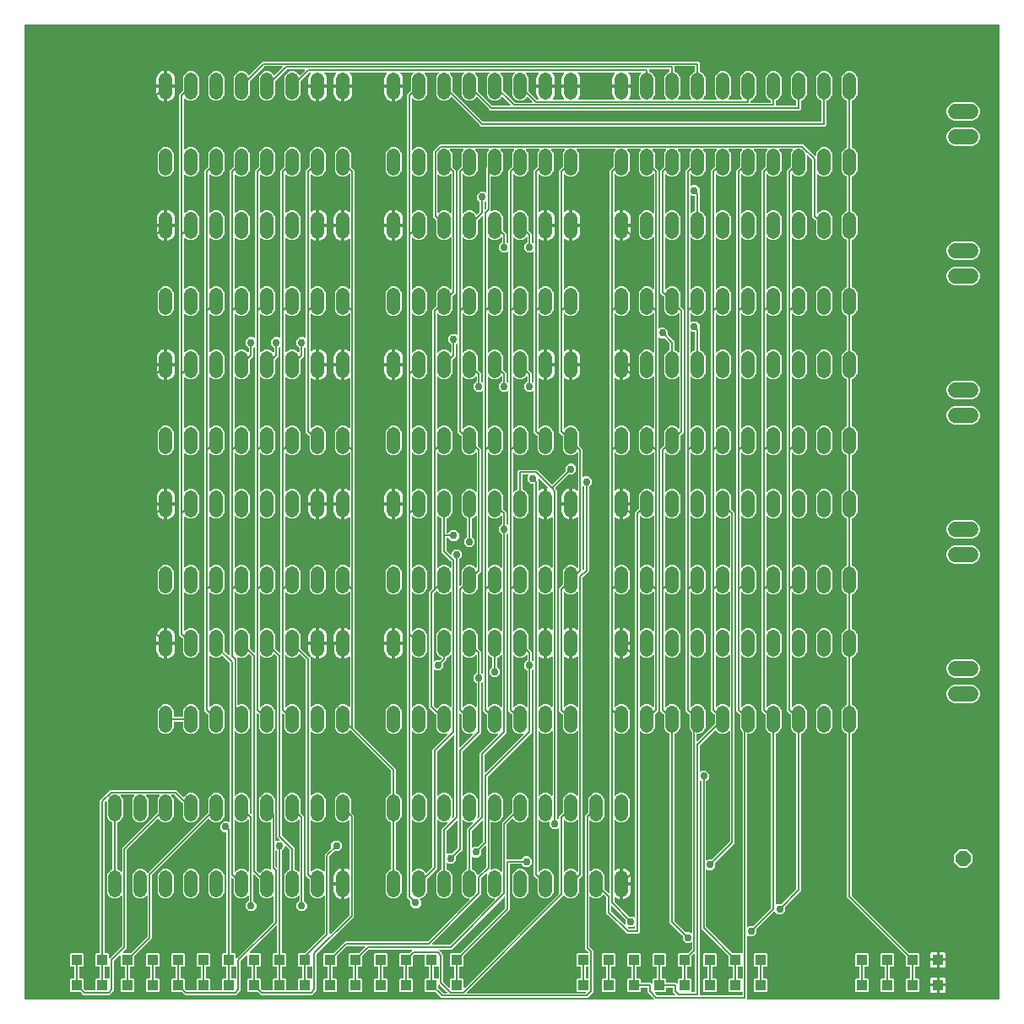
<source format=gbr>
G04 EAGLE Gerber RS-274X export*
G75*
%MOMM*%
%FSLAX34Y34*%
%LPD*%
%INTop Copper*%
%IPPOS*%
%AMOC8*
5,1,8,0,0,1.08239X$1,22.5*%
G01*
%ADD10C,1.320800*%
%ADD11C,1.524000*%
%ADD12R,1.058000X1.058000*%
%ADD13P,1.649562X8X22.500000*%
%ADD14C,0.152400*%
%ADD15C,0.756400*%

G36*
X-488872Y23507D02*
X-488872Y23507D01*
X-488800Y23509D01*
X-488751Y23527D01*
X-488700Y23535D01*
X-488636Y23569D01*
X-488569Y23594D01*
X-488528Y23626D01*
X-488482Y23651D01*
X-488433Y23703D01*
X-488377Y23747D01*
X-488349Y23791D01*
X-488313Y23829D01*
X-488283Y23894D01*
X-488244Y23954D01*
X-488231Y24005D01*
X-488209Y24052D01*
X-488201Y24123D01*
X-488184Y24193D01*
X-488188Y24245D01*
X-488182Y24296D01*
X-488197Y24367D01*
X-488203Y24438D01*
X-488223Y24486D01*
X-488234Y24537D01*
X-488271Y24598D01*
X-488299Y24664D01*
X-488344Y24720D01*
X-488361Y24748D01*
X-488378Y24763D01*
X-488404Y24795D01*
X-494412Y30803D01*
X-494412Y35052D01*
X-494415Y35072D01*
X-494413Y35091D01*
X-494435Y35193D01*
X-494451Y35295D01*
X-494461Y35312D01*
X-494465Y35332D01*
X-494518Y35421D01*
X-494567Y35512D01*
X-494581Y35526D01*
X-494591Y35543D01*
X-494670Y35610D01*
X-494745Y35682D01*
X-494763Y35690D01*
X-494778Y35703D01*
X-494874Y35742D01*
X-494968Y35785D01*
X-494988Y35787D01*
X-495006Y35795D01*
X-495173Y35813D01*
X-500424Y35813D01*
X-500444Y35810D01*
X-500463Y35812D01*
X-500565Y35790D01*
X-500667Y35774D01*
X-500684Y35764D01*
X-500704Y35760D01*
X-500793Y35707D01*
X-500884Y35658D01*
X-500898Y35644D01*
X-500915Y35634D01*
X-500982Y35555D01*
X-501054Y35480D01*
X-501062Y35462D01*
X-501075Y35447D01*
X-501114Y35351D01*
X-501157Y35257D01*
X-501159Y35237D01*
X-501167Y35219D01*
X-501185Y35052D01*
X-501185Y32178D01*
X-502078Y31285D01*
X-513922Y31285D01*
X-514815Y32178D01*
X-514815Y44022D01*
X-513922Y44915D01*
X-511048Y44915D01*
X-511028Y44918D01*
X-511009Y44916D01*
X-510907Y44938D01*
X-510805Y44954D01*
X-510788Y44964D01*
X-510768Y44968D01*
X-510679Y45021D01*
X-510588Y45070D01*
X-510574Y45084D01*
X-510557Y45094D01*
X-510490Y45173D01*
X-510418Y45248D01*
X-510410Y45266D01*
X-510397Y45281D01*
X-510358Y45377D01*
X-510315Y45471D01*
X-510313Y45491D01*
X-510305Y45509D01*
X-510287Y45676D01*
X-510287Y55924D01*
X-510290Y55944D01*
X-510288Y55963D01*
X-510310Y56065D01*
X-510326Y56167D01*
X-510336Y56184D01*
X-510340Y56204D01*
X-510393Y56293D01*
X-510442Y56384D01*
X-510456Y56398D01*
X-510466Y56415D01*
X-510545Y56482D01*
X-510620Y56554D01*
X-510638Y56562D01*
X-510653Y56575D01*
X-510749Y56614D01*
X-510843Y56657D01*
X-510863Y56659D01*
X-510881Y56667D01*
X-511048Y56685D01*
X-513922Y56685D01*
X-514815Y57578D01*
X-514815Y69422D01*
X-513922Y70315D01*
X-502078Y70315D01*
X-501185Y69422D01*
X-501185Y57578D01*
X-502078Y56685D01*
X-504952Y56685D01*
X-504972Y56682D01*
X-504991Y56684D01*
X-505093Y56662D01*
X-505195Y56646D01*
X-505212Y56636D01*
X-505232Y56632D01*
X-505321Y56579D01*
X-505412Y56530D01*
X-505426Y56516D01*
X-505443Y56506D01*
X-505510Y56427D01*
X-505582Y56352D01*
X-505590Y56334D01*
X-505603Y56319D01*
X-505642Y56223D01*
X-505685Y56129D01*
X-505687Y56109D01*
X-505695Y56091D01*
X-505713Y55924D01*
X-505713Y45676D01*
X-505710Y45656D01*
X-505712Y45637D01*
X-505690Y45535D01*
X-505674Y45433D01*
X-505664Y45416D01*
X-505660Y45396D01*
X-505607Y45307D01*
X-505558Y45216D01*
X-505544Y45202D01*
X-505534Y45185D01*
X-505455Y45118D01*
X-505380Y45046D01*
X-505362Y45038D01*
X-505347Y45025D01*
X-505251Y44986D01*
X-505157Y44943D01*
X-505137Y44941D01*
X-505119Y44933D01*
X-504952Y44915D01*
X-502078Y44915D01*
X-501185Y44022D01*
X-501185Y41148D01*
X-501182Y41128D01*
X-501184Y41109D01*
X-501162Y41007D01*
X-501146Y40905D01*
X-501136Y40888D01*
X-501132Y40868D01*
X-501079Y40779D01*
X-501030Y40688D01*
X-501016Y40674D01*
X-501006Y40657D01*
X-500927Y40590D01*
X-500852Y40518D01*
X-500834Y40510D01*
X-500819Y40497D01*
X-500723Y40458D01*
X-500629Y40415D01*
X-500609Y40413D01*
X-500591Y40405D01*
X-500424Y40387D01*
X-491178Y40387D01*
X-490714Y39923D01*
X-490656Y39881D01*
X-490604Y39832D01*
X-490557Y39810D01*
X-490515Y39780D01*
X-490446Y39759D01*
X-490381Y39728D01*
X-490329Y39723D01*
X-490279Y39707D01*
X-490208Y39709D01*
X-490137Y39701D01*
X-490086Y39712D01*
X-490034Y39714D01*
X-489966Y39738D01*
X-489896Y39753D01*
X-489851Y39780D01*
X-489803Y39798D01*
X-489747Y39843D01*
X-489685Y39880D01*
X-489651Y39919D01*
X-489611Y39952D01*
X-489572Y40012D01*
X-489525Y40067D01*
X-489506Y40115D01*
X-489478Y40159D01*
X-489460Y40228D01*
X-489433Y40295D01*
X-489425Y40366D01*
X-489417Y40397D01*
X-489419Y40421D01*
X-489415Y40461D01*
X-489415Y44022D01*
X-488522Y44915D01*
X-485648Y44915D01*
X-485628Y44918D01*
X-485609Y44916D01*
X-485507Y44938D01*
X-485405Y44954D01*
X-485388Y44964D01*
X-485368Y44968D01*
X-485279Y45021D01*
X-485188Y45070D01*
X-485174Y45084D01*
X-485157Y45094D01*
X-485090Y45173D01*
X-485018Y45248D01*
X-485010Y45266D01*
X-484997Y45281D01*
X-484958Y45377D01*
X-484915Y45471D01*
X-484913Y45491D01*
X-484905Y45509D01*
X-484887Y45676D01*
X-484887Y55924D01*
X-484890Y55944D01*
X-484888Y55963D01*
X-484910Y56065D01*
X-484926Y56167D01*
X-484936Y56184D01*
X-484940Y56204D01*
X-484993Y56293D01*
X-485042Y56384D01*
X-485056Y56398D01*
X-485066Y56415D01*
X-485145Y56482D01*
X-485220Y56554D01*
X-485238Y56562D01*
X-485253Y56575D01*
X-485349Y56614D01*
X-485443Y56657D01*
X-485463Y56659D01*
X-485481Y56667D01*
X-485648Y56685D01*
X-488522Y56685D01*
X-489415Y57578D01*
X-489415Y69422D01*
X-488522Y70315D01*
X-476678Y70315D01*
X-475785Y69422D01*
X-475785Y57578D01*
X-476678Y56685D01*
X-479552Y56685D01*
X-479572Y56682D01*
X-479591Y56684D01*
X-479693Y56662D01*
X-479795Y56646D01*
X-479812Y56636D01*
X-479832Y56632D01*
X-479921Y56579D01*
X-480012Y56530D01*
X-480026Y56516D01*
X-480043Y56506D01*
X-480110Y56427D01*
X-480182Y56352D01*
X-480190Y56334D01*
X-480203Y56319D01*
X-480242Y56223D01*
X-480285Y56129D01*
X-480287Y56109D01*
X-480295Y56091D01*
X-480313Y55924D01*
X-480313Y45676D01*
X-480310Y45656D01*
X-480312Y45637D01*
X-480290Y45535D01*
X-480274Y45433D01*
X-480264Y45416D01*
X-480260Y45396D01*
X-480207Y45307D01*
X-480158Y45216D01*
X-480144Y45202D01*
X-480134Y45185D01*
X-480055Y45118D01*
X-479980Y45046D01*
X-479962Y45038D01*
X-479947Y45025D01*
X-479851Y44986D01*
X-479757Y44943D01*
X-479737Y44941D01*
X-479719Y44933D01*
X-479552Y44915D01*
X-476678Y44915D01*
X-475785Y44022D01*
X-475785Y41148D01*
X-475782Y41128D01*
X-475784Y41109D01*
X-475762Y41007D01*
X-475746Y40905D01*
X-475736Y40888D01*
X-475732Y40868D01*
X-475679Y40779D01*
X-475630Y40688D01*
X-475616Y40674D01*
X-475606Y40657D01*
X-475527Y40590D01*
X-475452Y40518D01*
X-475434Y40510D01*
X-475419Y40497D01*
X-475323Y40458D01*
X-475229Y40415D01*
X-475209Y40413D01*
X-475191Y40405D01*
X-475024Y40387D01*
X-465778Y40387D01*
X-465314Y39923D01*
X-465256Y39881D01*
X-465204Y39832D01*
X-465157Y39810D01*
X-465115Y39780D01*
X-465046Y39759D01*
X-464981Y39728D01*
X-464929Y39723D01*
X-464879Y39707D01*
X-464808Y39709D01*
X-464737Y39701D01*
X-464686Y39712D01*
X-464634Y39714D01*
X-464566Y39738D01*
X-464496Y39753D01*
X-464451Y39780D01*
X-464403Y39798D01*
X-464347Y39843D01*
X-464285Y39880D01*
X-464251Y39919D01*
X-464211Y39952D01*
X-464172Y40012D01*
X-464125Y40067D01*
X-464106Y40115D01*
X-464078Y40159D01*
X-464060Y40228D01*
X-464033Y40295D01*
X-464025Y40366D01*
X-464017Y40397D01*
X-464019Y40421D01*
X-464015Y40461D01*
X-464015Y44022D01*
X-463122Y44915D01*
X-460248Y44915D01*
X-460228Y44918D01*
X-460209Y44916D01*
X-460107Y44938D01*
X-460005Y44954D01*
X-459988Y44964D01*
X-459968Y44968D01*
X-459879Y45021D01*
X-459788Y45070D01*
X-459774Y45084D01*
X-459757Y45094D01*
X-459690Y45173D01*
X-459618Y45248D01*
X-459610Y45266D01*
X-459597Y45281D01*
X-459558Y45377D01*
X-459515Y45471D01*
X-459513Y45491D01*
X-459505Y45509D01*
X-459487Y45676D01*
X-459487Y55924D01*
X-459490Y55944D01*
X-459488Y55963D01*
X-459510Y56065D01*
X-459526Y56167D01*
X-459536Y56184D01*
X-459540Y56204D01*
X-459593Y56293D01*
X-459642Y56384D01*
X-459656Y56398D01*
X-459666Y56415D01*
X-459745Y56482D01*
X-459820Y56554D01*
X-459838Y56562D01*
X-459853Y56575D01*
X-459949Y56614D01*
X-460043Y56657D01*
X-460063Y56659D01*
X-460081Y56667D01*
X-460248Y56685D01*
X-463122Y56685D01*
X-464015Y57578D01*
X-464015Y69422D01*
X-463122Y70315D01*
X-453934Y70315D01*
X-453844Y70329D01*
X-453753Y70337D01*
X-453724Y70349D01*
X-453692Y70354D01*
X-453611Y70397D01*
X-453527Y70433D01*
X-453495Y70459D01*
X-453474Y70470D01*
X-453452Y70493D01*
X-453396Y70538D01*
X-450185Y73749D01*
X-450132Y73823D01*
X-450072Y73893D01*
X-450060Y73923D01*
X-450041Y73949D01*
X-450014Y74036D01*
X-449980Y74121D01*
X-449976Y74162D01*
X-449969Y74184D01*
X-449970Y74216D01*
X-449962Y74288D01*
X-449962Y80446D01*
X-449973Y80516D01*
X-449975Y80588D01*
X-449993Y80637D01*
X-450001Y80688D01*
X-450035Y80752D01*
X-450060Y80819D01*
X-450092Y80860D01*
X-450117Y80906D01*
X-450169Y80955D01*
X-450213Y81011D01*
X-450257Y81039D01*
X-450295Y81075D01*
X-450360Y81105D01*
X-450420Y81144D01*
X-450471Y81157D01*
X-450518Y81179D01*
X-450589Y81187D01*
X-450659Y81204D01*
X-450711Y81200D01*
X-450762Y81206D01*
X-450833Y81191D01*
X-450904Y81185D01*
X-450952Y81165D01*
X-451003Y81154D01*
X-451064Y81117D01*
X-451130Y81089D01*
X-451186Y81044D01*
X-451214Y81027D01*
X-451229Y81010D01*
X-451261Y80984D01*
X-451827Y80418D01*
X-456223Y80418D01*
X-459332Y83527D01*
X-459332Y87482D01*
X-459346Y87573D01*
X-459354Y87663D01*
X-459366Y87693D01*
X-459371Y87725D01*
X-459414Y87806D01*
X-459450Y87890D01*
X-459476Y87922D01*
X-459487Y87943D01*
X-459510Y87965D01*
X-459555Y88021D01*
X-472187Y100653D01*
X-472187Y289836D01*
X-472206Y289951D01*
X-472223Y290067D01*
X-472225Y290073D01*
X-472226Y290079D01*
X-472281Y290181D01*
X-472334Y290286D01*
X-472339Y290291D01*
X-472342Y290296D01*
X-472426Y290376D01*
X-472510Y290459D01*
X-472516Y290462D01*
X-472520Y290466D01*
X-472537Y290473D01*
X-472657Y290539D01*
X-474505Y291305D01*
X-476791Y293591D01*
X-478029Y296579D01*
X-478029Y309379D01*
X-478043Y309470D01*
X-478051Y309560D01*
X-478063Y309590D01*
X-478068Y309622D01*
X-478111Y309703D01*
X-478147Y309787D01*
X-478173Y309819D01*
X-478184Y309840D01*
X-478207Y309862D01*
X-478252Y309918D01*
X-481712Y313378D01*
X-481712Y575622D01*
X-478252Y579082D01*
X-478199Y579156D01*
X-478139Y579226D01*
X-478127Y579256D01*
X-478108Y579282D01*
X-478081Y579369D01*
X-478047Y579454D01*
X-478043Y579495D01*
X-478036Y579517D01*
X-478037Y579549D01*
X-478029Y579621D01*
X-478029Y592421D01*
X-476791Y595409D01*
X-474505Y597695D01*
X-471517Y598933D01*
X-468283Y598933D01*
X-465295Y597695D01*
X-463961Y596361D01*
X-463903Y596319D01*
X-463851Y596270D01*
X-463804Y596248D01*
X-463762Y596217D01*
X-463693Y596196D01*
X-463628Y596166D01*
X-463576Y596160D01*
X-463526Y596145D01*
X-463455Y596147D01*
X-463384Y596139D01*
X-463333Y596150D01*
X-463281Y596151D01*
X-463213Y596176D01*
X-463143Y596191D01*
X-463098Y596218D01*
X-463050Y596236D01*
X-462994Y596281D01*
X-462932Y596318D01*
X-462898Y596357D01*
X-462858Y596390D01*
X-462819Y596450D01*
X-462772Y596504D01*
X-462753Y596553D01*
X-462725Y596597D01*
X-462707Y596666D01*
X-462680Y596733D01*
X-462672Y596804D01*
X-462664Y596835D01*
X-462666Y596858D01*
X-462662Y596899D01*
X-462662Y647701D01*
X-462673Y647771D01*
X-462675Y647843D01*
X-462693Y647892D01*
X-462701Y647943D01*
X-462735Y648007D01*
X-462760Y648074D01*
X-462792Y648115D01*
X-462817Y648161D01*
X-462869Y648210D01*
X-462913Y648266D01*
X-462957Y648294D01*
X-462995Y648330D01*
X-463060Y648360D01*
X-463120Y648399D01*
X-463171Y648412D01*
X-463218Y648434D01*
X-463289Y648442D01*
X-463359Y648459D01*
X-463411Y648455D01*
X-463462Y648461D01*
X-463533Y648446D01*
X-463604Y648440D01*
X-463652Y648420D01*
X-463703Y648409D01*
X-463764Y648372D01*
X-463830Y648344D01*
X-463886Y648299D01*
X-463914Y648282D01*
X-463929Y648265D01*
X-463961Y648239D01*
X-465295Y646905D01*
X-468283Y645667D01*
X-471517Y645667D01*
X-474505Y646905D01*
X-476791Y649191D01*
X-478029Y652179D01*
X-478029Y668621D01*
X-476791Y671609D01*
X-474505Y673895D01*
X-472657Y674661D01*
X-472557Y674723D01*
X-472457Y674782D01*
X-472453Y674787D01*
X-472448Y674790D01*
X-472373Y674881D01*
X-472297Y674969D01*
X-472295Y674975D01*
X-472291Y674980D01*
X-472249Y675088D01*
X-472205Y675197D01*
X-472204Y675205D01*
X-472203Y675209D01*
X-472202Y675228D01*
X-472187Y675364D01*
X-472187Y681362D01*
X-472201Y681453D01*
X-472209Y681543D01*
X-472221Y681573D01*
X-472226Y681605D01*
X-472269Y681686D01*
X-472305Y681770D01*
X-472331Y681802D01*
X-472342Y681823D01*
X-472365Y681845D01*
X-472410Y681901D01*
X-477129Y686620D01*
X-477203Y686673D01*
X-477273Y686733D01*
X-477303Y686745D01*
X-477329Y686764D01*
X-477416Y686791D01*
X-477501Y686825D01*
X-477542Y686829D01*
X-477564Y686836D01*
X-477596Y686835D01*
X-477668Y686843D01*
X-481623Y686843D01*
X-482189Y687409D01*
X-482247Y687451D01*
X-482299Y687500D01*
X-482346Y687522D01*
X-482388Y687552D01*
X-482457Y687574D01*
X-482522Y687604D01*
X-482574Y687609D01*
X-482624Y687625D01*
X-482695Y687623D01*
X-482766Y687631D01*
X-482817Y687620D01*
X-482869Y687618D01*
X-482937Y687594D01*
X-483007Y687579D01*
X-483052Y687552D01*
X-483100Y687534D01*
X-483156Y687489D01*
X-483218Y687452D01*
X-483252Y687413D01*
X-483292Y687380D01*
X-483331Y687320D01*
X-483378Y687265D01*
X-483397Y687217D01*
X-483425Y687173D01*
X-483443Y687104D01*
X-483470Y687037D01*
X-483478Y686966D01*
X-483486Y686935D01*
X-483484Y686912D01*
X-483488Y686871D01*
X-483488Y313378D01*
X-486948Y309918D01*
X-487001Y309844D01*
X-487061Y309774D01*
X-487073Y309744D01*
X-487092Y309718D01*
X-487119Y309631D01*
X-487153Y309546D01*
X-487157Y309505D01*
X-487164Y309483D01*
X-487163Y309451D01*
X-487171Y309379D01*
X-487171Y296579D01*
X-488409Y293591D01*
X-490695Y291305D01*
X-493683Y290067D01*
X-496917Y290067D01*
X-499905Y291305D01*
X-501239Y292639D01*
X-501297Y292681D01*
X-501349Y292730D01*
X-501396Y292752D01*
X-501438Y292783D01*
X-501507Y292804D01*
X-501572Y292834D01*
X-501624Y292840D01*
X-501674Y292855D01*
X-501745Y292853D01*
X-501816Y292861D01*
X-501867Y292850D01*
X-501919Y292849D01*
X-501987Y292824D01*
X-502057Y292809D01*
X-502102Y292782D01*
X-502150Y292764D01*
X-502206Y292719D01*
X-502268Y292682D01*
X-502302Y292643D01*
X-502342Y292610D01*
X-502381Y292550D01*
X-502428Y292496D01*
X-502447Y292447D01*
X-502475Y292403D01*
X-502493Y292334D01*
X-502520Y292267D01*
X-502528Y292196D01*
X-502536Y292165D01*
X-502534Y292142D01*
X-502538Y292101D01*
X-502538Y91128D01*
X-503878Y89788D01*
X-515297Y89788D01*
X-516860Y91351D01*
X-534124Y108615D01*
X-535687Y110178D01*
X-535687Y125737D01*
X-535701Y125828D01*
X-535709Y125918D01*
X-535721Y125948D01*
X-535726Y125980D01*
X-535769Y126061D01*
X-535805Y126145D01*
X-535831Y126177D01*
X-535842Y126198D01*
X-535865Y126220D01*
X-535910Y126276D01*
X-538129Y128495D01*
X-538145Y128506D01*
X-538157Y128522D01*
X-538245Y128578D01*
X-538329Y128638D01*
X-538347Y128644D01*
X-538364Y128655D01*
X-538465Y128680D01*
X-538564Y128711D01*
X-538584Y128710D01*
X-538603Y128715D01*
X-538706Y128707D01*
X-538810Y128704D01*
X-538828Y128698D01*
X-538848Y128696D01*
X-538943Y128656D01*
X-539041Y128620D01*
X-539056Y128607D01*
X-539074Y128600D01*
X-539205Y128495D01*
X-541495Y126205D01*
X-544483Y124967D01*
X-547717Y124967D01*
X-550705Y126205D01*
X-551404Y126904D01*
X-551462Y126946D01*
X-551514Y126995D01*
X-551561Y127017D01*
X-551603Y127048D01*
X-551672Y127069D01*
X-551737Y127099D01*
X-551789Y127105D01*
X-551839Y127120D01*
X-551910Y127118D01*
X-551981Y127126D01*
X-552032Y127115D01*
X-552084Y127114D01*
X-552152Y127089D01*
X-552222Y127074D01*
X-552267Y127047D01*
X-552315Y127029D01*
X-552371Y126984D01*
X-552433Y126947D01*
X-552467Y126908D01*
X-552507Y126875D01*
X-552546Y126815D01*
X-552593Y126761D01*
X-552612Y126712D01*
X-552640Y126668D01*
X-552658Y126599D01*
X-552685Y126532D01*
X-552693Y126461D01*
X-552701Y126430D01*
X-552699Y126407D01*
X-552703Y126366D01*
X-552703Y76828D01*
X-552689Y76737D01*
X-552681Y76647D01*
X-552669Y76617D01*
X-552664Y76585D01*
X-552621Y76504D01*
X-552585Y76420D01*
X-552559Y76388D01*
X-552548Y76367D01*
X-552525Y76345D01*
X-552480Y76289D01*
X-548937Y72746D01*
X-548937Y30916D01*
X-554664Y25189D01*
X-701523Y25189D01*
X-707396Y31062D01*
X-707470Y31115D01*
X-707540Y31175D01*
X-707570Y31187D01*
X-707596Y31206D01*
X-707683Y31233D01*
X-707768Y31267D01*
X-707809Y31271D01*
X-707831Y31278D01*
X-707863Y31277D01*
X-707935Y31285D01*
X-717122Y31285D01*
X-718015Y32178D01*
X-718015Y44022D01*
X-717122Y44915D01*
X-714248Y44915D01*
X-714228Y44918D01*
X-714209Y44916D01*
X-714107Y44938D01*
X-714005Y44954D01*
X-713988Y44964D01*
X-713968Y44968D01*
X-713879Y45021D01*
X-713788Y45070D01*
X-713774Y45084D01*
X-713757Y45094D01*
X-713690Y45173D01*
X-713618Y45248D01*
X-713610Y45266D01*
X-713597Y45281D01*
X-713558Y45377D01*
X-713515Y45471D01*
X-713513Y45491D01*
X-713505Y45509D01*
X-713487Y45676D01*
X-713487Y55924D01*
X-713490Y55944D01*
X-713488Y55963D01*
X-713510Y56065D01*
X-713526Y56167D01*
X-713536Y56184D01*
X-713540Y56204D01*
X-713593Y56293D01*
X-713642Y56384D01*
X-713656Y56398D01*
X-713666Y56415D01*
X-713745Y56482D01*
X-713820Y56554D01*
X-713838Y56562D01*
X-713853Y56575D01*
X-713949Y56614D01*
X-714043Y56657D01*
X-714063Y56659D01*
X-714081Y56667D01*
X-714248Y56685D01*
X-717122Y56685D01*
X-718015Y57578D01*
X-718015Y68028D01*
X-718018Y68048D01*
X-718016Y68067D01*
X-718038Y68169D01*
X-718054Y68271D01*
X-718064Y68288D01*
X-718068Y68308D01*
X-718121Y68397D01*
X-718170Y68488D01*
X-718184Y68502D01*
X-718194Y68519D01*
X-718273Y68586D01*
X-718348Y68658D01*
X-718366Y68666D01*
X-718381Y68679D01*
X-718477Y68718D01*
X-718571Y68761D01*
X-718591Y68763D01*
X-718609Y68771D01*
X-718776Y68789D01*
X-727761Y68789D01*
X-727852Y68775D01*
X-727942Y68767D01*
X-727972Y68755D01*
X-728004Y68750D01*
X-728085Y68707D01*
X-728169Y68671D01*
X-728201Y68645D01*
X-728222Y68634D01*
X-728244Y68611D01*
X-728300Y68566D01*
X-729562Y67304D01*
X-729615Y67230D01*
X-729675Y67160D01*
X-729687Y67130D01*
X-729706Y67104D01*
X-729733Y67017D01*
X-729767Y66932D01*
X-729771Y66891D01*
X-729778Y66869D01*
X-729777Y66837D01*
X-729785Y66765D01*
X-729785Y57578D01*
X-730678Y56685D01*
X-733552Y56685D01*
X-733572Y56682D01*
X-733591Y56684D01*
X-733693Y56662D01*
X-733795Y56646D01*
X-733812Y56636D01*
X-733832Y56632D01*
X-733921Y56579D01*
X-734012Y56530D01*
X-734026Y56516D01*
X-734043Y56506D01*
X-734110Y56427D01*
X-734182Y56352D01*
X-734190Y56334D01*
X-734203Y56319D01*
X-734242Y56223D01*
X-734285Y56129D01*
X-734287Y56109D01*
X-734295Y56091D01*
X-734313Y55924D01*
X-734313Y45676D01*
X-734310Y45656D01*
X-734312Y45637D01*
X-734290Y45535D01*
X-734274Y45433D01*
X-734264Y45416D01*
X-734260Y45396D01*
X-734207Y45307D01*
X-734158Y45216D01*
X-734144Y45202D01*
X-734134Y45185D01*
X-734055Y45118D01*
X-733980Y45046D01*
X-733962Y45038D01*
X-733947Y45025D01*
X-733851Y44986D01*
X-733757Y44943D01*
X-733737Y44941D01*
X-733719Y44933D01*
X-733552Y44915D01*
X-730678Y44915D01*
X-729785Y44022D01*
X-729785Y32178D01*
X-730678Y31285D01*
X-742522Y31285D01*
X-743415Y32178D01*
X-743415Y44022D01*
X-742522Y44915D01*
X-739648Y44915D01*
X-739628Y44918D01*
X-739609Y44916D01*
X-739507Y44938D01*
X-739405Y44954D01*
X-739388Y44964D01*
X-739368Y44968D01*
X-739279Y45021D01*
X-739188Y45070D01*
X-739174Y45084D01*
X-739157Y45094D01*
X-739090Y45173D01*
X-739018Y45248D01*
X-739010Y45266D01*
X-738997Y45281D01*
X-738958Y45377D01*
X-738915Y45471D01*
X-738913Y45491D01*
X-738905Y45509D01*
X-738887Y45676D01*
X-738887Y55924D01*
X-738890Y55944D01*
X-738888Y55963D01*
X-738910Y56065D01*
X-738926Y56167D01*
X-738936Y56184D01*
X-738940Y56204D01*
X-738993Y56293D01*
X-739042Y56384D01*
X-739056Y56398D01*
X-739066Y56415D01*
X-739145Y56482D01*
X-739220Y56554D01*
X-739238Y56562D01*
X-739253Y56575D01*
X-739349Y56614D01*
X-739443Y56657D01*
X-739463Y56659D01*
X-739481Y56667D01*
X-739648Y56685D01*
X-742522Y56685D01*
X-743415Y57578D01*
X-743415Y69422D01*
X-742522Y70315D01*
X-733335Y70315D01*
X-733244Y70329D01*
X-733154Y70337D01*
X-733124Y70349D01*
X-733092Y70354D01*
X-733011Y70397D01*
X-732927Y70433D01*
X-732895Y70459D01*
X-732874Y70470D01*
X-732852Y70493D01*
X-732796Y70538D01*
X-731534Y71800D01*
X-730720Y72614D01*
X-730678Y72672D01*
X-730629Y72724D01*
X-730607Y72771D01*
X-730577Y72813D01*
X-730556Y72882D01*
X-730525Y72947D01*
X-730520Y72999D01*
X-730504Y73049D01*
X-730506Y73120D01*
X-730498Y73191D01*
X-730509Y73242D01*
X-730511Y73294D01*
X-730535Y73362D01*
X-730550Y73432D01*
X-730577Y73477D01*
X-730595Y73525D01*
X-730640Y73581D01*
X-730677Y73643D01*
X-730716Y73677D01*
X-730749Y73717D01*
X-730809Y73756D01*
X-730864Y73803D01*
X-730912Y73822D01*
X-730956Y73850D01*
X-731025Y73868D01*
X-731092Y73895D01*
X-731163Y73903D01*
X-731194Y73911D01*
X-731218Y73909D01*
X-731258Y73913D01*
X-773437Y73913D01*
X-773528Y73899D01*
X-773618Y73891D01*
X-773648Y73879D01*
X-773680Y73874D01*
X-773761Y73831D01*
X-773845Y73795D01*
X-773877Y73769D01*
X-773898Y73758D01*
X-773920Y73735D01*
X-773976Y73690D01*
X-780362Y67304D01*
X-780415Y67230D01*
X-780475Y67160D01*
X-780487Y67130D01*
X-780506Y67104D01*
X-780533Y67017D01*
X-780567Y66932D01*
X-780571Y66891D01*
X-780578Y66869D01*
X-780577Y66837D01*
X-780585Y66765D01*
X-780585Y57578D01*
X-781478Y56685D01*
X-784352Y56685D01*
X-784372Y56682D01*
X-784391Y56684D01*
X-784493Y56662D01*
X-784595Y56646D01*
X-784612Y56636D01*
X-784632Y56632D01*
X-784721Y56579D01*
X-784812Y56530D01*
X-784826Y56516D01*
X-784843Y56506D01*
X-784910Y56427D01*
X-784982Y56352D01*
X-784990Y56334D01*
X-785003Y56319D01*
X-785042Y56223D01*
X-785085Y56129D01*
X-785087Y56109D01*
X-785095Y56091D01*
X-785113Y55924D01*
X-785113Y45676D01*
X-785110Y45656D01*
X-785112Y45637D01*
X-785090Y45535D01*
X-785074Y45433D01*
X-785064Y45416D01*
X-785060Y45396D01*
X-785007Y45307D01*
X-784958Y45216D01*
X-784944Y45202D01*
X-784934Y45185D01*
X-784855Y45118D01*
X-784780Y45046D01*
X-784762Y45038D01*
X-784747Y45025D01*
X-784651Y44986D01*
X-784557Y44943D01*
X-784537Y44941D01*
X-784519Y44933D01*
X-784352Y44915D01*
X-781478Y44915D01*
X-780585Y44022D01*
X-780585Y32178D01*
X-781478Y31285D01*
X-793322Y31285D01*
X-794215Y32178D01*
X-794215Y44022D01*
X-793322Y44915D01*
X-790448Y44915D01*
X-790428Y44918D01*
X-790409Y44916D01*
X-790307Y44938D01*
X-790205Y44954D01*
X-790188Y44964D01*
X-790168Y44968D01*
X-790079Y45021D01*
X-789988Y45070D01*
X-789974Y45084D01*
X-789957Y45094D01*
X-789890Y45173D01*
X-789818Y45248D01*
X-789810Y45266D01*
X-789797Y45281D01*
X-789758Y45377D01*
X-789715Y45471D01*
X-789713Y45491D01*
X-789705Y45509D01*
X-789687Y45676D01*
X-789687Y55924D01*
X-789690Y55944D01*
X-789688Y55963D01*
X-789710Y56065D01*
X-789726Y56167D01*
X-789736Y56184D01*
X-789740Y56204D01*
X-789793Y56293D01*
X-789842Y56384D01*
X-789856Y56398D01*
X-789866Y56415D01*
X-789945Y56482D01*
X-790020Y56554D01*
X-790038Y56562D01*
X-790053Y56575D01*
X-790149Y56614D01*
X-790243Y56657D01*
X-790263Y56659D01*
X-790281Y56667D01*
X-790448Y56685D01*
X-793322Y56685D01*
X-794215Y57578D01*
X-794215Y69422D01*
X-793322Y70315D01*
X-784135Y70315D01*
X-784044Y70329D01*
X-783954Y70337D01*
X-783924Y70349D01*
X-783892Y70354D01*
X-783811Y70397D01*
X-783727Y70433D01*
X-783695Y70459D01*
X-783674Y70470D01*
X-783652Y70493D01*
X-783596Y70538D01*
X-778345Y75789D01*
X-778303Y75847D01*
X-778254Y75899D01*
X-778232Y75946D01*
X-778202Y75988D01*
X-778181Y76057D01*
X-778150Y76122D01*
X-778145Y76174D01*
X-778129Y76224D01*
X-778131Y76295D01*
X-778123Y76366D01*
X-778134Y76417D01*
X-778136Y76469D01*
X-778160Y76537D01*
X-778175Y76607D01*
X-778202Y76652D01*
X-778220Y76700D01*
X-778265Y76756D01*
X-778302Y76818D01*
X-778341Y76852D01*
X-778374Y76892D01*
X-778434Y76931D01*
X-778489Y76978D01*
X-778537Y76997D01*
X-778581Y77025D01*
X-778650Y77043D01*
X-778717Y77070D01*
X-778788Y77078D01*
X-778819Y77086D01*
X-778843Y77084D01*
X-778883Y77088D01*
X-795662Y77088D01*
X-795753Y77074D01*
X-795843Y77066D01*
X-795873Y77054D01*
X-795905Y77049D01*
X-795986Y77006D01*
X-796070Y76970D01*
X-796102Y76944D01*
X-796123Y76933D01*
X-796145Y76910D01*
X-796201Y76865D01*
X-805762Y67304D01*
X-805815Y67230D01*
X-805875Y67160D01*
X-805887Y67130D01*
X-805906Y67104D01*
X-805933Y67017D01*
X-805967Y66932D01*
X-805971Y66891D01*
X-805978Y66869D01*
X-805977Y66837D01*
X-805985Y66765D01*
X-805985Y57578D01*
X-806878Y56685D01*
X-809752Y56685D01*
X-809772Y56682D01*
X-809791Y56684D01*
X-809893Y56662D01*
X-809995Y56646D01*
X-810012Y56636D01*
X-810032Y56632D01*
X-810121Y56579D01*
X-810212Y56530D01*
X-810226Y56516D01*
X-810243Y56506D01*
X-810310Y56427D01*
X-810382Y56352D01*
X-810390Y56334D01*
X-810403Y56319D01*
X-810442Y56223D01*
X-810485Y56129D01*
X-810487Y56109D01*
X-810495Y56091D01*
X-810513Y55924D01*
X-810513Y45676D01*
X-810510Y45656D01*
X-810512Y45637D01*
X-810490Y45535D01*
X-810474Y45433D01*
X-810464Y45416D01*
X-810460Y45396D01*
X-810407Y45307D01*
X-810358Y45216D01*
X-810344Y45202D01*
X-810334Y45185D01*
X-810255Y45118D01*
X-810180Y45046D01*
X-810162Y45038D01*
X-810147Y45025D01*
X-810051Y44986D01*
X-809957Y44943D01*
X-809937Y44941D01*
X-809919Y44933D01*
X-809752Y44915D01*
X-806878Y44915D01*
X-805985Y44022D01*
X-805985Y32178D01*
X-806878Y31285D01*
X-818722Y31285D01*
X-819615Y32178D01*
X-819615Y44022D01*
X-818722Y44915D01*
X-815848Y44915D01*
X-815828Y44918D01*
X-815809Y44916D01*
X-815707Y44938D01*
X-815605Y44954D01*
X-815588Y44964D01*
X-815568Y44968D01*
X-815479Y45021D01*
X-815388Y45070D01*
X-815374Y45084D01*
X-815357Y45094D01*
X-815290Y45173D01*
X-815218Y45248D01*
X-815210Y45266D01*
X-815197Y45281D01*
X-815158Y45377D01*
X-815115Y45471D01*
X-815113Y45491D01*
X-815105Y45509D01*
X-815087Y45676D01*
X-815087Y55924D01*
X-815090Y55944D01*
X-815088Y55963D01*
X-815110Y56065D01*
X-815126Y56167D01*
X-815136Y56184D01*
X-815140Y56204D01*
X-815193Y56293D01*
X-815242Y56384D01*
X-815256Y56398D01*
X-815266Y56415D01*
X-815345Y56482D01*
X-815420Y56554D01*
X-815438Y56562D01*
X-815453Y56575D01*
X-815549Y56614D01*
X-815643Y56657D01*
X-815663Y56659D01*
X-815681Y56667D01*
X-815848Y56685D01*
X-818722Y56685D01*
X-819615Y57578D01*
X-819615Y69422D01*
X-818722Y70315D01*
X-809535Y70315D01*
X-809444Y70329D01*
X-809354Y70337D01*
X-809324Y70349D01*
X-809292Y70354D01*
X-809211Y70397D01*
X-809127Y70433D01*
X-809095Y70459D01*
X-809074Y70470D01*
X-809052Y70493D01*
X-808996Y70538D01*
X-797872Y81662D01*
X-715511Y81662D01*
X-715421Y81676D01*
X-715330Y81684D01*
X-715300Y81696D01*
X-715268Y81701D01*
X-715188Y81744D01*
X-715104Y81780D01*
X-715072Y81806D01*
X-715051Y81817D01*
X-715029Y81840D01*
X-714973Y81885D01*
X-673190Y123668D01*
X-673148Y123726D01*
X-673099Y123778D01*
X-673077Y123825D01*
X-673046Y123867D01*
X-673025Y123936D01*
X-672995Y124001D01*
X-672989Y124053D01*
X-672974Y124103D01*
X-672976Y124174D01*
X-672968Y124245D01*
X-672979Y124296D01*
X-672980Y124348D01*
X-673005Y124416D01*
X-673020Y124486D01*
X-673047Y124531D01*
X-673065Y124579D01*
X-673110Y124635D01*
X-673146Y124697D01*
X-673186Y124731D01*
X-673218Y124771D01*
X-673279Y124810D01*
X-673333Y124857D01*
X-673382Y124876D01*
X-673425Y124904D01*
X-673495Y124922D01*
X-673561Y124949D01*
X-673633Y124957D01*
X-673664Y124965D01*
X-673687Y124963D01*
X-673728Y124967D01*
X-674717Y124967D01*
X-677705Y126205D01*
X-679991Y128491D01*
X-681229Y131479D01*
X-681229Y147921D01*
X-679991Y150909D01*
X-677705Y153195D01*
X-675857Y153961D01*
X-675757Y154023D01*
X-675657Y154082D01*
X-675653Y154087D01*
X-675648Y154090D01*
X-675573Y154181D01*
X-675497Y154269D01*
X-675495Y154275D01*
X-675491Y154280D01*
X-675449Y154388D01*
X-675405Y154497D01*
X-675404Y154505D01*
X-675403Y154509D01*
X-675402Y154528D01*
X-675387Y154664D01*
X-675387Y194622D01*
X-669680Y200329D01*
X-669638Y200387D01*
X-669589Y200439D01*
X-669578Y200463D01*
X-669561Y200483D01*
X-669552Y200507D01*
X-669536Y200529D01*
X-669515Y200598D01*
X-669485Y200662D01*
X-669483Y200687D01*
X-669473Y200713D01*
X-669472Y200739D01*
X-669464Y200764D01*
X-669466Y200837D01*
X-669458Y200906D01*
X-669464Y200931D01*
X-669462Y200958D01*
X-669470Y200984D01*
X-669470Y201010D01*
X-669496Y201079D01*
X-669511Y201147D01*
X-669523Y201168D01*
X-669531Y201195D01*
X-669546Y201216D01*
X-669555Y201241D01*
X-669601Y201299D01*
X-669637Y201358D01*
X-669656Y201374D01*
X-669671Y201397D01*
X-669692Y201412D01*
X-669709Y201433D01*
X-669771Y201473D01*
X-669824Y201518D01*
X-669847Y201527D01*
X-669869Y201543D01*
X-669893Y201552D01*
X-669915Y201566D01*
X-669987Y201584D01*
X-670052Y201610D01*
X-670083Y201613D01*
X-670103Y201620D01*
X-670129Y201619D01*
X-670154Y201626D01*
X-670179Y201624D01*
X-670218Y201628D01*
X-670219Y201628D01*
X-670282Y201618D01*
X-670348Y201617D01*
X-670380Y201608D01*
X-670399Y201607D01*
X-670429Y201594D01*
X-670430Y201594D01*
X-670462Y201588D01*
X-670478Y201580D01*
X-670510Y201571D01*
X-671483Y201167D01*
X-674717Y201167D01*
X-677705Y202405D01*
X-679039Y203739D01*
X-679097Y203781D01*
X-679149Y203830D01*
X-679196Y203852D01*
X-679238Y203883D01*
X-679307Y203904D01*
X-679372Y203934D01*
X-679424Y203940D01*
X-679474Y203955D01*
X-679545Y203953D01*
X-679616Y203961D01*
X-679667Y203950D01*
X-679719Y203949D01*
X-679787Y203924D01*
X-679857Y203909D01*
X-679902Y203882D01*
X-679950Y203864D01*
X-680006Y203819D01*
X-680068Y203782D01*
X-680102Y203743D01*
X-680142Y203710D01*
X-680181Y203650D01*
X-680228Y203596D01*
X-680247Y203547D01*
X-680275Y203503D01*
X-680293Y203434D01*
X-680320Y203367D01*
X-680328Y203296D01*
X-680336Y203265D01*
X-680334Y203242D01*
X-680338Y203201D01*
X-680338Y173678D01*
X-681901Y172115D01*
X-686620Y167396D01*
X-686673Y167322D01*
X-686733Y167252D01*
X-686745Y167222D01*
X-686764Y167196D01*
X-686791Y167109D01*
X-686825Y167024D01*
X-686829Y166983D01*
X-686836Y166961D01*
X-686835Y166929D01*
X-686843Y166858D01*
X-686843Y162902D01*
X-689952Y159793D01*
X-694348Y159793D01*
X-694914Y160359D01*
X-694972Y160401D01*
X-695024Y160450D01*
X-695071Y160472D01*
X-695113Y160502D01*
X-695182Y160524D01*
X-695247Y160554D01*
X-695299Y160559D01*
X-695349Y160575D01*
X-695420Y160573D01*
X-695491Y160581D01*
X-695542Y160570D01*
X-695594Y160568D01*
X-695662Y160544D01*
X-695732Y160529D01*
X-695777Y160502D01*
X-695825Y160484D01*
X-695881Y160439D01*
X-695943Y160402D01*
X-695977Y160363D01*
X-696017Y160330D01*
X-696056Y160270D01*
X-696103Y160215D01*
X-696122Y160167D01*
X-696150Y160123D01*
X-696168Y160054D01*
X-696195Y159987D01*
X-696203Y159916D01*
X-696211Y159885D01*
X-696209Y159862D01*
X-696213Y159821D01*
X-696213Y154664D01*
X-696194Y154549D01*
X-696177Y154433D01*
X-696175Y154427D01*
X-696174Y154421D01*
X-696119Y154319D01*
X-696066Y154214D01*
X-696061Y154209D01*
X-696058Y154204D01*
X-695974Y154124D01*
X-695890Y154041D01*
X-695884Y154038D01*
X-695880Y154034D01*
X-695863Y154027D01*
X-695743Y153961D01*
X-693895Y153195D01*
X-691609Y150909D01*
X-690371Y147921D01*
X-690371Y131479D01*
X-691609Y128491D01*
X-693895Y126205D01*
X-696883Y124967D01*
X-700117Y124967D01*
X-703105Y126205D01*
X-705391Y128491D01*
X-706629Y131479D01*
X-706629Y147921D01*
X-705391Y150909D01*
X-703105Y153195D01*
X-701257Y153961D01*
X-701157Y154023D01*
X-701057Y154082D01*
X-701053Y154087D01*
X-701048Y154090D01*
X-700973Y154181D01*
X-700897Y154269D01*
X-700895Y154275D01*
X-700891Y154280D01*
X-700849Y154388D01*
X-700805Y154497D01*
X-700804Y154505D01*
X-700803Y154509D01*
X-700802Y154528D01*
X-700787Y154664D01*
X-700787Y194622D01*
X-699224Y196185D01*
X-695080Y200329D01*
X-695038Y200387D01*
X-694989Y200439D01*
X-694978Y200463D01*
X-694961Y200483D01*
X-694952Y200508D01*
X-694936Y200529D01*
X-694915Y200598D01*
X-694885Y200662D01*
X-694883Y200687D01*
X-694873Y200713D01*
X-694872Y200739D01*
X-694864Y200764D01*
X-694866Y200837D01*
X-694858Y200906D01*
X-694864Y200931D01*
X-694862Y200958D01*
X-694870Y200984D01*
X-694870Y201010D01*
X-694896Y201079D01*
X-694911Y201147D01*
X-694923Y201168D01*
X-694931Y201195D01*
X-694946Y201216D01*
X-694955Y201241D01*
X-695001Y201299D01*
X-695037Y201358D01*
X-695056Y201374D01*
X-695071Y201397D01*
X-695092Y201412D01*
X-695109Y201433D01*
X-695171Y201473D01*
X-695224Y201518D01*
X-695247Y201527D01*
X-695269Y201543D01*
X-695293Y201552D01*
X-695315Y201566D01*
X-695387Y201584D01*
X-695452Y201610D01*
X-695483Y201613D01*
X-695503Y201620D01*
X-695529Y201619D01*
X-695554Y201626D01*
X-695579Y201624D01*
X-695618Y201628D01*
X-695619Y201628D01*
X-695682Y201618D01*
X-695748Y201617D01*
X-695780Y201608D01*
X-695799Y201607D01*
X-695829Y201594D01*
X-695830Y201594D01*
X-695862Y201588D01*
X-695878Y201580D01*
X-695910Y201571D01*
X-696883Y201167D01*
X-700117Y201167D01*
X-703105Y202405D01*
X-704439Y203739D01*
X-704497Y203781D01*
X-704549Y203830D01*
X-704596Y203852D01*
X-704638Y203883D01*
X-704707Y203904D01*
X-704772Y203934D01*
X-704824Y203940D01*
X-704874Y203955D01*
X-704945Y203953D01*
X-705016Y203961D01*
X-705067Y203950D01*
X-705119Y203949D01*
X-705187Y203924D01*
X-705257Y203909D01*
X-705302Y203882D01*
X-705350Y203864D01*
X-705406Y203819D01*
X-705468Y203782D01*
X-705502Y203743D01*
X-705542Y203710D01*
X-705581Y203650D01*
X-705628Y203596D01*
X-705647Y203547D01*
X-705675Y203503D01*
X-705693Y203434D01*
X-705720Y203367D01*
X-705728Y203296D01*
X-705736Y203265D01*
X-705734Y203242D01*
X-705738Y203201D01*
X-705738Y154628D01*
X-715548Y144818D01*
X-715601Y144744D01*
X-715661Y144674D01*
X-715673Y144644D01*
X-715692Y144618D01*
X-715719Y144531D01*
X-715753Y144446D01*
X-715757Y144405D01*
X-715764Y144383D01*
X-715763Y144351D01*
X-715771Y144279D01*
X-715771Y131479D01*
X-717009Y128491D01*
X-719295Y126205D01*
X-722365Y124933D01*
X-722404Y124909D01*
X-722447Y124893D01*
X-722508Y124845D01*
X-722574Y124804D01*
X-722603Y124768D01*
X-722639Y124740D01*
X-722681Y124674D01*
X-722731Y124614D01*
X-722747Y124571D01*
X-722772Y124533D01*
X-722791Y124457D01*
X-722819Y124385D01*
X-722821Y124339D01*
X-722832Y124294D01*
X-722826Y124217D01*
X-722829Y124139D01*
X-722817Y124095D01*
X-722813Y124049D01*
X-722783Y123978D01*
X-722761Y123903D01*
X-722735Y123865D01*
X-722717Y123823D01*
X-722631Y123716D01*
X-722621Y123701D01*
X-722617Y123698D01*
X-722612Y123692D01*
X-721768Y122848D01*
X-721768Y118452D01*
X-724877Y115343D01*
X-729273Y115343D01*
X-732382Y118452D01*
X-732382Y122407D01*
X-732396Y122498D01*
X-732404Y122588D01*
X-732416Y122618D01*
X-732421Y122650D01*
X-732464Y122731D01*
X-732500Y122815D01*
X-732526Y122847D01*
X-732537Y122868D01*
X-732560Y122890D01*
X-732605Y122946D01*
X-735712Y126053D01*
X-735712Y931222D01*
X-732252Y934682D01*
X-732199Y934756D01*
X-732139Y934826D01*
X-732127Y934856D01*
X-732108Y934882D01*
X-732081Y934969D01*
X-732047Y935054D01*
X-732043Y935095D01*
X-732036Y935117D01*
X-732037Y935149D01*
X-732029Y935221D01*
X-732029Y948021D01*
X-730791Y951009D01*
X-729711Y952089D01*
X-729669Y952147D01*
X-729620Y952199D01*
X-729598Y952246D01*
X-729567Y952288D01*
X-729546Y952357D01*
X-729516Y952422D01*
X-729510Y952474D01*
X-729495Y952524D01*
X-729497Y952595D01*
X-729489Y952666D01*
X-729500Y952717D01*
X-729501Y952769D01*
X-729526Y952837D01*
X-729541Y952907D01*
X-729568Y952952D01*
X-729586Y953000D01*
X-729631Y953056D01*
X-729668Y953118D01*
X-729707Y953152D01*
X-729740Y953192D01*
X-729800Y953231D01*
X-729854Y953278D01*
X-729903Y953297D01*
X-729947Y953325D01*
X-730016Y953343D01*
X-730083Y953370D01*
X-730154Y953378D01*
X-730185Y953386D01*
X-730208Y953384D01*
X-730249Y953388D01*
X-741544Y953388D01*
X-741662Y953369D01*
X-741781Y953350D01*
X-741784Y953349D01*
X-741787Y953349D01*
X-741891Y953293D01*
X-741999Y953237D01*
X-742002Y953235D01*
X-742004Y953233D01*
X-742086Y953147D01*
X-742170Y953060D01*
X-742172Y953057D01*
X-742174Y953055D01*
X-742225Y952946D01*
X-742276Y952838D01*
X-742276Y952835D01*
X-742277Y952832D01*
X-742291Y952712D01*
X-742305Y952594D01*
X-742304Y952591D01*
X-742304Y952588D01*
X-742279Y952471D01*
X-742254Y952353D01*
X-742253Y952350D01*
X-742252Y952347D01*
X-742247Y952338D01*
X-742177Y952204D01*
X-741196Y950736D01*
X-740507Y949071D01*
X-740155Y947305D01*
X-740155Y941323D01*
X-748538Y941323D01*
X-748558Y941320D01*
X-748577Y941322D01*
X-748679Y941300D01*
X-748781Y941283D01*
X-748798Y941274D01*
X-748818Y941270D01*
X-748907Y941217D01*
X-748998Y941168D01*
X-749012Y941154D01*
X-749029Y941144D01*
X-749096Y941065D01*
X-749167Y940990D01*
X-749176Y940972D01*
X-749189Y940957D01*
X-749227Y940861D01*
X-749271Y940767D01*
X-749273Y940747D01*
X-749281Y940729D01*
X-749299Y940562D01*
X-749299Y939799D01*
X-749301Y939799D01*
X-749301Y940562D01*
X-749304Y940582D01*
X-749302Y940601D01*
X-749324Y940703D01*
X-749341Y940805D01*
X-749350Y940822D01*
X-749354Y940842D01*
X-749407Y940931D01*
X-749456Y941022D01*
X-749470Y941036D01*
X-749480Y941053D01*
X-749559Y941120D01*
X-749634Y941191D01*
X-749652Y941200D01*
X-749667Y941213D01*
X-749763Y941252D01*
X-749857Y941295D01*
X-749877Y941297D01*
X-749895Y941305D01*
X-750062Y941323D01*
X-758445Y941323D01*
X-758445Y947305D01*
X-758093Y949071D01*
X-757404Y950736D01*
X-756423Y952204D01*
X-756373Y952313D01*
X-756323Y952422D01*
X-756322Y952425D01*
X-756321Y952428D01*
X-756309Y952548D01*
X-756296Y952666D01*
X-756296Y952670D01*
X-756296Y952673D01*
X-756322Y952789D01*
X-756348Y952907D01*
X-756349Y952910D01*
X-756350Y952913D01*
X-756412Y953014D01*
X-756474Y953118D01*
X-756476Y953120D01*
X-756478Y953123D01*
X-756569Y953199D01*
X-756661Y953278D01*
X-756664Y953279D01*
X-756666Y953281D01*
X-756777Y953325D01*
X-756889Y953370D01*
X-756893Y953370D01*
X-756895Y953371D01*
X-756906Y953372D01*
X-757056Y953388D01*
X-792344Y953388D01*
X-792462Y953369D01*
X-792581Y953350D01*
X-792584Y953349D01*
X-792587Y953349D01*
X-792691Y953293D01*
X-792799Y953237D01*
X-792802Y953235D01*
X-792804Y953233D01*
X-792886Y953147D01*
X-792970Y953060D01*
X-792972Y953057D01*
X-792974Y953055D01*
X-793025Y952946D01*
X-793076Y952838D01*
X-793076Y952835D01*
X-793077Y952832D01*
X-793091Y952712D01*
X-793105Y952594D01*
X-793104Y952591D01*
X-793104Y952588D01*
X-793079Y952471D01*
X-793054Y952353D01*
X-793053Y952350D01*
X-793052Y952347D01*
X-793047Y952338D01*
X-792977Y952204D01*
X-791996Y950736D01*
X-791307Y949071D01*
X-790955Y947305D01*
X-790955Y941323D01*
X-799338Y941323D01*
X-799358Y941320D01*
X-799377Y941322D01*
X-799479Y941300D01*
X-799581Y941283D01*
X-799598Y941274D01*
X-799618Y941270D01*
X-799707Y941217D01*
X-799798Y941168D01*
X-799812Y941154D01*
X-799829Y941144D01*
X-799896Y941065D01*
X-799967Y940990D01*
X-799976Y940972D01*
X-799989Y940957D01*
X-800027Y940861D01*
X-800071Y940767D01*
X-800073Y940747D01*
X-800081Y940729D01*
X-800099Y940562D01*
X-800099Y939799D01*
X-800101Y939799D01*
X-800101Y940562D01*
X-800104Y940582D01*
X-800102Y940601D01*
X-800124Y940703D01*
X-800141Y940805D01*
X-800150Y940822D01*
X-800154Y940842D01*
X-800207Y940931D01*
X-800256Y941022D01*
X-800270Y941036D01*
X-800280Y941053D01*
X-800359Y941120D01*
X-800434Y941191D01*
X-800452Y941200D01*
X-800467Y941213D01*
X-800563Y941252D01*
X-800657Y941295D01*
X-800677Y941297D01*
X-800695Y941305D01*
X-800862Y941323D01*
X-809245Y941323D01*
X-809245Y947305D01*
X-808893Y949071D01*
X-808204Y950736D01*
X-807223Y952204D01*
X-807173Y952313D01*
X-807123Y952422D01*
X-807122Y952425D01*
X-807121Y952428D01*
X-807109Y952548D01*
X-807096Y952666D01*
X-807096Y952670D01*
X-807096Y952673D01*
X-807122Y952789D01*
X-807148Y952907D01*
X-807149Y952910D01*
X-807150Y952913D01*
X-807212Y953014D01*
X-807274Y953118D01*
X-807276Y953120D01*
X-807278Y953123D01*
X-807369Y953199D01*
X-807461Y953278D01*
X-807464Y953279D01*
X-807466Y953281D01*
X-807577Y953325D01*
X-807689Y953370D01*
X-807693Y953370D01*
X-807695Y953371D01*
X-807706Y953372D01*
X-807856Y953388D01*
X-817744Y953388D01*
X-817862Y953369D01*
X-817981Y953350D01*
X-817984Y953349D01*
X-817987Y953349D01*
X-818091Y953293D01*
X-818199Y953237D01*
X-818202Y953235D01*
X-818204Y953233D01*
X-818286Y953147D01*
X-818370Y953060D01*
X-818372Y953057D01*
X-818374Y953055D01*
X-818425Y952946D01*
X-818476Y952838D01*
X-818476Y952835D01*
X-818477Y952832D01*
X-818491Y952712D01*
X-818505Y952594D01*
X-818504Y952591D01*
X-818504Y952588D01*
X-818479Y952471D01*
X-818454Y952353D01*
X-818453Y952350D01*
X-818452Y952347D01*
X-818447Y952338D01*
X-818377Y952204D01*
X-817396Y950736D01*
X-816707Y949071D01*
X-816355Y947305D01*
X-816355Y941323D01*
X-824738Y941323D01*
X-824758Y941320D01*
X-824777Y941322D01*
X-824879Y941300D01*
X-824981Y941283D01*
X-824998Y941274D01*
X-825018Y941270D01*
X-825107Y941217D01*
X-825198Y941168D01*
X-825212Y941154D01*
X-825229Y941144D01*
X-825296Y941065D01*
X-825367Y940990D01*
X-825376Y940972D01*
X-825389Y940957D01*
X-825427Y940861D01*
X-825471Y940767D01*
X-825473Y940747D01*
X-825481Y940729D01*
X-825499Y940562D01*
X-825499Y939799D01*
X-825501Y939799D01*
X-825501Y940562D01*
X-825504Y940582D01*
X-825502Y940601D01*
X-825524Y940703D01*
X-825541Y940805D01*
X-825550Y940822D01*
X-825554Y940842D01*
X-825607Y940931D01*
X-825656Y941022D01*
X-825670Y941036D01*
X-825680Y941053D01*
X-825759Y941120D01*
X-825834Y941191D01*
X-825852Y941200D01*
X-825867Y941213D01*
X-825963Y941252D01*
X-826057Y941295D01*
X-826077Y941297D01*
X-826095Y941305D01*
X-826262Y941323D01*
X-834645Y941323D01*
X-834645Y947305D01*
X-834293Y949071D01*
X-833604Y950736D01*
X-832623Y952204D01*
X-832573Y952313D01*
X-832523Y952422D01*
X-832522Y952425D01*
X-832521Y952428D01*
X-832509Y952548D01*
X-832496Y952666D01*
X-832496Y952670D01*
X-832496Y952673D01*
X-832522Y952789D01*
X-832548Y952907D01*
X-832549Y952910D01*
X-832550Y952913D01*
X-832612Y953014D01*
X-832674Y953118D01*
X-832676Y953120D01*
X-832678Y953123D01*
X-832769Y953199D01*
X-832861Y953278D01*
X-832864Y953279D01*
X-832866Y953281D01*
X-832977Y953325D01*
X-833089Y953370D01*
X-833093Y953370D01*
X-833095Y953371D01*
X-833106Y953372D01*
X-833256Y953388D01*
X-833762Y953388D01*
X-833853Y953374D01*
X-833943Y953366D01*
X-833973Y953354D01*
X-834005Y953349D01*
X-834086Y953306D01*
X-834170Y953270D01*
X-834202Y953244D01*
X-834223Y953233D01*
X-834245Y953210D01*
X-834301Y953165D01*
X-842548Y944918D01*
X-842601Y944844D01*
X-842661Y944774D01*
X-842673Y944744D01*
X-842692Y944718D01*
X-842719Y944631D01*
X-842753Y944546D01*
X-842757Y944505D01*
X-842764Y944483D01*
X-842763Y944451D01*
X-842771Y944379D01*
X-842771Y931579D01*
X-844009Y928591D01*
X-846295Y926305D01*
X-849283Y925067D01*
X-852517Y925067D01*
X-855505Y926305D01*
X-857791Y928591D01*
X-859029Y931579D01*
X-859029Y948021D01*
X-857791Y951009D01*
X-855505Y953295D01*
X-852517Y954533D01*
X-849283Y954533D01*
X-846295Y953295D01*
X-844005Y951005D01*
X-843989Y950993D01*
X-843977Y950978D01*
X-843890Y950922D01*
X-843806Y950862D01*
X-843787Y950856D01*
X-843770Y950845D01*
X-843669Y950820D01*
X-843571Y950789D01*
X-843551Y950790D01*
X-843531Y950785D01*
X-843428Y950793D01*
X-843325Y950796D01*
X-843306Y950802D01*
X-843286Y950804D01*
X-843191Y950844D01*
X-843094Y950880D01*
X-843078Y950893D01*
X-843060Y950900D01*
X-842929Y951005D01*
X-838670Y955264D01*
X-838628Y955322D01*
X-838579Y955374D01*
X-838557Y955421D01*
X-838527Y955463D01*
X-838506Y955532D01*
X-838475Y955597D01*
X-838470Y955649D01*
X-838454Y955699D01*
X-838456Y955770D01*
X-838448Y955841D01*
X-838459Y955892D01*
X-838461Y955944D01*
X-838485Y956012D01*
X-838500Y956082D01*
X-838527Y956126D01*
X-838545Y956175D01*
X-838590Y956231D01*
X-838627Y956293D01*
X-838666Y956327D01*
X-838699Y956367D01*
X-838759Y956406D01*
X-838814Y956453D01*
X-838862Y956472D01*
X-838906Y956500D01*
X-838975Y956518D01*
X-839042Y956545D01*
X-839113Y956553D01*
X-839144Y956561D01*
X-839168Y956559D01*
X-839208Y956563D01*
X-855987Y956563D01*
X-856078Y956549D01*
X-856168Y956541D01*
X-856198Y956529D01*
X-856230Y956524D01*
X-856311Y956481D01*
X-856395Y956445D01*
X-856427Y956419D01*
X-856448Y956408D01*
X-856470Y956385D01*
X-856526Y956340D01*
X-867948Y944918D01*
X-868001Y944844D01*
X-868061Y944774D01*
X-868073Y944744D01*
X-868092Y944718D01*
X-868119Y944631D01*
X-868153Y944546D01*
X-868157Y944505D01*
X-868164Y944483D01*
X-868163Y944451D01*
X-868171Y944379D01*
X-868171Y931579D01*
X-869409Y928591D01*
X-871695Y926305D01*
X-874683Y925067D01*
X-877917Y925067D01*
X-880905Y926305D01*
X-883191Y928591D01*
X-884429Y931579D01*
X-884429Y948021D01*
X-883191Y951009D01*
X-880905Y953295D01*
X-877917Y954533D01*
X-874683Y954533D01*
X-871695Y953295D01*
X-869405Y951005D01*
X-869389Y950993D01*
X-869377Y950978D01*
X-869290Y950922D01*
X-869206Y950862D01*
X-869187Y950856D01*
X-869170Y950845D01*
X-869069Y950820D01*
X-868971Y950789D01*
X-868951Y950790D01*
X-868931Y950785D01*
X-868828Y950793D01*
X-868725Y950796D01*
X-868706Y950802D01*
X-868686Y950804D01*
X-868591Y950844D01*
X-868494Y950880D01*
X-868478Y950893D01*
X-868460Y950900D01*
X-868329Y951005D01*
X-860895Y958439D01*
X-860853Y958497D01*
X-860804Y958549D01*
X-860782Y958596D01*
X-860752Y958638D01*
X-860731Y958707D01*
X-860700Y958772D01*
X-860695Y958824D01*
X-860679Y958874D01*
X-860681Y958945D01*
X-860673Y959016D01*
X-860684Y959067D01*
X-860686Y959119D01*
X-860710Y959187D01*
X-860725Y959257D01*
X-860752Y959301D01*
X-860770Y959350D01*
X-860815Y959406D01*
X-860852Y959468D01*
X-860891Y959502D01*
X-860924Y959542D01*
X-860984Y959581D01*
X-861039Y959628D01*
X-861087Y959647D01*
X-861131Y959675D01*
X-861200Y959693D01*
X-861267Y959720D01*
X-861338Y959728D01*
X-861369Y959736D01*
X-861393Y959734D01*
X-861433Y959738D01*
X-878212Y959738D01*
X-878303Y959724D01*
X-878393Y959716D01*
X-878423Y959704D01*
X-878455Y959699D01*
X-878536Y959656D01*
X-878620Y959620D01*
X-878652Y959594D01*
X-878673Y959583D01*
X-878695Y959560D01*
X-878751Y959515D01*
X-893348Y944918D01*
X-893401Y944844D01*
X-893461Y944774D01*
X-893473Y944744D01*
X-893492Y944718D01*
X-893519Y944631D01*
X-893553Y944546D01*
X-893557Y944505D01*
X-893564Y944483D01*
X-893563Y944451D01*
X-893571Y944379D01*
X-893571Y931579D01*
X-894809Y928591D01*
X-897095Y926305D01*
X-900083Y925067D01*
X-903317Y925067D01*
X-906305Y926305D01*
X-908591Y928591D01*
X-909829Y931579D01*
X-909829Y948021D01*
X-908591Y951009D01*
X-906305Y953295D01*
X-903317Y954533D01*
X-900083Y954533D01*
X-897095Y953295D01*
X-894805Y951005D01*
X-894789Y950993D01*
X-894777Y950978D01*
X-894690Y950922D01*
X-894606Y950862D01*
X-894587Y950856D01*
X-894570Y950845D01*
X-894469Y950820D01*
X-894371Y950789D01*
X-894351Y950790D01*
X-894331Y950785D01*
X-894228Y950793D01*
X-894125Y950796D01*
X-894106Y950802D01*
X-894086Y950804D01*
X-893991Y950844D01*
X-893894Y950880D01*
X-893878Y950893D01*
X-893860Y950900D01*
X-893729Y951005D01*
X-881985Y962749D01*
X-880422Y964312D01*
X-443553Y964312D01*
X-442213Y962972D01*
X-442213Y954764D01*
X-442194Y954649D01*
X-442177Y954533D01*
X-442175Y954527D01*
X-442174Y954521D01*
X-442119Y954419D01*
X-442066Y954314D01*
X-442061Y954309D01*
X-442058Y954304D01*
X-441974Y954224D01*
X-441890Y954141D01*
X-441884Y954138D01*
X-441880Y954134D01*
X-441863Y954127D01*
X-441743Y954061D01*
X-439895Y953295D01*
X-437609Y951009D01*
X-436371Y948021D01*
X-436371Y931579D01*
X-437609Y928591D01*
X-438689Y927511D01*
X-438731Y927453D01*
X-438780Y927401D01*
X-438802Y927354D01*
X-438833Y927312D01*
X-438854Y927243D01*
X-438884Y927178D01*
X-438890Y927126D01*
X-438905Y927076D01*
X-438903Y927005D01*
X-438911Y926934D01*
X-438900Y926883D01*
X-438899Y926831D01*
X-438874Y926763D01*
X-438859Y926693D01*
X-438832Y926648D01*
X-438814Y926600D01*
X-438769Y926544D01*
X-438732Y926482D01*
X-438693Y926448D01*
X-438660Y926408D01*
X-438600Y926369D01*
X-438546Y926322D01*
X-438497Y926303D01*
X-438453Y926275D01*
X-438384Y926257D01*
X-438317Y926230D01*
X-438246Y926222D01*
X-438215Y926214D01*
X-438192Y926216D01*
X-438151Y926212D01*
X-425449Y926212D01*
X-425379Y926223D01*
X-425307Y926225D01*
X-425258Y926243D01*
X-425207Y926251D01*
X-425143Y926285D01*
X-425076Y926310D01*
X-425035Y926342D01*
X-424989Y926367D01*
X-424940Y926419D01*
X-424884Y926463D01*
X-424856Y926507D01*
X-424820Y926545D01*
X-424790Y926610D01*
X-424751Y926670D01*
X-424738Y926721D01*
X-424716Y926768D01*
X-424708Y926839D01*
X-424691Y926909D01*
X-424695Y926961D01*
X-424689Y927012D01*
X-424704Y927083D01*
X-424710Y927154D01*
X-424730Y927202D01*
X-424741Y927253D01*
X-424778Y927314D01*
X-424806Y927380D01*
X-424851Y927436D01*
X-424868Y927464D01*
X-424885Y927479D01*
X-424911Y927511D01*
X-425991Y928591D01*
X-427229Y931579D01*
X-427229Y948021D01*
X-425991Y951009D01*
X-423705Y953295D01*
X-420717Y954533D01*
X-417483Y954533D01*
X-414495Y953295D01*
X-412209Y951009D01*
X-410971Y948021D01*
X-410971Y931579D01*
X-412209Y928591D01*
X-413289Y927511D01*
X-413331Y927453D01*
X-413380Y927401D01*
X-413402Y927354D01*
X-413433Y927312D01*
X-413454Y927243D01*
X-413484Y927178D01*
X-413490Y927126D01*
X-413505Y927076D01*
X-413503Y927005D01*
X-413511Y926934D01*
X-413500Y926883D01*
X-413499Y926831D01*
X-413474Y926763D01*
X-413459Y926693D01*
X-413432Y926648D01*
X-413414Y926600D01*
X-413369Y926544D01*
X-413332Y926482D01*
X-413293Y926448D01*
X-413260Y926408D01*
X-413200Y926369D01*
X-413146Y926322D01*
X-413097Y926303D01*
X-413053Y926275D01*
X-412984Y926257D01*
X-412917Y926230D01*
X-412846Y926222D01*
X-412815Y926214D01*
X-412792Y926216D01*
X-412751Y926212D01*
X-400049Y926212D01*
X-399979Y926223D01*
X-399907Y926225D01*
X-399858Y926243D01*
X-399807Y926251D01*
X-399743Y926285D01*
X-399676Y926310D01*
X-399635Y926342D01*
X-399589Y926367D01*
X-399540Y926419D01*
X-399484Y926463D01*
X-399456Y926507D01*
X-399420Y926545D01*
X-399390Y926610D01*
X-399351Y926670D01*
X-399338Y926721D01*
X-399316Y926768D01*
X-399308Y926839D01*
X-399291Y926909D01*
X-399295Y926961D01*
X-399289Y927012D01*
X-399304Y927083D01*
X-399310Y927154D01*
X-399330Y927202D01*
X-399341Y927253D01*
X-399378Y927314D01*
X-399406Y927380D01*
X-399451Y927436D01*
X-399468Y927464D01*
X-399485Y927479D01*
X-399511Y927511D01*
X-400591Y928591D01*
X-401829Y931579D01*
X-401829Y948021D01*
X-400591Y951009D01*
X-398305Y953295D01*
X-395317Y954533D01*
X-392083Y954533D01*
X-389095Y953295D01*
X-386809Y951009D01*
X-385571Y948021D01*
X-385571Y931579D01*
X-386809Y928591D01*
X-389095Y926305D01*
X-390943Y925539D01*
X-391043Y925477D01*
X-391143Y925418D01*
X-391147Y925413D01*
X-391152Y925410D01*
X-391227Y925319D01*
X-391303Y925231D01*
X-391305Y925225D01*
X-391309Y925220D01*
X-391351Y925112D01*
X-391395Y925003D01*
X-391396Y924995D01*
X-391397Y924991D01*
X-391398Y924972D01*
X-391413Y924836D01*
X-391413Y923798D01*
X-391410Y923778D01*
X-391412Y923759D01*
X-391390Y923657D01*
X-391374Y923555D01*
X-391364Y923538D01*
X-391360Y923518D01*
X-391307Y923429D01*
X-391258Y923338D01*
X-391244Y923324D01*
X-391234Y923307D01*
X-391155Y923240D01*
X-391080Y923168D01*
X-391062Y923160D01*
X-391047Y923147D01*
X-390951Y923108D01*
X-390857Y923065D01*
X-390837Y923063D01*
X-390819Y923055D01*
X-390652Y923037D01*
X-371348Y923037D01*
X-371328Y923040D01*
X-371309Y923038D01*
X-371207Y923060D01*
X-371105Y923076D01*
X-371088Y923086D01*
X-371068Y923090D01*
X-370979Y923143D01*
X-370888Y923192D01*
X-370874Y923206D01*
X-370857Y923216D01*
X-370790Y923295D01*
X-370718Y923370D01*
X-370710Y923388D01*
X-370697Y923403D01*
X-370658Y923499D01*
X-370615Y923593D01*
X-370613Y923613D01*
X-370605Y923631D01*
X-370587Y923798D01*
X-370587Y924836D01*
X-370589Y924848D01*
X-370588Y924855D01*
X-370596Y924894D01*
X-370606Y924951D01*
X-370623Y925067D01*
X-370625Y925073D01*
X-370626Y925079D01*
X-370681Y925181D01*
X-370734Y925286D01*
X-370739Y925291D01*
X-370742Y925296D01*
X-370826Y925376D01*
X-370910Y925459D01*
X-370916Y925462D01*
X-370920Y925466D01*
X-370937Y925473D01*
X-371057Y925539D01*
X-372905Y926305D01*
X-375191Y928591D01*
X-376429Y931579D01*
X-376429Y948021D01*
X-375191Y951009D01*
X-372905Y953295D01*
X-369917Y954533D01*
X-366683Y954533D01*
X-363695Y953295D01*
X-361409Y951009D01*
X-360171Y948021D01*
X-360171Y931579D01*
X-361409Y928591D01*
X-363695Y926305D01*
X-365543Y925539D01*
X-365643Y925477D01*
X-365743Y925418D01*
X-365747Y925413D01*
X-365752Y925410D01*
X-365827Y925319D01*
X-365903Y925231D01*
X-365905Y925225D01*
X-365909Y925220D01*
X-365951Y925112D01*
X-365995Y925003D01*
X-365996Y924995D01*
X-365997Y924991D01*
X-365998Y924972D01*
X-366013Y924836D01*
X-366013Y920623D01*
X-366010Y920603D01*
X-366012Y920584D01*
X-365990Y920482D01*
X-365974Y920380D01*
X-365964Y920363D01*
X-365960Y920343D01*
X-365907Y920254D01*
X-365858Y920163D01*
X-365844Y920149D01*
X-365834Y920132D01*
X-365755Y920065D01*
X-365680Y919993D01*
X-365662Y919985D01*
X-365647Y919972D01*
X-365551Y919933D01*
X-365457Y919890D01*
X-365437Y919888D01*
X-365419Y919880D01*
X-365252Y919862D01*
X-345948Y919862D01*
X-345928Y919865D01*
X-345909Y919863D01*
X-345807Y919885D01*
X-345705Y919901D01*
X-345688Y919911D01*
X-345668Y919915D01*
X-345579Y919968D01*
X-345488Y920017D01*
X-345474Y920031D01*
X-345457Y920041D01*
X-345390Y920120D01*
X-345318Y920195D01*
X-345310Y920213D01*
X-345297Y920228D01*
X-345258Y920324D01*
X-345215Y920418D01*
X-345213Y920438D01*
X-345205Y920456D01*
X-345187Y920623D01*
X-345187Y924836D01*
X-345189Y924848D01*
X-345188Y924855D01*
X-345196Y924894D01*
X-345206Y924951D01*
X-345223Y925067D01*
X-345225Y925073D01*
X-345226Y925079D01*
X-345281Y925181D01*
X-345334Y925286D01*
X-345339Y925291D01*
X-345342Y925296D01*
X-345426Y925376D01*
X-345510Y925459D01*
X-345516Y925462D01*
X-345520Y925466D01*
X-345537Y925473D01*
X-345657Y925539D01*
X-347505Y926305D01*
X-349791Y928591D01*
X-351029Y931579D01*
X-351029Y948021D01*
X-349791Y951009D01*
X-347505Y953295D01*
X-344517Y954533D01*
X-341283Y954533D01*
X-338295Y953295D01*
X-336009Y951009D01*
X-334771Y948021D01*
X-334771Y931579D01*
X-336009Y928591D01*
X-338295Y926305D01*
X-340143Y925539D01*
X-340243Y925477D01*
X-340343Y925418D01*
X-340347Y925413D01*
X-340352Y925410D01*
X-340427Y925319D01*
X-340503Y925231D01*
X-340505Y925225D01*
X-340509Y925220D01*
X-340551Y925112D01*
X-340595Y925003D01*
X-340596Y924995D01*
X-340597Y924991D01*
X-340598Y924972D01*
X-340613Y924836D01*
X-340613Y916628D01*
X-341953Y915288D01*
X-651822Y915288D01*
X-653385Y916851D01*
X-665129Y928595D01*
X-665145Y928607D01*
X-665157Y928622D01*
X-665245Y928678D01*
X-665329Y928738D01*
X-665348Y928744D01*
X-665364Y928755D01*
X-665465Y928780D01*
X-665564Y928811D01*
X-665584Y928810D01*
X-665603Y928815D01*
X-665706Y928807D01*
X-665809Y928804D01*
X-665828Y928798D01*
X-665848Y928796D01*
X-665943Y928756D01*
X-666041Y928720D01*
X-666056Y928707D01*
X-666074Y928700D01*
X-666205Y928595D01*
X-668495Y926305D01*
X-671483Y925067D01*
X-674717Y925067D01*
X-677705Y926305D01*
X-679991Y928591D01*
X-681229Y931579D01*
X-681229Y948021D01*
X-679991Y951009D01*
X-678911Y952089D01*
X-678869Y952147D01*
X-678820Y952199D01*
X-678798Y952246D01*
X-678767Y952288D01*
X-678746Y952357D01*
X-678716Y952422D01*
X-678710Y952474D01*
X-678695Y952524D01*
X-678697Y952595D01*
X-678689Y952666D01*
X-678700Y952717D01*
X-678701Y952769D01*
X-678726Y952837D01*
X-678741Y952907D01*
X-678768Y952952D01*
X-678786Y953000D01*
X-678831Y953056D01*
X-678868Y953118D01*
X-678907Y953152D01*
X-678940Y953192D01*
X-679000Y953231D01*
X-679054Y953278D01*
X-679103Y953297D01*
X-679147Y953325D01*
X-679216Y953343D01*
X-679283Y953370D01*
X-679354Y953378D01*
X-679385Y953386D01*
X-679408Y953384D01*
X-679449Y953388D01*
X-692151Y953388D01*
X-692221Y953377D01*
X-692293Y953375D01*
X-692342Y953357D01*
X-692393Y953349D01*
X-692457Y953315D01*
X-692524Y953290D01*
X-692565Y953258D01*
X-692611Y953233D01*
X-692660Y953181D01*
X-692716Y953137D01*
X-692744Y953093D01*
X-692780Y953055D01*
X-692810Y952990D01*
X-692849Y952930D01*
X-692862Y952879D01*
X-692884Y952832D01*
X-692892Y952761D01*
X-692909Y952691D01*
X-692905Y952639D01*
X-692911Y952588D01*
X-692896Y952517D01*
X-692890Y952446D01*
X-692870Y952398D01*
X-692859Y952347D01*
X-692822Y952286D01*
X-692794Y952220D01*
X-692749Y952164D01*
X-692732Y952136D01*
X-692715Y952121D01*
X-692689Y952089D01*
X-691609Y951009D01*
X-690371Y948021D01*
X-690371Y935221D01*
X-690357Y935130D01*
X-690349Y935040D01*
X-690337Y935010D01*
X-690332Y934978D01*
X-690289Y934897D01*
X-690253Y934813D01*
X-690227Y934781D01*
X-690216Y934760D01*
X-690193Y934738D01*
X-690148Y934682D01*
X-659676Y904210D01*
X-659602Y904157D01*
X-659532Y904097D01*
X-659502Y904085D01*
X-659476Y904066D01*
X-659389Y904039D01*
X-659304Y904005D01*
X-659263Y904001D01*
X-659241Y903994D01*
X-659209Y903995D01*
X-659137Y903987D01*
X-320548Y903987D01*
X-320528Y903990D01*
X-320509Y903988D01*
X-320407Y904010D01*
X-320305Y904026D01*
X-320288Y904036D01*
X-320268Y904040D01*
X-320179Y904093D01*
X-320088Y904142D01*
X-320074Y904156D01*
X-320057Y904166D01*
X-319990Y904245D01*
X-319918Y904320D01*
X-319910Y904338D01*
X-319897Y904353D01*
X-319858Y904449D01*
X-319815Y904543D01*
X-319813Y904563D01*
X-319805Y904581D01*
X-319787Y904748D01*
X-319787Y924836D01*
X-319789Y924848D01*
X-319788Y924855D01*
X-319796Y924894D01*
X-319806Y924951D01*
X-319823Y925067D01*
X-319825Y925073D01*
X-319826Y925079D01*
X-319881Y925181D01*
X-319934Y925286D01*
X-319939Y925291D01*
X-319942Y925296D01*
X-320026Y925376D01*
X-320110Y925459D01*
X-320116Y925462D01*
X-320120Y925466D01*
X-320137Y925473D01*
X-320257Y925539D01*
X-322105Y926305D01*
X-324391Y928591D01*
X-325629Y931579D01*
X-325629Y948021D01*
X-324391Y951009D01*
X-322105Y953295D01*
X-319117Y954533D01*
X-315883Y954533D01*
X-312895Y953295D01*
X-310609Y951009D01*
X-309371Y948021D01*
X-309371Y931579D01*
X-310609Y928591D01*
X-312895Y926305D01*
X-314743Y925539D01*
X-314843Y925477D01*
X-314943Y925418D01*
X-314947Y925413D01*
X-314952Y925410D01*
X-315027Y925319D01*
X-315103Y925231D01*
X-315105Y925225D01*
X-315109Y925220D01*
X-315151Y925112D01*
X-315195Y925003D01*
X-315196Y924995D01*
X-315197Y924991D01*
X-315198Y924972D01*
X-315213Y924836D01*
X-315213Y900753D01*
X-316553Y899413D01*
X-661347Y899413D01*
X-662910Y900976D01*
X-690529Y928595D01*
X-690545Y928607D01*
X-690557Y928622D01*
X-690645Y928678D01*
X-690729Y928738D01*
X-690747Y928744D01*
X-690764Y928755D01*
X-690865Y928780D01*
X-690964Y928811D01*
X-690984Y928810D01*
X-691003Y928815D01*
X-691106Y928807D01*
X-691209Y928804D01*
X-691228Y928798D01*
X-691248Y928796D01*
X-691343Y928756D01*
X-691441Y928720D01*
X-691456Y928707D01*
X-691474Y928700D01*
X-691605Y928595D01*
X-693895Y926305D01*
X-696883Y925067D01*
X-700117Y925067D01*
X-703105Y926305D01*
X-705391Y928591D01*
X-706629Y931579D01*
X-706629Y948021D01*
X-705391Y951009D01*
X-704311Y952089D01*
X-704269Y952147D01*
X-704220Y952199D01*
X-704198Y952246D01*
X-704167Y952288D01*
X-704146Y952357D01*
X-704116Y952422D01*
X-704110Y952474D01*
X-704095Y952524D01*
X-704097Y952595D01*
X-704089Y952666D01*
X-704100Y952717D01*
X-704101Y952769D01*
X-704126Y952837D01*
X-704141Y952907D01*
X-704168Y952952D01*
X-704186Y953000D01*
X-704231Y953056D01*
X-704268Y953118D01*
X-704307Y953152D01*
X-704340Y953192D01*
X-704400Y953231D01*
X-704454Y953278D01*
X-704503Y953297D01*
X-704547Y953325D01*
X-704616Y953343D01*
X-704683Y953370D01*
X-704754Y953378D01*
X-704785Y953386D01*
X-704808Y953384D01*
X-704849Y953388D01*
X-717551Y953388D01*
X-717621Y953377D01*
X-717693Y953375D01*
X-717742Y953357D01*
X-717793Y953349D01*
X-717857Y953315D01*
X-717924Y953290D01*
X-717965Y953258D01*
X-718011Y953233D01*
X-718060Y953181D01*
X-718116Y953137D01*
X-718144Y953093D01*
X-718180Y953055D01*
X-718210Y952990D01*
X-718249Y952930D01*
X-718262Y952879D01*
X-718284Y952832D01*
X-718292Y952761D01*
X-718309Y952691D01*
X-718305Y952639D01*
X-718311Y952588D01*
X-718296Y952517D01*
X-718290Y952446D01*
X-718270Y952398D01*
X-718259Y952347D01*
X-718222Y952286D01*
X-718194Y952220D01*
X-718149Y952164D01*
X-718132Y952136D01*
X-718115Y952121D01*
X-718089Y952089D01*
X-717009Y951009D01*
X-715771Y948021D01*
X-715771Y931579D01*
X-717009Y928591D01*
X-719295Y926305D01*
X-722283Y925067D01*
X-725517Y925067D01*
X-728505Y926305D01*
X-729839Y927639D01*
X-729897Y927681D01*
X-729949Y927730D01*
X-729968Y927739D01*
X-729981Y927750D01*
X-730010Y927762D01*
X-730038Y927783D01*
X-730107Y927804D01*
X-730172Y927834D01*
X-730194Y927836D01*
X-730209Y927842D01*
X-730246Y927846D01*
X-730274Y927855D01*
X-730314Y927854D01*
X-730376Y927861D01*
X-730377Y927861D01*
X-730392Y927858D01*
X-730416Y927861D01*
X-730467Y927850D01*
X-730519Y927849D01*
X-730574Y927828D01*
X-730620Y927821D01*
X-730633Y927814D01*
X-730657Y927809D01*
X-730702Y927782D01*
X-730750Y927764D01*
X-730796Y927728D01*
X-730837Y927706D01*
X-730848Y927694D01*
X-730868Y927682D01*
X-730902Y927643D01*
X-730942Y927610D01*
X-730973Y927563D01*
X-731007Y927528D01*
X-731014Y927512D01*
X-731028Y927496D01*
X-731047Y927447D01*
X-731075Y927403D01*
X-731089Y927350D01*
X-731110Y927304D01*
X-731112Y927286D01*
X-731120Y927267D01*
X-731128Y927196D01*
X-731136Y927165D01*
X-731134Y927142D01*
X-731138Y927101D01*
X-731138Y876299D01*
X-731127Y876229D01*
X-731125Y876157D01*
X-731107Y876108D01*
X-731099Y876057D01*
X-731065Y875993D01*
X-731040Y875926D01*
X-731008Y875885D01*
X-730983Y875839D01*
X-730931Y875790D01*
X-730887Y875734D01*
X-730843Y875706D01*
X-730805Y875670D01*
X-730740Y875640D01*
X-730680Y875601D01*
X-730629Y875588D01*
X-730582Y875566D01*
X-730511Y875558D01*
X-730441Y875541D01*
X-730389Y875545D01*
X-730338Y875539D01*
X-730267Y875554D01*
X-730196Y875560D01*
X-730148Y875580D01*
X-730097Y875591D01*
X-730036Y875628D01*
X-729970Y875656D01*
X-729914Y875701D01*
X-729886Y875718D01*
X-729871Y875735D01*
X-729839Y875761D01*
X-728505Y877095D01*
X-725517Y878333D01*
X-722283Y878333D01*
X-719295Y877095D01*
X-717009Y874809D01*
X-715771Y871821D01*
X-715771Y855379D01*
X-717009Y852391D01*
X-719295Y850105D01*
X-722283Y848867D01*
X-725517Y848867D01*
X-728505Y850105D01*
X-729839Y851439D01*
X-729897Y851481D01*
X-729949Y851530D01*
X-729996Y851552D01*
X-730038Y851583D01*
X-730107Y851604D01*
X-730172Y851634D01*
X-730224Y851640D01*
X-730274Y851655D01*
X-730345Y851653D01*
X-730416Y851661D01*
X-730467Y851650D01*
X-730519Y851649D01*
X-730587Y851624D01*
X-730657Y851609D01*
X-730702Y851582D01*
X-730750Y851564D01*
X-730806Y851519D01*
X-730868Y851482D01*
X-730902Y851443D01*
X-730942Y851410D01*
X-730981Y851350D01*
X-731028Y851296D01*
X-731047Y851247D01*
X-731075Y851203D01*
X-731093Y851134D01*
X-731120Y851067D01*
X-731128Y850996D01*
X-731136Y850965D01*
X-731134Y850942D01*
X-731138Y850901D01*
X-731138Y812799D01*
X-731127Y812729D01*
X-731125Y812657D01*
X-731107Y812608D01*
X-731099Y812557D01*
X-731065Y812493D01*
X-731040Y812426D01*
X-731008Y812385D01*
X-730983Y812339D01*
X-730931Y812290D01*
X-730887Y812234D01*
X-730843Y812206D01*
X-730805Y812170D01*
X-730740Y812140D01*
X-730680Y812101D01*
X-730629Y812088D01*
X-730582Y812066D01*
X-730511Y812058D01*
X-730441Y812041D01*
X-730389Y812045D01*
X-730338Y812039D01*
X-730267Y812054D01*
X-730196Y812060D01*
X-730148Y812080D01*
X-730097Y812091D01*
X-730036Y812128D01*
X-729970Y812156D01*
X-729914Y812201D01*
X-729886Y812218D01*
X-729871Y812235D01*
X-729839Y812261D01*
X-728505Y813595D01*
X-725517Y814833D01*
X-722283Y814833D01*
X-719295Y813595D01*
X-717009Y811309D01*
X-715771Y808321D01*
X-715771Y791879D01*
X-717009Y788891D01*
X-719295Y786605D01*
X-722283Y785367D01*
X-725517Y785367D01*
X-728505Y786605D01*
X-729839Y787939D01*
X-729897Y787981D01*
X-729949Y788030D01*
X-729996Y788052D01*
X-730038Y788083D01*
X-730107Y788104D01*
X-730172Y788134D01*
X-730224Y788140D01*
X-730274Y788155D01*
X-730345Y788153D01*
X-730416Y788161D01*
X-730467Y788150D01*
X-730519Y788149D01*
X-730587Y788124D01*
X-730657Y788109D01*
X-730702Y788082D01*
X-730750Y788064D01*
X-730806Y788019D01*
X-730868Y787982D01*
X-730902Y787943D01*
X-730942Y787910D01*
X-730981Y787850D01*
X-731028Y787796D01*
X-731047Y787747D01*
X-731075Y787703D01*
X-731093Y787634D01*
X-731120Y787567D01*
X-731128Y787496D01*
X-731136Y787465D01*
X-731134Y787442D01*
X-731138Y787401D01*
X-731138Y736599D01*
X-731127Y736529D01*
X-731125Y736457D01*
X-731107Y736408D01*
X-731099Y736357D01*
X-731065Y736293D01*
X-731040Y736226D01*
X-731008Y736185D01*
X-730983Y736139D01*
X-730931Y736090D01*
X-730887Y736034D01*
X-730843Y736006D01*
X-730805Y735970D01*
X-730740Y735940D01*
X-730680Y735901D01*
X-730629Y735888D01*
X-730582Y735866D01*
X-730511Y735858D01*
X-730441Y735841D01*
X-730389Y735845D01*
X-730338Y735839D01*
X-730267Y735854D01*
X-730196Y735860D01*
X-730148Y735880D01*
X-730097Y735891D01*
X-730036Y735928D01*
X-729970Y735956D01*
X-729914Y736001D01*
X-729886Y736018D01*
X-729871Y736035D01*
X-729839Y736061D01*
X-728505Y737395D01*
X-725517Y738633D01*
X-722283Y738633D01*
X-719295Y737395D01*
X-717009Y735109D01*
X-715771Y732121D01*
X-715771Y715679D01*
X-717009Y712691D01*
X-719295Y710405D01*
X-722283Y709167D01*
X-725517Y709167D01*
X-728505Y710405D01*
X-729839Y711739D01*
X-729897Y711781D01*
X-729949Y711830D01*
X-729996Y711852D01*
X-730038Y711883D01*
X-730107Y711904D01*
X-730172Y711934D01*
X-730224Y711940D01*
X-730274Y711955D01*
X-730345Y711953D01*
X-730416Y711961D01*
X-730467Y711950D01*
X-730519Y711949D01*
X-730587Y711924D01*
X-730657Y711909D01*
X-730702Y711882D01*
X-730750Y711864D01*
X-730806Y711819D01*
X-730868Y711782D01*
X-730902Y711743D01*
X-730942Y711710D01*
X-730981Y711650D01*
X-731028Y711596D01*
X-731047Y711547D01*
X-731075Y711503D01*
X-731093Y711434D01*
X-731120Y711367D01*
X-731128Y711296D01*
X-731136Y711265D01*
X-731134Y711242D01*
X-731138Y711201D01*
X-731138Y673099D01*
X-731127Y673029D01*
X-731125Y672957D01*
X-731107Y672908D01*
X-731099Y672857D01*
X-731065Y672793D01*
X-731040Y672726D01*
X-731008Y672685D01*
X-730983Y672639D01*
X-730931Y672590D01*
X-730887Y672534D01*
X-730843Y672506D01*
X-730805Y672470D01*
X-730740Y672440D01*
X-730680Y672401D01*
X-730629Y672388D01*
X-730582Y672366D01*
X-730511Y672358D01*
X-730441Y672341D01*
X-730389Y672345D01*
X-730338Y672339D01*
X-730267Y672354D01*
X-730196Y672360D01*
X-730148Y672380D01*
X-730097Y672391D01*
X-730036Y672428D01*
X-729970Y672456D01*
X-729914Y672501D01*
X-729886Y672518D01*
X-729871Y672535D01*
X-729839Y672561D01*
X-728505Y673895D01*
X-725517Y675133D01*
X-722283Y675133D01*
X-719295Y673895D01*
X-717009Y671609D01*
X-715771Y668621D01*
X-715771Y652179D01*
X-717009Y649191D01*
X-719295Y646905D01*
X-722283Y645667D01*
X-725517Y645667D01*
X-728505Y646905D01*
X-729839Y648239D01*
X-729897Y648281D01*
X-729949Y648330D01*
X-729996Y648352D01*
X-730038Y648383D01*
X-730107Y648404D01*
X-730172Y648434D01*
X-730224Y648440D01*
X-730274Y648455D01*
X-730345Y648453D01*
X-730416Y648461D01*
X-730467Y648450D01*
X-730519Y648449D01*
X-730587Y648424D01*
X-730657Y648409D01*
X-730702Y648382D01*
X-730750Y648364D01*
X-730806Y648319D01*
X-730868Y648282D01*
X-730902Y648243D01*
X-730942Y648210D01*
X-730981Y648150D01*
X-731028Y648096D01*
X-731047Y648047D01*
X-731075Y648003D01*
X-731093Y647934D01*
X-731120Y647867D01*
X-731128Y647796D01*
X-731136Y647765D01*
X-731134Y647742D01*
X-731138Y647701D01*
X-731138Y596899D01*
X-731127Y596829D01*
X-731125Y596757D01*
X-731107Y596708D01*
X-731099Y596657D01*
X-731065Y596593D01*
X-731040Y596526D01*
X-731008Y596485D01*
X-730983Y596439D01*
X-730931Y596390D01*
X-730887Y596334D01*
X-730843Y596306D01*
X-730805Y596270D01*
X-730740Y596240D01*
X-730680Y596201D01*
X-730629Y596188D01*
X-730582Y596166D01*
X-730511Y596158D01*
X-730441Y596141D01*
X-730389Y596145D01*
X-730338Y596139D01*
X-730267Y596154D01*
X-730196Y596160D01*
X-730148Y596180D01*
X-730097Y596191D01*
X-730036Y596228D01*
X-729970Y596256D01*
X-729914Y596301D01*
X-729886Y596318D01*
X-729871Y596335D01*
X-729839Y596361D01*
X-728505Y597695D01*
X-725517Y598933D01*
X-722283Y598933D01*
X-719295Y597695D01*
X-717009Y595409D01*
X-715771Y592421D01*
X-715771Y575979D01*
X-717009Y572991D01*
X-719295Y570705D01*
X-722283Y569467D01*
X-725517Y569467D01*
X-728505Y570705D01*
X-729839Y572039D01*
X-729897Y572081D01*
X-729949Y572130D01*
X-729996Y572152D01*
X-730038Y572183D01*
X-730107Y572204D01*
X-730172Y572234D01*
X-730224Y572240D01*
X-730274Y572255D01*
X-730345Y572253D01*
X-730416Y572261D01*
X-730467Y572250D01*
X-730519Y572249D01*
X-730587Y572224D01*
X-730657Y572209D01*
X-730702Y572182D01*
X-730750Y572164D01*
X-730806Y572119D01*
X-730868Y572082D01*
X-730902Y572043D01*
X-730942Y572010D01*
X-730981Y571950D01*
X-731028Y571896D01*
X-731047Y571847D01*
X-731075Y571803D01*
X-731093Y571734D01*
X-731120Y571667D01*
X-731128Y571596D01*
X-731136Y571565D01*
X-731134Y571542D01*
X-731138Y571501D01*
X-731138Y533399D01*
X-731127Y533329D01*
X-731125Y533257D01*
X-731107Y533208D01*
X-731099Y533157D01*
X-731065Y533093D01*
X-731040Y533026D01*
X-731008Y532985D01*
X-730983Y532939D01*
X-730931Y532890D01*
X-730887Y532834D01*
X-730843Y532806D01*
X-730805Y532770D01*
X-730740Y532740D01*
X-730680Y532701D01*
X-730629Y532688D01*
X-730582Y532666D01*
X-730511Y532658D01*
X-730441Y532641D01*
X-730389Y532645D01*
X-730338Y532639D01*
X-730267Y532654D01*
X-730196Y532660D01*
X-730148Y532680D01*
X-730097Y532691D01*
X-730036Y532728D01*
X-729970Y532756D01*
X-729914Y532801D01*
X-729886Y532818D01*
X-729871Y532835D01*
X-729839Y532861D01*
X-728505Y534195D01*
X-725517Y535433D01*
X-722283Y535433D01*
X-719295Y534195D01*
X-717009Y531909D01*
X-715771Y528921D01*
X-715771Y512479D01*
X-717009Y509491D01*
X-719295Y507205D01*
X-722283Y505967D01*
X-725517Y505967D01*
X-728505Y507205D01*
X-729839Y508539D01*
X-729897Y508581D01*
X-729949Y508630D01*
X-729996Y508652D01*
X-730038Y508683D01*
X-730107Y508704D01*
X-730172Y508734D01*
X-730224Y508740D01*
X-730274Y508755D01*
X-730345Y508753D01*
X-730416Y508761D01*
X-730467Y508750D01*
X-730519Y508749D01*
X-730587Y508724D01*
X-730657Y508709D01*
X-730702Y508682D01*
X-730750Y508664D01*
X-730806Y508619D01*
X-730868Y508582D01*
X-730902Y508543D01*
X-730942Y508510D01*
X-730981Y508450D01*
X-731028Y508396D01*
X-731047Y508347D01*
X-731075Y508303D01*
X-731093Y508234D01*
X-731120Y508167D01*
X-731128Y508096D01*
X-731136Y508065D01*
X-731134Y508042D01*
X-731138Y508001D01*
X-731138Y457199D01*
X-731127Y457128D01*
X-731125Y457057D01*
X-731107Y457008D01*
X-731099Y456957D01*
X-731065Y456893D01*
X-731040Y456826D01*
X-731008Y456785D01*
X-730983Y456739D01*
X-730931Y456690D01*
X-730887Y456634D01*
X-730843Y456606D01*
X-730805Y456570D01*
X-730740Y456540D01*
X-730680Y456501D01*
X-730629Y456488D01*
X-730582Y456466D01*
X-730511Y456458D01*
X-730441Y456441D01*
X-730389Y456445D01*
X-730338Y456439D01*
X-730267Y456454D01*
X-730196Y456460D01*
X-730148Y456480D01*
X-730097Y456491D01*
X-730036Y456528D01*
X-729970Y456556D01*
X-729914Y456601D01*
X-729886Y456618D01*
X-729871Y456635D01*
X-729839Y456661D01*
X-728505Y457995D01*
X-725517Y459233D01*
X-722283Y459233D01*
X-719295Y457995D01*
X-717009Y455709D01*
X-715771Y452721D01*
X-715771Y436279D01*
X-717009Y433291D01*
X-719295Y431005D01*
X-722283Y429767D01*
X-725517Y429767D01*
X-728505Y431005D01*
X-729839Y432339D01*
X-729897Y432381D01*
X-729949Y432430D01*
X-729996Y432452D01*
X-730038Y432483D01*
X-730107Y432504D01*
X-730172Y432534D01*
X-730224Y432540D01*
X-730274Y432555D01*
X-730345Y432553D01*
X-730416Y432561D01*
X-730467Y432550D01*
X-730519Y432549D01*
X-730587Y432524D01*
X-730657Y432509D01*
X-730702Y432482D01*
X-730750Y432464D01*
X-730806Y432419D01*
X-730868Y432382D01*
X-730902Y432343D01*
X-730942Y432310D01*
X-730981Y432250D01*
X-731028Y432196D01*
X-731047Y432147D01*
X-731075Y432103D01*
X-731093Y432034D01*
X-731120Y431967D01*
X-731128Y431896D01*
X-731136Y431865D01*
X-731134Y431842D01*
X-731138Y431801D01*
X-731138Y393699D01*
X-731127Y393629D01*
X-731125Y393557D01*
X-731107Y393508D01*
X-731099Y393457D01*
X-731065Y393393D01*
X-731040Y393326D01*
X-731008Y393285D01*
X-730983Y393239D01*
X-730931Y393190D01*
X-730887Y393134D01*
X-730843Y393106D01*
X-730805Y393070D01*
X-730740Y393040D01*
X-730680Y393001D01*
X-730629Y392988D01*
X-730582Y392966D01*
X-730511Y392958D01*
X-730441Y392941D01*
X-730389Y392945D01*
X-730338Y392939D01*
X-730267Y392954D01*
X-730196Y392960D01*
X-730148Y392980D01*
X-730097Y392991D01*
X-730036Y393028D01*
X-729970Y393056D01*
X-729914Y393101D01*
X-729886Y393118D01*
X-729871Y393135D01*
X-729839Y393161D01*
X-728505Y394495D01*
X-725517Y395733D01*
X-722283Y395733D01*
X-719295Y394495D01*
X-717009Y392209D01*
X-715771Y389221D01*
X-715771Y372779D01*
X-717009Y369791D01*
X-719295Y367505D01*
X-722283Y366267D01*
X-725517Y366267D01*
X-728505Y367505D01*
X-729839Y368839D01*
X-729897Y368881D01*
X-729949Y368930D01*
X-729996Y368952D01*
X-730038Y368983D01*
X-730107Y369004D01*
X-730172Y369034D01*
X-730224Y369040D01*
X-730274Y369055D01*
X-730345Y369053D01*
X-730416Y369061D01*
X-730467Y369050D01*
X-730519Y369049D01*
X-730587Y369024D01*
X-730657Y369009D01*
X-730702Y368982D01*
X-730750Y368964D01*
X-730806Y368919D01*
X-730868Y368882D01*
X-730902Y368843D01*
X-730942Y368810D01*
X-730981Y368750D01*
X-731028Y368696D01*
X-731047Y368647D01*
X-731075Y368603D01*
X-731093Y368534D01*
X-731120Y368467D01*
X-731128Y368396D01*
X-731136Y368365D01*
X-731134Y368342D01*
X-731138Y368301D01*
X-731138Y317499D01*
X-731127Y317429D01*
X-731125Y317357D01*
X-731107Y317308D01*
X-731099Y317257D01*
X-731065Y317193D01*
X-731040Y317126D01*
X-731008Y317085D01*
X-730983Y317039D01*
X-730931Y316990D01*
X-730887Y316934D01*
X-730843Y316906D01*
X-730805Y316870D01*
X-730740Y316840D01*
X-730680Y316801D01*
X-730629Y316788D01*
X-730582Y316766D01*
X-730511Y316758D01*
X-730441Y316741D01*
X-730389Y316745D01*
X-730338Y316739D01*
X-730267Y316754D01*
X-730196Y316760D01*
X-730148Y316780D01*
X-730097Y316791D01*
X-730036Y316828D01*
X-729970Y316856D01*
X-729914Y316901D01*
X-729886Y316918D01*
X-729871Y316935D01*
X-729839Y316961D01*
X-728505Y318295D01*
X-725517Y319533D01*
X-722283Y319533D01*
X-719295Y318295D01*
X-717009Y316009D01*
X-715771Y313021D01*
X-715771Y296579D01*
X-717009Y293591D01*
X-719295Y291305D01*
X-722283Y290067D01*
X-725517Y290067D01*
X-728505Y291305D01*
X-729839Y292639D01*
X-729897Y292681D01*
X-729949Y292730D01*
X-729996Y292752D01*
X-730038Y292783D01*
X-730107Y292804D01*
X-730172Y292834D01*
X-730224Y292840D01*
X-730274Y292855D01*
X-730345Y292853D01*
X-730416Y292861D01*
X-730467Y292850D01*
X-730519Y292849D01*
X-730587Y292824D01*
X-730657Y292809D01*
X-730702Y292782D01*
X-730750Y292764D01*
X-730806Y292719D01*
X-730868Y292682D01*
X-730902Y292643D01*
X-730942Y292610D01*
X-730981Y292550D01*
X-731028Y292496D01*
X-731047Y292447D01*
X-731075Y292403D01*
X-731093Y292334D01*
X-731120Y292267D01*
X-731128Y292196D01*
X-731136Y292165D01*
X-731134Y292142D01*
X-731138Y292101D01*
X-731138Y228599D01*
X-731127Y228529D01*
X-731125Y228457D01*
X-731107Y228408D01*
X-731099Y228357D01*
X-731065Y228293D01*
X-731040Y228226D01*
X-731008Y228185D01*
X-730983Y228139D01*
X-730931Y228090D01*
X-730887Y228034D01*
X-730843Y228006D01*
X-730805Y227970D01*
X-730740Y227940D01*
X-730680Y227901D01*
X-730629Y227888D01*
X-730582Y227866D01*
X-730511Y227858D01*
X-730441Y227841D01*
X-730389Y227845D01*
X-730338Y227839D01*
X-730267Y227854D01*
X-730196Y227860D01*
X-730148Y227880D01*
X-730097Y227891D01*
X-730036Y227928D01*
X-729970Y227956D01*
X-729914Y228001D01*
X-729886Y228018D01*
X-729871Y228035D01*
X-729839Y228061D01*
X-728505Y229395D01*
X-725517Y230633D01*
X-722283Y230633D01*
X-719295Y229395D01*
X-717009Y227109D01*
X-715771Y224121D01*
X-715771Y207679D01*
X-717009Y204691D01*
X-719295Y202405D01*
X-722283Y201167D01*
X-725517Y201167D01*
X-728505Y202405D01*
X-729839Y203739D01*
X-729897Y203781D01*
X-729949Y203830D01*
X-729996Y203852D01*
X-730038Y203883D01*
X-730107Y203904D01*
X-730172Y203934D01*
X-730224Y203940D01*
X-730274Y203955D01*
X-730345Y203953D01*
X-730416Y203961D01*
X-730467Y203950D01*
X-730519Y203949D01*
X-730587Y203924D01*
X-730657Y203909D01*
X-730702Y203882D01*
X-730750Y203864D01*
X-730806Y203819D01*
X-730868Y203782D01*
X-730902Y203743D01*
X-730942Y203710D01*
X-730981Y203650D01*
X-731028Y203596D01*
X-731047Y203547D01*
X-731075Y203503D01*
X-731093Y203434D01*
X-731120Y203367D01*
X-731128Y203296D01*
X-731136Y203265D01*
X-731134Y203242D01*
X-731138Y203201D01*
X-731138Y152399D01*
X-731127Y152329D01*
X-731125Y152257D01*
X-731107Y152208D01*
X-731099Y152157D01*
X-731065Y152093D01*
X-731040Y152026D01*
X-731008Y151985D01*
X-730983Y151939D01*
X-730931Y151890D01*
X-730887Y151834D01*
X-730843Y151806D01*
X-730805Y151770D01*
X-730740Y151740D01*
X-730680Y151701D01*
X-730629Y151688D01*
X-730582Y151666D01*
X-730511Y151658D01*
X-730441Y151641D01*
X-730389Y151645D01*
X-730338Y151639D01*
X-730267Y151654D01*
X-730196Y151660D01*
X-730148Y151680D01*
X-730097Y151691D01*
X-730036Y151728D01*
X-729970Y151756D01*
X-729914Y151801D01*
X-729886Y151818D01*
X-729871Y151835D01*
X-729839Y151861D01*
X-728505Y153195D01*
X-725517Y154433D01*
X-722283Y154433D01*
X-719295Y153195D01*
X-717005Y150905D01*
X-716989Y150893D01*
X-716977Y150878D01*
X-716890Y150822D01*
X-716806Y150762D01*
X-716787Y150756D01*
X-716770Y150745D01*
X-716669Y150720D01*
X-716571Y150689D01*
X-716551Y150690D01*
X-716531Y150685D01*
X-716428Y150693D01*
X-716325Y150696D01*
X-716306Y150702D01*
X-716286Y150704D01*
X-716191Y150744D01*
X-716094Y150780D01*
X-716078Y150793D01*
X-716060Y150800D01*
X-715929Y150905D01*
X-710535Y156299D01*
X-710482Y156373D01*
X-710422Y156443D01*
X-710410Y156473D01*
X-710391Y156499D01*
X-710364Y156586D01*
X-710330Y156671D01*
X-710326Y156712D01*
X-710319Y156734D01*
X-710320Y156766D01*
X-710312Y156838D01*
X-710312Y273997D01*
X-695080Y289229D01*
X-695023Y289308D01*
X-694961Y289383D01*
X-694952Y289407D01*
X-694936Y289429D01*
X-694908Y289522D01*
X-694873Y289613D01*
X-694872Y289639D01*
X-694864Y289664D01*
X-694867Y289761D01*
X-694862Y289858D01*
X-694870Y289883D01*
X-694870Y289910D01*
X-694904Y290001D01*
X-694931Y290095D01*
X-694946Y290116D01*
X-694955Y290141D01*
X-695016Y290217D01*
X-695071Y290297D01*
X-695092Y290312D01*
X-695109Y290333D01*
X-695191Y290385D01*
X-695269Y290443D01*
X-695293Y290452D01*
X-695316Y290466D01*
X-695410Y290489D01*
X-695503Y290520D01*
X-695529Y290519D01*
X-695554Y290526D01*
X-695651Y290518D01*
X-695748Y290517D01*
X-695780Y290508D01*
X-695799Y290507D01*
X-695830Y290494D01*
X-695910Y290471D01*
X-696883Y290067D01*
X-700117Y290067D01*
X-703105Y291305D01*
X-705391Y293591D01*
X-706629Y296579D01*
X-706629Y309380D01*
X-706643Y309470D01*
X-706651Y309561D01*
X-706663Y309590D01*
X-706668Y309622D01*
X-706711Y309703D01*
X-706747Y309787D01*
X-706773Y309819D01*
X-706784Y309840D01*
X-706807Y309862D01*
X-706852Y309918D01*
X-711924Y314990D01*
X-713487Y316553D01*
X-713487Y432747D01*
X-710535Y435699D01*
X-710482Y435773D01*
X-710422Y435843D01*
X-710410Y435873D01*
X-710391Y435899D01*
X-710364Y435986D01*
X-710330Y436071D01*
X-710326Y436112D01*
X-710319Y436134D01*
X-710320Y436166D01*
X-710312Y436238D01*
X-710312Y715322D01*
X-708749Y716885D01*
X-706852Y718782D01*
X-706803Y718850D01*
X-706803Y718851D01*
X-706799Y718856D01*
X-706739Y718926D01*
X-706727Y718956D01*
X-706708Y718982D01*
X-706681Y719069D01*
X-706647Y719154D01*
X-706643Y719195D01*
X-706636Y719217D01*
X-706637Y719249D01*
X-706629Y719320D01*
X-706629Y732121D01*
X-705391Y735109D01*
X-703105Y737395D01*
X-700117Y738633D01*
X-696883Y738633D01*
X-693895Y737395D01*
X-692561Y736061D01*
X-692503Y736019D01*
X-692451Y735970D01*
X-692404Y735948D01*
X-692362Y735917D01*
X-692293Y735896D01*
X-692228Y735866D01*
X-692176Y735860D01*
X-692126Y735845D01*
X-692055Y735847D01*
X-691984Y735839D01*
X-691933Y735850D01*
X-691881Y735851D01*
X-691813Y735876D01*
X-691743Y735891D01*
X-691698Y735918D01*
X-691650Y735936D01*
X-691594Y735981D01*
X-691532Y736018D01*
X-691498Y736057D01*
X-691458Y736090D01*
X-691419Y736150D01*
X-691372Y736204D01*
X-691353Y736253D01*
X-691325Y736297D01*
X-691307Y736366D01*
X-691280Y736433D01*
X-691272Y736504D01*
X-691264Y736535D01*
X-691266Y736558D01*
X-691262Y736599D01*
X-691262Y787401D01*
X-691273Y787471D01*
X-691275Y787543D01*
X-691293Y787592D01*
X-691301Y787643D01*
X-691335Y787707D01*
X-691360Y787774D01*
X-691392Y787815D01*
X-691417Y787861D01*
X-691469Y787910D01*
X-691513Y787966D01*
X-691557Y787994D01*
X-691595Y788030D01*
X-691660Y788060D01*
X-691720Y788099D01*
X-691771Y788112D01*
X-691818Y788134D01*
X-691889Y788142D01*
X-691959Y788159D01*
X-692011Y788155D01*
X-692062Y788161D01*
X-692133Y788146D01*
X-692204Y788140D01*
X-692252Y788120D01*
X-692303Y788109D01*
X-692364Y788072D01*
X-692430Y788044D01*
X-692486Y787999D01*
X-692514Y787982D01*
X-692529Y787965D01*
X-692561Y787939D01*
X-693895Y786605D01*
X-696883Y785367D01*
X-700117Y785367D01*
X-703105Y786605D01*
X-705391Y788891D01*
X-706629Y791879D01*
X-706629Y804680D01*
X-706643Y804770D01*
X-706651Y804861D01*
X-706663Y804890D01*
X-706668Y804922D01*
X-706711Y805003D01*
X-706747Y805087D01*
X-706773Y805119D01*
X-706784Y805140D01*
X-706807Y805162D01*
X-706852Y805218D01*
X-708114Y806480D01*
X-709677Y808043D01*
X-709677Y874834D01*
X-703130Y881381D01*
X-338270Y881381D01*
X-336708Y879818D01*
X-326928Y870039D01*
X-326870Y869997D01*
X-326818Y869947D01*
X-326771Y869925D01*
X-326729Y869895D01*
X-326660Y869874D01*
X-326595Y869844D01*
X-326543Y869838D01*
X-326493Y869823D01*
X-326422Y869825D01*
X-326351Y869817D01*
X-326300Y869828D01*
X-326248Y869829D01*
X-326180Y869854D01*
X-326110Y869869D01*
X-326065Y869896D01*
X-326017Y869913D01*
X-325961Y869958D01*
X-325899Y869995D01*
X-325865Y870035D01*
X-325825Y870067D01*
X-325786Y870127D01*
X-325739Y870182D01*
X-325720Y870230D01*
X-325692Y870274D01*
X-325674Y870344D01*
X-325647Y870410D01*
X-325639Y870481D01*
X-325631Y870513D01*
X-325633Y870536D01*
X-325629Y870577D01*
X-325629Y871821D01*
X-324391Y874809D01*
X-322105Y877095D01*
X-319117Y878333D01*
X-315883Y878333D01*
X-312895Y877095D01*
X-310609Y874809D01*
X-309371Y871821D01*
X-309371Y855379D01*
X-310609Y852391D01*
X-312895Y850105D01*
X-315883Y848867D01*
X-319117Y848867D01*
X-322105Y850105D01*
X-323439Y851439D01*
X-323497Y851481D01*
X-323549Y851530D01*
X-323596Y851552D01*
X-323638Y851583D01*
X-323707Y851604D01*
X-323772Y851634D01*
X-323824Y851640D01*
X-323874Y851655D01*
X-323945Y851653D01*
X-324016Y851661D01*
X-324067Y851650D01*
X-324119Y851649D01*
X-324187Y851624D01*
X-324257Y851609D01*
X-324302Y851582D01*
X-324350Y851564D01*
X-324406Y851519D01*
X-324468Y851482D01*
X-324502Y851443D01*
X-324542Y851410D01*
X-324581Y851350D01*
X-324628Y851296D01*
X-324647Y851247D01*
X-324675Y851203D01*
X-324693Y851134D01*
X-324720Y851067D01*
X-324728Y850996D01*
X-324736Y850965D01*
X-324734Y850942D01*
X-324738Y850901D01*
X-324738Y812799D01*
X-324727Y812729D01*
X-324725Y812657D01*
X-324707Y812608D01*
X-324699Y812557D01*
X-324665Y812493D01*
X-324640Y812426D01*
X-324608Y812385D01*
X-324583Y812339D01*
X-324531Y812290D01*
X-324487Y812234D01*
X-324443Y812206D01*
X-324405Y812170D01*
X-324340Y812140D01*
X-324280Y812101D01*
X-324229Y812088D01*
X-324182Y812066D01*
X-324111Y812058D01*
X-324041Y812041D01*
X-323989Y812045D01*
X-323938Y812039D01*
X-323867Y812054D01*
X-323796Y812060D01*
X-323748Y812080D01*
X-323697Y812091D01*
X-323636Y812128D01*
X-323570Y812156D01*
X-323514Y812201D01*
X-323486Y812218D01*
X-323471Y812235D01*
X-323439Y812261D01*
X-322105Y813595D01*
X-319117Y814833D01*
X-315883Y814833D01*
X-312895Y813595D01*
X-310609Y811309D01*
X-309371Y808321D01*
X-309371Y791879D01*
X-310609Y788891D01*
X-312895Y786605D01*
X-315883Y785367D01*
X-319117Y785367D01*
X-322105Y786605D01*
X-324391Y788891D01*
X-325629Y791879D01*
X-325629Y804679D01*
X-325643Y804770D01*
X-325651Y804860D01*
X-325663Y804890D01*
X-325668Y804922D01*
X-325711Y805003D01*
X-325747Y805087D01*
X-325773Y805119D01*
X-325784Y805140D01*
X-325807Y805162D01*
X-325852Y805218D01*
X-329312Y808678D01*
X-329312Y865639D01*
X-329326Y865729D01*
X-329334Y865820D01*
X-329346Y865850D01*
X-329351Y865882D01*
X-329394Y865962D01*
X-329430Y866046D01*
X-329456Y866078D01*
X-329467Y866099D01*
X-329490Y866121D01*
X-329535Y866177D01*
X-333472Y870114D01*
X-333530Y870156D01*
X-333582Y870205D01*
X-333629Y870227D01*
X-333671Y870258D01*
X-333740Y870279D01*
X-333805Y870309D01*
X-333857Y870315D01*
X-333907Y870330D01*
X-333978Y870328D01*
X-334049Y870336D01*
X-334100Y870325D01*
X-334152Y870324D01*
X-334220Y870299D01*
X-334290Y870284D01*
X-334335Y870257D01*
X-334383Y870239D01*
X-334439Y870194D01*
X-334501Y870158D01*
X-334535Y870118D01*
X-334575Y870086D01*
X-334614Y870025D01*
X-334661Y869971D01*
X-334680Y869922D01*
X-334708Y869879D01*
X-334726Y869809D01*
X-334753Y869743D01*
X-334761Y869671D01*
X-334769Y869640D01*
X-334767Y869617D01*
X-334771Y869576D01*
X-334771Y855379D01*
X-336009Y852391D01*
X-338295Y850105D01*
X-341283Y848867D01*
X-344517Y848867D01*
X-347505Y850105D01*
X-348839Y851439D01*
X-348897Y851481D01*
X-348949Y851530D01*
X-348996Y851552D01*
X-349038Y851583D01*
X-349107Y851604D01*
X-349172Y851634D01*
X-349224Y851640D01*
X-349274Y851655D01*
X-349345Y851653D01*
X-349416Y851661D01*
X-349467Y851650D01*
X-349519Y851649D01*
X-349587Y851624D01*
X-349657Y851609D01*
X-349702Y851582D01*
X-349750Y851564D01*
X-349806Y851519D01*
X-349868Y851482D01*
X-349902Y851443D01*
X-349942Y851410D01*
X-349981Y851350D01*
X-350028Y851296D01*
X-350047Y851247D01*
X-350075Y851203D01*
X-350093Y851134D01*
X-350120Y851067D01*
X-350128Y850996D01*
X-350136Y850965D01*
X-350134Y850942D01*
X-350138Y850901D01*
X-350138Y812799D01*
X-350127Y812729D01*
X-350125Y812657D01*
X-350107Y812608D01*
X-350099Y812557D01*
X-350065Y812493D01*
X-350040Y812426D01*
X-350008Y812385D01*
X-349983Y812339D01*
X-349931Y812290D01*
X-349887Y812234D01*
X-349843Y812206D01*
X-349805Y812170D01*
X-349740Y812140D01*
X-349680Y812101D01*
X-349629Y812088D01*
X-349582Y812066D01*
X-349511Y812058D01*
X-349441Y812041D01*
X-349389Y812045D01*
X-349338Y812039D01*
X-349267Y812054D01*
X-349196Y812060D01*
X-349148Y812080D01*
X-349097Y812091D01*
X-349036Y812128D01*
X-348970Y812156D01*
X-348914Y812201D01*
X-348886Y812218D01*
X-348871Y812235D01*
X-348839Y812261D01*
X-347505Y813595D01*
X-344517Y814833D01*
X-341283Y814833D01*
X-338295Y813595D01*
X-336009Y811309D01*
X-334771Y808321D01*
X-334771Y791879D01*
X-336009Y788891D01*
X-338295Y786605D01*
X-341283Y785367D01*
X-344517Y785367D01*
X-347505Y786605D01*
X-348839Y787939D01*
X-348897Y787981D01*
X-348949Y788030D01*
X-348996Y788052D01*
X-349038Y788083D01*
X-349107Y788104D01*
X-349172Y788134D01*
X-349224Y788140D01*
X-349274Y788155D01*
X-349345Y788153D01*
X-349416Y788161D01*
X-349467Y788150D01*
X-349519Y788149D01*
X-349587Y788124D01*
X-349657Y788109D01*
X-349702Y788082D01*
X-349750Y788064D01*
X-349806Y788019D01*
X-349868Y787982D01*
X-349902Y787943D01*
X-349942Y787910D01*
X-349981Y787850D01*
X-350028Y787796D01*
X-350047Y787747D01*
X-350075Y787703D01*
X-350093Y787634D01*
X-350120Y787567D01*
X-350128Y787496D01*
X-350136Y787465D01*
X-350134Y787442D01*
X-350138Y787401D01*
X-350138Y736599D01*
X-350127Y736529D01*
X-350125Y736457D01*
X-350107Y736408D01*
X-350099Y736357D01*
X-350065Y736293D01*
X-350040Y736226D01*
X-350008Y736185D01*
X-349983Y736139D01*
X-349931Y736090D01*
X-349887Y736034D01*
X-349843Y736006D01*
X-349805Y735970D01*
X-349740Y735940D01*
X-349680Y735901D01*
X-349629Y735888D01*
X-349582Y735866D01*
X-349511Y735858D01*
X-349441Y735841D01*
X-349389Y735845D01*
X-349338Y735839D01*
X-349267Y735854D01*
X-349196Y735860D01*
X-349148Y735880D01*
X-349097Y735891D01*
X-349036Y735928D01*
X-348970Y735956D01*
X-348914Y736001D01*
X-348886Y736018D01*
X-348871Y736035D01*
X-348839Y736061D01*
X-347505Y737395D01*
X-344517Y738633D01*
X-341283Y738633D01*
X-338295Y737395D01*
X-336009Y735109D01*
X-334771Y732121D01*
X-334771Y715679D01*
X-336009Y712691D01*
X-338295Y710405D01*
X-341283Y709167D01*
X-344517Y709167D01*
X-347505Y710405D01*
X-348839Y711739D01*
X-348897Y711781D01*
X-348949Y711830D01*
X-348996Y711852D01*
X-349038Y711883D01*
X-349107Y711904D01*
X-349172Y711934D01*
X-349224Y711940D01*
X-349274Y711955D01*
X-349345Y711953D01*
X-349416Y711961D01*
X-349467Y711950D01*
X-349519Y711949D01*
X-349587Y711924D01*
X-349657Y711909D01*
X-349702Y711882D01*
X-349750Y711864D01*
X-349806Y711819D01*
X-349868Y711782D01*
X-349902Y711743D01*
X-349942Y711710D01*
X-349981Y711650D01*
X-350028Y711596D01*
X-350047Y711547D01*
X-350075Y711503D01*
X-350093Y711434D01*
X-350120Y711367D01*
X-350128Y711296D01*
X-350136Y711265D01*
X-350134Y711242D01*
X-350138Y711201D01*
X-350138Y673099D01*
X-350127Y673029D01*
X-350125Y672957D01*
X-350107Y672908D01*
X-350099Y672857D01*
X-350065Y672793D01*
X-350040Y672726D01*
X-350008Y672685D01*
X-349983Y672639D01*
X-349931Y672590D01*
X-349887Y672534D01*
X-349843Y672506D01*
X-349805Y672470D01*
X-349740Y672440D01*
X-349680Y672401D01*
X-349629Y672388D01*
X-349582Y672366D01*
X-349511Y672358D01*
X-349441Y672341D01*
X-349389Y672345D01*
X-349338Y672339D01*
X-349267Y672354D01*
X-349196Y672360D01*
X-349148Y672380D01*
X-349097Y672391D01*
X-349036Y672428D01*
X-348970Y672456D01*
X-348914Y672501D01*
X-348886Y672518D01*
X-348871Y672535D01*
X-348839Y672561D01*
X-347505Y673895D01*
X-344517Y675133D01*
X-341283Y675133D01*
X-338295Y673895D01*
X-336009Y671609D01*
X-334771Y668621D01*
X-334771Y652179D01*
X-336009Y649191D01*
X-338295Y646905D01*
X-341283Y645667D01*
X-344517Y645667D01*
X-347505Y646905D01*
X-348839Y648239D01*
X-348897Y648281D01*
X-348949Y648330D01*
X-348996Y648352D01*
X-349038Y648383D01*
X-349107Y648404D01*
X-349172Y648434D01*
X-349224Y648440D01*
X-349274Y648455D01*
X-349345Y648453D01*
X-349416Y648461D01*
X-349467Y648450D01*
X-349519Y648449D01*
X-349587Y648424D01*
X-349657Y648409D01*
X-349702Y648382D01*
X-349750Y648364D01*
X-349806Y648319D01*
X-349868Y648282D01*
X-349902Y648243D01*
X-349942Y648210D01*
X-349981Y648150D01*
X-350028Y648096D01*
X-350047Y648047D01*
X-350075Y648003D01*
X-350093Y647934D01*
X-350120Y647867D01*
X-350128Y647796D01*
X-350136Y647765D01*
X-350134Y647742D01*
X-350138Y647701D01*
X-350138Y596899D01*
X-350127Y596829D01*
X-350125Y596757D01*
X-350107Y596708D01*
X-350099Y596657D01*
X-350065Y596593D01*
X-350040Y596526D01*
X-350008Y596485D01*
X-349983Y596439D01*
X-349931Y596390D01*
X-349887Y596334D01*
X-349843Y596306D01*
X-349805Y596270D01*
X-349740Y596240D01*
X-349680Y596201D01*
X-349629Y596188D01*
X-349582Y596166D01*
X-349511Y596158D01*
X-349441Y596141D01*
X-349389Y596145D01*
X-349338Y596139D01*
X-349267Y596154D01*
X-349196Y596160D01*
X-349148Y596180D01*
X-349097Y596191D01*
X-349036Y596228D01*
X-348970Y596256D01*
X-348914Y596301D01*
X-348886Y596318D01*
X-348871Y596335D01*
X-348839Y596361D01*
X-347505Y597695D01*
X-344517Y598933D01*
X-341283Y598933D01*
X-338295Y597695D01*
X-336009Y595409D01*
X-334771Y592421D01*
X-334771Y575979D01*
X-336009Y572991D01*
X-338295Y570705D01*
X-341283Y569467D01*
X-344517Y569467D01*
X-347505Y570705D01*
X-348839Y572039D01*
X-348897Y572081D01*
X-348949Y572130D01*
X-348996Y572152D01*
X-349038Y572183D01*
X-349107Y572204D01*
X-349172Y572234D01*
X-349224Y572240D01*
X-349274Y572255D01*
X-349345Y572253D01*
X-349416Y572261D01*
X-349467Y572250D01*
X-349519Y572249D01*
X-349587Y572224D01*
X-349657Y572209D01*
X-349702Y572182D01*
X-349750Y572164D01*
X-349806Y572119D01*
X-349868Y572082D01*
X-349902Y572043D01*
X-349942Y572010D01*
X-349981Y571950D01*
X-350028Y571896D01*
X-350047Y571847D01*
X-350075Y571803D01*
X-350093Y571734D01*
X-350120Y571667D01*
X-350128Y571596D01*
X-350136Y571565D01*
X-350134Y571542D01*
X-350138Y571501D01*
X-350138Y533399D01*
X-350127Y533329D01*
X-350125Y533257D01*
X-350107Y533208D01*
X-350099Y533157D01*
X-350065Y533093D01*
X-350040Y533026D01*
X-350008Y532985D01*
X-349983Y532939D01*
X-349931Y532890D01*
X-349887Y532834D01*
X-349843Y532806D01*
X-349805Y532770D01*
X-349740Y532740D01*
X-349680Y532701D01*
X-349629Y532688D01*
X-349582Y532666D01*
X-349511Y532658D01*
X-349441Y532641D01*
X-349389Y532645D01*
X-349338Y532639D01*
X-349267Y532654D01*
X-349196Y532660D01*
X-349148Y532680D01*
X-349097Y532691D01*
X-349036Y532728D01*
X-348970Y532756D01*
X-348914Y532801D01*
X-348886Y532818D01*
X-348871Y532835D01*
X-348839Y532861D01*
X-347505Y534195D01*
X-344517Y535433D01*
X-341283Y535433D01*
X-338295Y534195D01*
X-336009Y531909D01*
X-334771Y528921D01*
X-334771Y512479D01*
X-336009Y509491D01*
X-338295Y507205D01*
X-341283Y505967D01*
X-344517Y505967D01*
X-347505Y507205D01*
X-348839Y508539D01*
X-348897Y508581D01*
X-348949Y508630D01*
X-348996Y508652D01*
X-349038Y508683D01*
X-349107Y508704D01*
X-349172Y508734D01*
X-349224Y508740D01*
X-349274Y508755D01*
X-349345Y508753D01*
X-349416Y508761D01*
X-349467Y508750D01*
X-349519Y508749D01*
X-349587Y508724D01*
X-349657Y508709D01*
X-349702Y508682D01*
X-349750Y508664D01*
X-349806Y508619D01*
X-349868Y508582D01*
X-349902Y508543D01*
X-349942Y508510D01*
X-349981Y508450D01*
X-350028Y508396D01*
X-350047Y508347D01*
X-350075Y508303D01*
X-350093Y508234D01*
X-350120Y508167D01*
X-350128Y508096D01*
X-350136Y508065D01*
X-350134Y508042D01*
X-350138Y508001D01*
X-350138Y457199D01*
X-350127Y457128D01*
X-350125Y457057D01*
X-350107Y457008D01*
X-350099Y456957D01*
X-350065Y456893D01*
X-350040Y456826D01*
X-350008Y456785D01*
X-349983Y456739D01*
X-349931Y456690D01*
X-349887Y456634D01*
X-349843Y456606D01*
X-349805Y456570D01*
X-349740Y456540D01*
X-349680Y456501D01*
X-349629Y456488D01*
X-349582Y456466D01*
X-349511Y456458D01*
X-349441Y456441D01*
X-349389Y456445D01*
X-349338Y456439D01*
X-349267Y456454D01*
X-349196Y456460D01*
X-349148Y456480D01*
X-349097Y456491D01*
X-349036Y456528D01*
X-348970Y456556D01*
X-348914Y456601D01*
X-348886Y456618D01*
X-348871Y456635D01*
X-348839Y456661D01*
X-347505Y457995D01*
X-344517Y459233D01*
X-341283Y459233D01*
X-338295Y457995D01*
X-336009Y455709D01*
X-334771Y452721D01*
X-334771Y436279D01*
X-336009Y433291D01*
X-338295Y431005D01*
X-341283Y429767D01*
X-344517Y429767D01*
X-347505Y431005D01*
X-348839Y432339D01*
X-348897Y432381D01*
X-348949Y432430D01*
X-348996Y432452D01*
X-349038Y432483D01*
X-349107Y432504D01*
X-349172Y432534D01*
X-349224Y432540D01*
X-349274Y432555D01*
X-349345Y432553D01*
X-349416Y432561D01*
X-349467Y432550D01*
X-349519Y432549D01*
X-349587Y432524D01*
X-349657Y432509D01*
X-349702Y432482D01*
X-349750Y432464D01*
X-349806Y432419D01*
X-349868Y432382D01*
X-349902Y432343D01*
X-349942Y432310D01*
X-349981Y432250D01*
X-350028Y432196D01*
X-350047Y432147D01*
X-350075Y432103D01*
X-350093Y432034D01*
X-350120Y431967D01*
X-350128Y431896D01*
X-350136Y431865D01*
X-350134Y431842D01*
X-350138Y431801D01*
X-350138Y393699D01*
X-350127Y393629D01*
X-350125Y393557D01*
X-350107Y393508D01*
X-350099Y393457D01*
X-350065Y393393D01*
X-350040Y393326D01*
X-350008Y393285D01*
X-349983Y393239D01*
X-349931Y393190D01*
X-349887Y393134D01*
X-349843Y393106D01*
X-349805Y393070D01*
X-349740Y393040D01*
X-349680Y393001D01*
X-349629Y392988D01*
X-349582Y392966D01*
X-349511Y392958D01*
X-349441Y392941D01*
X-349389Y392945D01*
X-349338Y392939D01*
X-349267Y392954D01*
X-349196Y392960D01*
X-349148Y392980D01*
X-349097Y392991D01*
X-349036Y393028D01*
X-348970Y393056D01*
X-348914Y393101D01*
X-348886Y393118D01*
X-348871Y393135D01*
X-348839Y393161D01*
X-347505Y394495D01*
X-344517Y395733D01*
X-341283Y395733D01*
X-338295Y394495D01*
X-336009Y392209D01*
X-334771Y389221D01*
X-334771Y372779D01*
X-336009Y369791D01*
X-338295Y367505D01*
X-341283Y366267D01*
X-344517Y366267D01*
X-347505Y367505D01*
X-348839Y368839D01*
X-348897Y368881D01*
X-348949Y368930D01*
X-348996Y368952D01*
X-349038Y368983D01*
X-349107Y369004D01*
X-349172Y369034D01*
X-349224Y369040D01*
X-349274Y369055D01*
X-349345Y369053D01*
X-349416Y369061D01*
X-349467Y369050D01*
X-349519Y369049D01*
X-349587Y369024D01*
X-349657Y369009D01*
X-349702Y368982D01*
X-349750Y368964D01*
X-349806Y368919D01*
X-349868Y368882D01*
X-349902Y368843D01*
X-349942Y368810D01*
X-349981Y368750D01*
X-350028Y368696D01*
X-350047Y368647D01*
X-350075Y368603D01*
X-350093Y368534D01*
X-350120Y368467D01*
X-350128Y368396D01*
X-350136Y368365D01*
X-350134Y368342D01*
X-350138Y368301D01*
X-350138Y317499D01*
X-350127Y317429D01*
X-350125Y317357D01*
X-350107Y317308D01*
X-350099Y317257D01*
X-350065Y317193D01*
X-350040Y317126D01*
X-350008Y317085D01*
X-349983Y317039D01*
X-349931Y316990D01*
X-349887Y316934D01*
X-349843Y316906D01*
X-349805Y316870D01*
X-349740Y316840D01*
X-349680Y316801D01*
X-349629Y316788D01*
X-349582Y316766D01*
X-349511Y316758D01*
X-349441Y316741D01*
X-349389Y316745D01*
X-349338Y316739D01*
X-349267Y316754D01*
X-349196Y316760D01*
X-349148Y316780D01*
X-349097Y316791D01*
X-349036Y316828D01*
X-348970Y316856D01*
X-348914Y316901D01*
X-348886Y316918D01*
X-348871Y316935D01*
X-348839Y316961D01*
X-347505Y318295D01*
X-344517Y319533D01*
X-341283Y319533D01*
X-338295Y318295D01*
X-336009Y316009D01*
X-334771Y313021D01*
X-334771Y296579D01*
X-336009Y293591D01*
X-338295Y291305D01*
X-340143Y290539D01*
X-340243Y290477D01*
X-340343Y290418D01*
X-340347Y290413D01*
X-340352Y290410D01*
X-340427Y290319D01*
X-340503Y290231D01*
X-340505Y290225D01*
X-340509Y290220D01*
X-340551Y290112D01*
X-340595Y290003D01*
X-340596Y289995D01*
X-340597Y289991D01*
X-340598Y289972D01*
X-340613Y289836D01*
X-340613Y132403D01*
X-356420Y116596D01*
X-356473Y116522D01*
X-356533Y116452D01*
X-356545Y116422D01*
X-356564Y116396D01*
X-356591Y116309D01*
X-356625Y116224D01*
X-356629Y116183D01*
X-356636Y116161D01*
X-356635Y116129D01*
X-356643Y116057D01*
X-356643Y112102D01*
X-359752Y108993D01*
X-364148Y108993D01*
X-366722Y111567D01*
X-366738Y111579D01*
X-366751Y111595D01*
X-366838Y111651D01*
X-366922Y111711D01*
X-366941Y111717D01*
X-366958Y111728D01*
X-367058Y111753D01*
X-367157Y111783D01*
X-367177Y111783D01*
X-367196Y111788D01*
X-367299Y111780D01*
X-367403Y111777D01*
X-367422Y111770D01*
X-367441Y111768D01*
X-367536Y111728D01*
X-367634Y111692D01*
X-367650Y111680D01*
X-367668Y111672D01*
X-367799Y111567D01*
X-384995Y94371D01*
X-385048Y94297D01*
X-385108Y94227D01*
X-385120Y94197D01*
X-385139Y94171D01*
X-385166Y94084D01*
X-385200Y93999D01*
X-385204Y93958D01*
X-385211Y93936D01*
X-385210Y93904D01*
X-385218Y93832D01*
X-385218Y89877D01*
X-388327Y86768D01*
X-392723Y86768D01*
X-393289Y87334D01*
X-393347Y87376D01*
X-393399Y87425D01*
X-393446Y87447D01*
X-393488Y87477D01*
X-393557Y87499D01*
X-393622Y87529D01*
X-393674Y87534D01*
X-393724Y87550D01*
X-393795Y87548D01*
X-393866Y87556D01*
X-393917Y87545D01*
X-393969Y87543D01*
X-394037Y87519D01*
X-394107Y87504D01*
X-394152Y87477D01*
X-394200Y87459D01*
X-394256Y87414D01*
X-394318Y87377D01*
X-394352Y87338D01*
X-394392Y87305D01*
X-394431Y87245D01*
X-394478Y87190D01*
X-394497Y87142D01*
X-394525Y87098D01*
X-394543Y87029D01*
X-394570Y86962D01*
X-394578Y86891D01*
X-394586Y86860D01*
X-394584Y86837D01*
X-394588Y86796D01*
X-394588Y24257D01*
X-394585Y24237D01*
X-394587Y24218D01*
X-394565Y24116D01*
X-394549Y24014D01*
X-394539Y23997D01*
X-394535Y23977D01*
X-394482Y23888D01*
X-394433Y23797D01*
X-394419Y23783D01*
X-394409Y23766D01*
X-394330Y23699D01*
X-394255Y23627D01*
X-394237Y23619D01*
X-394222Y23606D01*
X-394126Y23567D01*
X-394032Y23524D01*
X-394012Y23522D01*
X-393994Y23514D01*
X-393827Y23496D01*
X-141857Y23496D01*
X-141837Y23499D01*
X-141818Y23497D01*
X-141716Y23519D01*
X-141614Y23535D01*
X-141597Y23545D01*
X-141577Y23549D01*
X-141488Y23602D01*
X-141397Y23651D01*
X-141383Y23665D01*
X-141366Y23675D01*
X-141299Y23754D01*
X-141227Y23829D01*
X-141219Y23847D01*
X-141206Y23862D01*
X-141167Y23958D01*
X-141124Y24052D01*
X-141122Y24072D01*
X-141114Y24090D01*
X-141096Y24257D01*
X-141096Y1001143D01*
X-141099Y1001163D01*
X-141097Y1001182D01*
X-141119Y1001284D01*
X-141135Y1001386D01*
X-141145Y1001403D01*
X-141149Y1001423D01*
X-141202Y1001512D01*
X-141251Y1001603D01*
X-141265Y1001617D01*
X-141275Y1001634D01*
X-141354Y1001701D01*
X-141429Y1001773D01*
X-141447Y1001781D01*
X-141462Y1001794D01*
X-141558Y1001833D01*
X-141652Y1001876D01*
X-141672Y1001878D01*
X-141690Y1001886D01*
X-141857Y1001904D01*
X-1118743Y1001904D01*
X-1118763Y1001901D01*
X-1118782Y1001903D01*
X-1118884Y1001881D01*
X-1118986Y1001865D01*
X-1119003Y1001855D01*
X-1119023Y1001851D01*
X-1119112Y1001798D01*
X-1119203Y1001749D01*
X-1119217Y1001735D01*
X-1119234Y1001725D01*
X-1119301Y1001646D01*
X-1119373Y1001571D01*
X-1119381Y1001553D01*
X-1119394Y1001538D01*
X-1119433Y1001442D01*
X-1119476Y1001348D01*
X-1119478Y1001328D01*
X-1119486Y1001310D01*
X-1119504Y1001143D01*
X-1119504Y24257D01*
X-1119501Y24237D01*
X-1119503Y24218D01*
X-1119481Y24116D01*
X-1119465Y24014D01*
X-1119455Y23997D01*
X-1119451Y23977D01*
X-1119398Y23888D01*
X-1119349Y23797D01*
X-1119335Y23783D01*
X-1119325Y23766D01*
X-1119246Y23699D01*
X-1119171Y23627D01*
X-1119153Y23619D01*
X-1119138Y23606D01*
X-1119042Y23567D01*
X-1118948Y23524D01*
X-1118928Y23522D01*
X-1118910Y23514D01*
X-1118743Y23496D01*
X-488942Y23496D01*
X-488872Y23507D01*
G37*
%LPC*%
G36*
X-958571Y28237D02*
X-958571Y28237D01*
X-961396Y31062D01*
X-961470Y31115D01*
X-961540Y31175D01*
X-961570Y31187D01*
X-961596Y31206D01*
X-961683Y31233D01*
X-961768Y31267D01*
X-961809Y31271D01*
X-961831Y31278D01*
X-961863Y31277D01*
X-961935Y31285D01*
X-971122Y31285D01*
X-972015Y32178D01*
X-972015Y44022D01*
X-971122Y44915D01*
X-968248Y44915D01*
X-968228Y44918D01*
X-968209Y44916D01*
X-968107Y44938D01*
X-968005Y44954D01*
X-967988Y44964D01*
X-967968Y44968D01*
X-967879Y45021D01*
X-967788Y45070D01*
X-967774Y45084D01*
X-967757Y45094D01*
X-967690Y45173D01*
X-967618Y45248D01*
X-967610Y45266D01*
X-967597Y45281D01*
X-967558Y45377D01*
X-967515Y45471D01*
X-967513Y45491D01*
X-967505Y45509D01*
X-967487Y45676D01*
X-967487Y55924D01*
X-967490Y55944D01*
X-967488Y55963D01*
X-967510Y56065D01*
X-967526Y56167D01*
X-967536Y56184D01*
X-967540Y56204D01*
X-967593Y56293D01*
X-967642Y56384D01*
X-967656Y56398D01*
X-967666Y56415D01*
X-967745Y56482D01*
X-967820Y56554D01*
X-967838Y56562D01*
X-967853Y56575D01*
X-967949Y56614D01*
X-968043Y56657D01*
X-968063Y56659D01*
X-968081Y56667D01*
X-968248Y56685D01*
X-971122Y56685D01*
X-972015Y57578D01*
X-972015Y69422D01*
X-971122Y70315D01*
X-959278Y70315D01*
X-958385Y69422D01*
X-958385Y57578D01*
X-959278Y56685D01*
X-962152Y56685D01*
X-962172Y56682D01*
X-962191Y56684D01*
X-962293Y56662D01*
X-962395Y56646D01*
X-962412Y56636D01*
X-962432Y56632D01*
X-962521Y56579D01*
X-962612Y56530D01*
X-962626Y56516D01*
X-962643Y56506D01*
X-962710Y56427D01*
X-962782Y56352D01*
X-962790Y56334D01*
X-962803Y56319D01*
X-962842Y56223D01*
X-962885Y56129D01*
X-962887Y56109D01*
X-962895Y56091D01*
X-962913Y55924D01*
X-962913Y45676D01*
X-962910Y45656D01*
X-962912Y45637D01*
X-962890Y45535D01*
X-962874Y45433D01*
X-962864Y45416D01*
X-962860Y45396D01*
X-962807Y45307D01*
X-962758Y45216D01*
X-962744Y45202D01*
X-962734Y45185D01*
X-962655Y45118D01*
X-962580Y45046D01*
X-962562Y45038D01*
X-962547Y45025D01*
X-962451Y44986D01*
X-962357Y44943D01*
X-962337Y44941D01*
X-962319Y44933D01*
X-962152Y44915D01*
X-959278Y44915D01*
X-958385Y44022D01*
X-958385Y34835D01*
X-958371Y34744D01*
X-958363Y34654D01*
X-958351Y34624D01*
X-958346Y34592D01*
X-958303Y34511D01*
X-958267Y34427D01*
X-958241Y34395D01*
X-958230Y34374D01*
X-958207Y34352D01*
X-958162Y34296D01*
X-956900Y33034D01*
X-956826Y32981D01*
X-956756Y32921D01*
X-956726Y32909D01*
X-956700Y32890D01*
X-956613Y32863D01*
X-956528Y32829D01*
X-956487Y32825D01*
X-956465Y32818D01*
X-956433Y32819D01*
X-956361Y32811D01*
X-947376Y32811D01*
X-947356Y32814D01*
X-947337Y32812D01*
X-947235Y32834D01*
X-947133Y32850D01*
X-947116Y32860D01*
X-947096Y32864D01*
X-947007Y32917D01*
X-946916Y32966D01*
X-946902Y32980D01*
X-946885Y32990D01*
X-946818Y33069D01*
X-946746Y33144D01*
X-946738Y33162D01*
X-946725Y33177D01*
X-946686Y33273D01*
X-946643Y33367D01*
X-946641Y33387D01*
X-946633Y33405D01*
X-946615Y33572D01*
X-946615Y44022D01*
X-945722Y44915D01*
X-942848Y44915D01*
X-942828Y44918D01*
X-942809Y44916D01*
X-942707Y44938D01*
X-942605Y44954D01*
X-942588Y44964D01*
X-942568Y44968D01*
X-942479Y45021D01*
X-942388Y45070D01*
X-942374Y45084D01*
X-942357Y45094D01*
X-942290Y45173D01*
X-942218Y45248D01*
X-942210Y45266D01*
X-942197Y45281D01*
X-942158Y45377D01*
X-942115Y45471D01*
X-942113Y45491D01*
X-942105Y45509D01*
X-942087Y45676D01*
X-942087Y55924D01*
X-942090Y55944D01*
X-942088Y55963D01*
X-942110Y56065D01*
X-942126Y56167D01*
X-942136Y56184D01*
X-942140Y56204D01*
X-942193Y56293D01*
X-942242Y56384D01*
X-942256Y56398D01*
X-942266Y56415D01*
X-942345Y56482D01*
X-942420Y56554D01*
X-942438Y56562D01*
X-942453Y56575D01*
X-942549Y56614D01*
X-942643Y56657D01*
X-942663Y56659D01*
X-942681Y56667D01*
X-942848Y56685D01*
X-945722Y56685D01*
X-946615Y57578D01*
X-946615Y69422D01*
X-945722Y70315D01*
X-933878Y70315D01*
X-932985Y69422D01*
X-932985Y57578D01*
X-933878Y56685D01*
X-936752Y56685D01*
X-936772Y56682D01*
X-936791Y56684D01*
X-936893Y56662D01*
X-936995Y56646D01*
X-937012Y56636D01*
X-937032Y56632D01*
X-937121Y56579D01*
X-937212Y56530D01*
X-937226Y56516D01*
X-937243Y56506D01*
X-937310Y56427D01*
X-937382Y56352D01*
X-937390Y56334D01*
X-937403Y56319D01*
X-937442Y56223D01*
X-937485Y56129D01*
X-937487Y56109D01*
X-937495Y56091D01*
X-937513Y55924D01*
X-937513Y45676D01*
X-937510Y45656D01*
X-937512Y45637D01*
X-937490Y45535D01*
X-937474Y45433D01*
X-937464Y45416D01*
X-937460Y45396D01*
X-937407Y45307D01*
X-937358Y45216D01*
X-937344Y45202D01*
X-937334Y45185D01*
X-937255Y45118D01*
X-937180Y45046D01*
X-937162Y45038D01*
X-937147Y45025D01*
X-937051Y44986D01*
X-936957Y44943D01*
X-936937Y44941D01*
X-936919Y44933D01*
X-936752Y44915D01*
X-933878Y44915D01*
X-932985Y44022D01*
X-932985Y33572D01*
X-932982Y33552D01*
X-932984Y33533D01*
X-932962Y33431D01*
X-932946Y33329D01*
X-932936Y33312D01*
X-932932Y33292D01*
X-932879Y33203D01*
X-932830Y33112D01*
X-932816Y33098D01*
X-932806Y33081D01*
X-932727Y33014D01*
X-932652Y32942D01*
X-932634Y32934D01*
X-932619Y32921D01*
X-932523Y32882D01*
X-932429Y32839D01*
X-932409Y32837D01*
X-932391Y32829D01*
X-932224Y32811D01*
X-921976Y32811D01*
X-921956Y32814D01*
X-921937Y32812D01*
X-921835Y32834D01*
X-921733Y32850D01*
X-921716Y32860D01*
X-921696Y32864D01*
X-921607Y32917D01*
X-921516Y32966D01*
X-921502Y32980D01*
X-921485Y32990D01*
X-921418Y33069D01*
X-921346Y33144D01*
X-921338Y33162D01*
X-921325Y33177D01*
X-921286Y33273D01*
X-921243Y33367D01*
X-921241Y33387D01*
X-921233Y33405D01*
X-921215Y33572D01*
X-921215Y44022D01*
X-920322Y44915D01*
X-917448Y44915D01*
X-917428Y44918D01*
X-917409Y44916D01*
X-917307Y44938D01*
X-917205Y44954D01*
X-917188Y44964D01*
X-917168Y44968D01*
X-917079Y45021D01*
X-916988Y45070D01*
X-916974Y45084D01*
X-916957Y45094D01*
X-916890Y45173D01*
X-916818Y45248D01*
X-916810Y45266D01*
X-916797Y45281D01*
X-916758Y45377D01*
X-916715Y45471D01*
X-916713Y45491D01*
X-916705Y45509D01*
X-916687Y45676D01*
X-916687Y55924D01*
X-916690Y55944D01*
X-916688Y55963D01*
X-916710Y56065D01*
X-916726Y56167D01*
X-916736Y56184D01*
X-916740Y56204D01*
X-916793Y56293D01*
X-916842Y56384D01*
X-916856Y56398D01*
X-916866Y56415D01*
X-916945Y56482D01*
X-917020Y56554D01*
X-917038Y56562D01*
X-917053Y56575D01*
X-917149Y56614D01*
X-917243Y56657D01*
X-917263Y56659D01*
X-917281Y56667D01*
X-917448Y56685D01*
X-920322Y56685D01*
X-921215Y57578D01*
X-921215Y69422D01*
X-920322Y70315D01*
X-917448Y70315D01*
X-917428Y70318D01*
X-917409Y70316D01*
X-917307Y70338D01*
X-917205Y70354D01*
X-917188Y70364D01*
X-917168Y70368D01*
X-917079Y70421D01*
X-916988Y70470D01*
X-916974Y70484D01*
X-916957Y70494D01*
X-916890Y70573D01*
X-916818Y70648D01*
X-916810Y70666D01*
X-916797Y70681D01*
X-916758Y70777D01*
X-916715Y70871D01*
X-916713Y70891D01*
X-916705Y70909D01*
X-916687Y71076D01*
X-916687Y190782D01*
X-916690Y190802D01*
X-916688Y190821D01*
X-916710Y190923D01*
X-916726Y191025D01*
X-916736Y191042D01*
X-916740Y191062D01*
X-916793Y191151D01*
X-916842Y191242D01*
X-916856Y191256D01*
X-916866Y191273D01*
X-916945Y191340D01*
X-917020Y191412D01*
X-917038Y191420D01*
X-917053Y191433D01*
X-917149Y191472D01*
X-917243Y191515D01*
X-917263Y191517D01*
X-917281Y191525D01*
X-917448Y191543D01*
X-919773Y191543D01*
X-922882Y194652D01*
X-922882Y199048D01*
X-919773Y202157D01*
X-915377Y202157D01*
X-914811Y201591D01*
X-914753Y201549D01*
X-914701Y201500D01*
X-914654Y201478D01*
X-914612Y201448D01*
X-914543Y201426D01*
X-914478Y201396D01*
X-914426Y201391D01*
X-914376Y201375D01*
X-914305Y201377D01*
X-914234Y201369D01*
X-914183Y201380D01*
X-914131Y201382D01*
X-914063Y201406D01*
X-913993Y201421D01*
X-913948Y201448D01*
X-913900Y201466D01*
X-913844Y201511D01*
X-913782Y201548D01*
X-913748Y201587D01*
X-913708Y201620D01*
X-913669Y201680D01*
X-913622Y201735D01*
X-913603Y201783D01*
X-913575Y201827D01*
X-913557Y201896D01*
X-913530Y201963D01*
X-913522Y202034D01*
X-913514Y202065D01*
X-913516Y202088D01*
X-913512Y202129D01*
X-913512Y360687D01*
X-913526Y360778D01*
X-913534Y360868D01*
X-913546Y360898D01*
X-913551Y360930D01*
X-913594Y361011D01*
X-913630Y361095D01*
X-913656Y361127D01*
X-913667Y361148D01*
X-913690Y361170D01*
X-913735Y361226D01*
X-920716Y368207D01*
X-920732Y368219D01*
X-920745Y368235D01*
X-920832Y368291D01*
X-920916Y368351D01*
X-920935Y368357D01*
X-920952Y368368D01*
X-921052Y368393D01*
X-921151Y368423D01*
X-921171Y368423D01*
X-921190Y368428D01*
X-921293Y368420D01*
X-921397Y368417D01*
X-921416Y368410D01*
X-921436Y368409D01*
X-921531Y368368D01*
X-921628Y368332D01*
X-921644Y368320D01*
X-921662Y368312D01*
X-921793Y368207D01*
X-922495Y367505D01*
X-925483Y366267D01*
X-928717Y366267D01*
X-931705Y367505D01*
X-933039Y368839D01*
X-933097Y368881D01*
X-933149Y368930D01*
X-933196Y368952D01*
X-933238Y368983D01*
X-933307Y369004D01*
X-933372Y369034D01*
X-933424Y369040D01*
X-933474Y369055D01*
X-933545Y369053D01*
X-933616Y369061D01*
X-933667Y369050D01*
X-933719Y369049D01*
X-933787Y369024D01*
X-933857Y369009D01*
X-933902Y368982D01*
X-933950Y368964D01*
X-934006Y368919D01*
X-934068Y368882D01*
X-934102Y368843D01*
X-934142Y368810D01*
X-934181Y368750D01*
X-934228Y368696D01*
X-934247Y368647D01*
X-934275Y368603D01*
X-934293Y368534D01*
X-934320Y368467D01*
X-934328Y368396D01*
X-934336Y368365D01*
X-934334Y368342D01*
X-934338Y368301D01*
X-934338Y317499D01*
X-934327Y317429D01*
X-934325Y317357D01*
X-934307Y317308D01*
X-934299Y317257D01*
X-934265Y317193D01*
X-934240Y317126D01*
X-934208Y317085D01*
X-934183Y317039D01*
X-934131Y316990D01*
X-934087Y316934D01*
X-934043Y316906D01*
X-934005Y316870D01*
X-933940Y316840D01*
X-933880Y316801D01*
X-933829Y316788D01*
X-933782Y316766D01*
X-933711Y316758D01*
X-933641Y316741D01*
X-933589Y316745D01*
X-933538Y316739D01*
X-933467Y316754D01*
X-933396Y316760D01*
X-933348Y316780D01*
X-933297Y316791D01*
X-933236Y316828D01*
X-933170Y316856D01*
X-933114Y316901D01*
X-933086Y316918D01*
X-933071Y316935D01*
X-933039Y316961D01*
X-931705Y318295D01*
X-928717Y319533D01*
X-925483Y319533D01*
X-922495Y318295D01*
X-920209Y316009D01*
X-918971Y313021D01*
X-918971Y296579D01*
X-920209Y293591D01*
X-922495Y291305D01*
X-925483Y290067D01*
X-928717Y290067D01*
X-931705Y291305D01*
X-933991Y293591D01*
X-935229Y296579D01*
X-935229Y309379D01*
X-935243Y309470D01*
X-935251Y309560D01*
X-935263Y309590D01*
X-935268Y309622D01*
X-935311Y309703D01*
X-935347Y309787D01*
X-935373Y309819D01*
X-935384Y309840D01*
X-935407Y309862D01*
X-935452Y309918D01*
X-938912Y313378D01*
X-938912Y855022D01*
X-935452Y858482D01*
X-935399Y858556D01*
X-935339Y858626D01*
X-935327Y858656D01*
X-935308Y858682D01*
X-935281Y858769D01*
X-935247Y858854D01*
X-935243Y858895D01*
X-935236Y858917D01*
X-935237Y858949D01*
X-935229Y859021D01*
X-935229Y871821D01*
X-933991Y874809D01*
X-931705Y877095D01*
X-928717Y878333D01*
X-925483Y878333D01*
X-922495Y877095D01*
X-920209Y874809D01*
X-918971Y871821D01*
X-918971Y855379D01*
X-920209Y852391D01*
X-922495Y850105D01*
X-925483Y848867D01*
X-928717Y848867D01*
X-931705Y850105D01*
X-933039Y851439D01*
X-933097Y851481D01*
X-933149Y851530D01*
X-933196Y851552D01*
X-933238Y851583D01*
X-933307Y851604D01*
X-933372Y851634D01*
X-933424Y851640D01*
X-933474Y851655D01*
X-933545Y851653D01*
X-933616Y851661D01*
X-933667Y851650D01*
X-933719Y851649D01*
X-933787Y851624D01*
X-933857Y851609D01*
X-933902Y851582D01*
X-933950Y851564D01*
X-934006Y851519D01*
X-934068Y851482D01*
X-934102Y851443D01*
X-934142Y851410D01*
X-934181Y851350D01*
X-934228Y851296D01*
X-934247Y851247D01*
X-934275Y851203D01*
X-934293Y851134D01*
X-934320Y851067D01*
X-934328Y850996D01*
X-934336Y850965D01*
X-934334Y850942D01*
X-934338Y850901D01*
X-934338Y812799D01*
X-934327Y812729D01*
X-934325Y812657D01*
X-934307Y812608D01*
X-934299Y812557D01*
X-934265Y812493D01*
X-934240Y812426D01*
X-934208Y812385D01*
X-934183Y812339D01*
X-934131Y812290D01*
X-934087Y812234D01*
X-934043Y812206D01*
X-934005Y812170D01*
X-933940Y812140D01*
X-933880Y812101D01*
X-933829Y812088D01*
X-933782Y812066D01*
X-933711Y812058D01*
X-933641Y812041D01*
X-933589Y812045D01*
X-933538Y812039D01*
X-933467Y812054D01*
X-933396Y812060D01*
X-933348Y812080D01*
X-933297Y812091D01*
X-933236Y812128D01*
X-933170Y812156D01*
X-933114Y812201D01*
X-933086Y812218D01*
X-933071Y812235D01*
X-933039Y812261D01*
X-931705Y813595D01*
X-928717Y814833D01*
X-925483Y814833D01*
X-922495Y813595D01*
X-920209Y811309D01*
X-918971Y808321D01*
X-918971Y791879D01*
X-920209Y788891D01*
X-922495Y786605D01*
X-925483Y785367D01*
X-928717Y785367D01*
X-931705Y786605D01*
X-933039Y787939D01*
X-933097Y787981D01*
X-933149Y788030D01*
X-933196Y788052D01*
X-933238Y788083D01*
X-933307Y788104D01*
X-933372Y788134D01*
X-933424Y788140D01*
X-933474Y788155D01*
X-933545Y788153D01*
X-933616Y788161D01*
X-933667Y788150D01*
X-933719Y788149D01*
X-933787Y788124D01*
X-933857Y788109D01*
X-933902Y788082D01*
X-933950Y788064D01*
X-934006Y788019D01*
X-934068Y787982D01*
X-934102Y787943D01*
X-934142Y787910D01*
X-934181Y787850D01*
X-934228Y787796D01*
X-934247Y787747D01*
X-934275Y787703D01*
X-934293Y787634D01*
X-934320Y787567D01*
X-934328Y787496D01*
X-934336Y787465D01*
X-934334Y787442D01*
X-934338Y787401D01*
X-934338Y736599D01*
X-934327Y736529D01*
X-934325Y736457D01*
X-934307Y736408D01*
X-934299Y736357D01*
X-934265Y736293D01*
X-934240Y736226D01*
X-934208Y736185D01*
X-934183Y736139D01*
X-934131Y736090D01*
X-934087Y736034D01*
X-934043Y736006D01*
X-934005Y735970D01*
X-933940Y735940D01*
X-933880Y735901D01*
X-933829Y735888D01*
X-933782Y735866D01*
X-933711Y735858D01*
X-933641Y735841D01*
X-933589Y735845D01*
X-933538Y735839D01*
X-933467Y735854D01*
X-933396Y735860D01*
X-933348Y735880D01*
X-933297Y735891D01*
X-933236Y735928D01*
X-933170Y735956D01*
X-933114Y736001D01*
X-933086Y736018D01*
X-933071Y736035D01*
X-933039Y736061D01*
X-931705Y737395D01*
X-928717Y738633D01*
X-925483Y738633D01*
X-922495Y737395D01*
X-920209Y735109D01*
X-918971Y732121D01*
X-918971Y715679D01*
X-920209Y712691D01*
X-922495Y710405D01*
X-925483Y709167D01*
X-928717Y709167D01*
X-931705Y710405D01*
X-933039Y711739D01*
X-933097Y711781D01*
X-933149Y711830D01*
X-933196Y711852D01*
X-933238Y711883D01*
X-933307Y711904D01*
X-933372Y711934D01*
X-933424Y711940D01*
X-933474Y711955D01*
X-933545Y711953D01*
X-933616Y711961D01*
X-933667Y711950D01*
X-933719Y711949D01*
X-933787Y711924D01*
X-933857Y711909D01*
X-933902Y711882D01*
X-933950Y711864D01*
X-934006Y711819D01*
X-934068Y711782D01*
X-934102Y711743D01*
X-934142Y711710D01*
X-934181Y711650D01*
X-934228Y711596D01*
X-934247Y711547D01*
X-934275Y711503D01*
X-934293Y711434D01*
X-934320Y711367D01*
X-934328Y711296D01*
X-934336Y711265D01*
X-934334Y711242D01*
X-934338Y711201D01*
X-934338Y673099D01*
X-934327Y673029D01*
X-934325Y672957D01*
X-934307Y672908D01*
X-934299Y672857D01*
X-934265Y672793D01*
X-934240Y672726D01*
X-934208Y672685D01*
X-934183Y672639D01*
X-934131Y672590D01*
X-934087Y672534D01*
X-934043Y672506D01*
X-934005Y672470D01*
X-933940Y672440D01*
X-933880Y672401D01*
X-933829Y672388D01*
X-933782Y672366D01*
X-933711Y672358D01*
X-933641Y672341D01*
X-933589Y672345D01*
X-933538Y672339D01*
X-933467Y672354D01*
X-933396Y672360D01*
X-933348Y672380D01*
X-933297Y672391D01*
X-933236Y672428D01*
X-933170Y672456D01*
X-933114Y672501D01*
X-933086Y672518D01*
X-933071Y672535D01*
X-933039Y672561D01*
X-931705Y673895D01*
X-928717Y675133D01*
X-925483Y675133D01*
X-922495Y673895D01*
X-920209Y671609D01*
X-918971Y668621D01*
X-918971Y652179D01*
X-920209Y649191D01*
X-922495Y646905D01*
X-925483Y645667D01*
X-928717Y645667D01*
X-931705Y646905D01*
X-933039Y648239D01*
X-933097Y648281D01*
X-933149Y648330D01*
X-933196Y648352D01*
X-933238Y648383D01*
X-933307Y648404D01*
X-933372Y648434D01*
X-933424Y648440D01*
X-933474Y648455D01*
X-933545Y648453D01*
X-933616Y648461D01*
X-933667Y648450D01*
X-933719Y648449D01*
X-933787Y648424D01*
X-933857Y648409D01*
X-933902Y648382D01*
X-933950Y648364D01*
X-934006Y648319D01*
X-934068Y648282D01*
X-934102Y648243D01*
X-934142Y648210D01*
X-934181Y648150D01*
X-934228Y648096D01*
X-934247Y648047D01*
X-934275Y648003D01*
X-934293Y647934D01*
X-934320Y647867D01*
X-934328Y647796D01*
X-934336Y647765D01*
X-934334Y647742D01*
X-934338Y647701D01*
X-934338Y596899D01*
X-934327Y596829D01*
X-934325Y596757D01*
X-934307Y596708D01*
X-934299Y596657D01*
X-934265Y596593D01*
X-934240Y596526D01*
X-934208Y596485D01*
X-934183Y596439D01*
X-934131Y596390D01*
X-934087Y596334D01*
X-934043Y596306D01*
X-934005Y596270D01*
X-933940Y596240D01*
X-933880Y596201D01*
X-933829Y596188D01*
X-933782Y596166D01*
X-933711Y596158D01*
X-933641Y596141D01*
X-933589Y596145D01*
X-933538Y596139D01*
X-933467Y596154D01*
X-933396Y596160D01*
X-933348Y596180D01*
X-933297Y596191D01*
X-933236Y596228D01*
X-933170Y596256D01*
X-933114Y596301D01*
X-933086Y596318D01*
X-933071Y596335D01*
X-933039Y596361D01*
X-931705Y597695D01*
X-928717Y598933D01*
X-925483Y598933D01*
X-922495Y597695D01*
X-920209Y595409D01*
X-918971Y592421D01*
X-918971Y575979D01*
X-920209Y572991D01*
X-922495Y570705D01*
X-925483Y569467D01*
X-928717Y569467D01*
X-931705Y570705D01*
X-933039Y572039D01*
X-933097Y572081D01*
X-933149Y572130D01*
X-933196Y572152D01*
X-933238Y572183D01*
X-933307Y572204D01*
X-933372Y572234D01*
X-933424Y572240D01*
X-933474Y572255D01*
X-933545Y572253D01*
X-933616Y572261D01*
X-933667Y572250D01*
X-933719Y572249D01*
X-933787Y572224D01*
X-933857Y572209D01*
X-933902Y572182D01*
X-933950Y572164D01*
X-934006Y572119D01*
X-934068Y572082D01*
X-934102Y572043D01*
X-934142Y572010D01*
X-934181Y571950D01*
X-934228Y571896D01*
X-934247Y571847D01*
X-934275Y571803D01*
X-934293Y571734D01*
X-934320Y571667D01*
X-934328Y571596D01*
X-934336Y571565D01*
X-934334Y571542D01*
X-934338Y571501D01*
X-934338Y533399D01*
X-934327Y533329D01*
X-934325Y533257D01*
X-934307Y533208D01*
X-934299Y533157D01*
X-934265Y533093D01*
X-934240Y533026D01*
X-934208Y532985D01*
X-934183Y532939D01*
X-934131Y532890D01*
X-934087Y532834D01*
X-934043Y532806D01*
X-934005Y532770D01*
X-933940Y532740D01*
X-933880Y532701D01*
X-933829Y532688D01*
X-933782Y532666D01*
X-933711Y532658D01*
X-933641Y532641D01*
X-933589Y532645D01*
X-933538Y532639D01*
X-933467Y532654D01*
X-933396Y532660D01*
X-933348Y532680D01*
X-933297Y532691D01*
X-933236Y532728D01*
X-933170Y532756D01*
X-933114Y532801D01*
X-933086Y532818D01*
X-933071Y532835D01*
X-933039Y532861D01*
X-931705Y534195D01*
X-928717Y535433D01*
X-925483Y535433D01*
X-922495Y534195D01*
X-920209Y531909D01*
X-918971Y528921D01*
X-918971Y512479D01*
X-920209Y509491D01*
X-922495Y507205D01*
X-925483Y505967D01*
X-928717Y505967D01*
X-931705Y507205D01*
X-933039Y508539D01*
X-933097Y508581D01*
X-933149Y508630D01*
X-933196Y508652D01*
X-933238Y508683D01*
X-933307Y508704D01*
X-933372Y508734D01*
X-933424Y508740D01*
X-933474Y508755D01*
X-933545Y508753D01*
X-933616Y508761D01*
X-933667Y508750D01*
X-933719Y508749D01*
X-933787Y508724D01*
X-933857Y508709D01*
X-933902Y508682D01*
X-933950Y508664D01*
X-934006Y508619D01*
X-934068Y508582D01*
X-934102Y508543D01*
X-934142Y508510D01*
X-934181Y508450D01*
X-934228Y508396D01*
X-934247Y508347D01*
X-934275Y508303D01*
X-934293Y508234D01*
X-934320Y508167D01*
X-934328Y508096D01*
X-934336Y508065D01*
X-934334Y508042D01*
X-934338Y508001D01*
X-934338Y457199D01*
X-934327Y457128D01*
X-934325Y457057D01*
X-934307Y457008D01*
X-934299Y456957D01*
X-934265Y456893D01*
X-934240Y456826D01*
X-934208Y456785D01*
X-934183Y456739D01*
X-934131Y456690D01*
X-934087Y456634D01*
X-934043Y456606D01*
X-934005Y456570D01*
X-933940Y456540D01*
X-933880Y456501D01*
X-933829Y456488D01*
X-933782Y456466D01*
X-933711Y456458D01*
X-933641Y456441D01*
X-933589Y456445D01*
X-933538Y456439D01*
X-933467Y456454D01*
X-933396Y456460D01*
X-933348Y456480D01*
X-933297Y456491D01*
X-933236Y456528D01*
X-933170Y456556D01*
X-933114Y456601D01*
X-933086Y456618D01*
X-933071Y456635D01*
X-933039Y456661D01*
X-931705Y457995D01*
X-928717Y459233D01*
X-925483Y459233D01*
X-922495Y457995D01*
X-920209Y455709D01*
X-918971Y452721D01*
X-918971Y436279D01*
X-920209Y433291D01*
X-922495Y431005D01*
X-925483Y429767D01*
X-928717Y429767D01*
X-931705Y431005D01*
X-933039Y432339D01*
X-933097Y432381D01*
X-933149Y432430D01*
X-933196Y432452D01*
X-933238Y432483D01*
X-933307Y432504D01*
X-933372Y432534D01*
X-933424Y432540D01*
X-933474Y432555D01*
X-933545Y432553D01*
X-933616Y432561D01*
X-933667Y432550D01*
X-933719Y432549D01*
X-933787Y432524D01*
X-933857Y432509D01*
X-933902Y432482D01*
X-933950Y432464D01*
X-934006Y432419D01*
X-934068Y432382D01*
X-934102Y432343D01*
X-934142Y432310D01*
X-934181Y432250D01*
X-934228Y432196D01*
X-934247Y432147D01*
X-934275Y432103D01*
X-934293Y432034D01*
X-934320Y431967D01*
X-934328Y431896D01*
X-934336Y431865D01*
X-934334Y431842D01*
X-934338Y431801D01*
X-934338Y393699D01*
X-934327Y393629D01*
X-934325Y393557D01*
X-934307Y393508D01*
X-934299Y393457D01*
X-934265Y393393D01*
X-934240Y393326D01*
X-934208Y393285D01*
X-934183Y393239D01*
X-934131Y393190D01*
X-934087Y393134D01*
X-934043Y393106D01*
X-934005Y393070D01*
X-933940Y393040D01*
X-933880Y393001D01*
X-933829Y392988D01*
X-933782Y392966D01*
X-933711Y392958D01*
X-933641Y392941D01*
X-933589Y392945D01*
X-933538Y392939D01*
X-933467Y392954D01*
X-933396Y392960D01*
X-933348Y392980D01*
X-933297Y392991D01*
X-933236Y393028D01*
X-933170Y393056D01*
X-933114Y393101D01*
X-933086Y393118D01*
X-933071Y393135D01*
X-933039Y393161D01*
X-931705Y394495D01*
X-928717Y395733D01*
X-925483Y395733D01*
X-922495Y394495D01*
X-920209Y392209D01*
X-918971Y389221D01*
X-918971Y373246D01*
X-918957Y373155D01*
X-918949Y373065D01*
X-918937Y373035D01*
X-918932Y373003D01*
X-918889Y372922D01*
X-918853Y372838D01*
X-918827Y372806D01*
X-918816Y372785D01*
X-918793Y372763D01*
X-918748Y372707D01*
X-914811Y368770D01*
X-914753Y368728D01*
X-914701Y368679D01*
X-914654Y368657D01*
X-914612Y368627D01*
X-914543Y368606D01*
X-914478Y368575D01*
X-914426Y368570D01*
X-914376Y368554D01*
X-914305Y368556D01*
X-914234Y368548D01*
X-914183Y368559D01*
X-914131Y368561D01*
X-914063Y368585D01*
X-913993Y368600D01*
X-913948Y368627D01*
X-913900Y368645D01*
X-913844Y368690D01*
X-913782Y368727D01*
X-913748Y368766D01*
X-913708Y368799D01*
X-913669Y368859D01*
X-913622Y368914D01*
X-913603Y368962D01*
X-913575Y369006D01*
X-913557Y369075D01*
X-913530Y369142D01*
X-913522Y369213D01*
X-913514Y369244D01*
X-913516Y369268D01*
X-913512Y369308D01*
X-913512Y855022D01*
X-911949Y856585D01*
X-910052Y858482D01*
X-909999Y858556D01*
X-909939Y858626D01*
X-909927Y858656D01*
X-909908Y858682D01*
X-909881Y858769D01*
X-909847Y858854D01*
X-909843Y858895D01*
X-909836Y858917D01*
X-909837Y858949D01*
X-909829Y859020D01*
X-909829Y871821D01*
X-908591Y874809D01*
X-906305Y877095D01*
X-903317Y878333D01*
X-900083Y878333D01*
X-897095Y877095D01*
X-894809Y874809D01*
X-893571Y871821D01*
X-893571Y855379D01*
X-894809Y852391D01*
X-897095Y850105D01*
X-900083Y848867D01*
X-903317Y848867D01*
X-906305Y850105D01*
X-907639Y851439D01*
X-907697Y851481D01*
X-907749Y851530D01*
X-907796Y851552D01*
X-907838Y851583D01*
X-907907Y851604D01*
X-907972Y851634D01*
X-908024Y851640D01*
X-908074Y851655D01*
X-908145Y851653D01*
X-908216Y851661D01*
X-908267Y851650D01*
X-908319Y851649D01*
X-908387Y851624D01*
X-908457Y851609D01*
X-908502Y851582D01*
X-908550Y851564D01*
X-908606Y851519D01*
X-908668Y851482D01*
X-908702Y851443D01*
X-908742Y851410D01*
X-908781Y851350D01*
X-908828Y851296D01*
X-908847Y851247D01*
X-908875Y851203D01*
X-908893Y851134D01*
X-908920Y851067D01*
X-908928Y850996D01*
X-908936Y850965D01*
X-908934Y850942D01*
X-908938Y850901D01*
X-908938Y812799D01*
X-908927Y812729D01*
X-908925Y812657D01*
X-908907Y812608D01*
X-908899Y812557D01*
X-908865Y812493D01*
X-908840Y812426D01*
X-908808Y812385D01*
X-908783Y812339D01*
X-908731Y812290D01*
X-908687Y812234D01*
X-908643Y812206D01*
X-908605Y812170D01*
X-908540Y812140D01*
X-908480Y812101D01*
X-908429Y812088D01*
X-908382Y812066D01*
X-908311Y812058D01*
X-908241Y812041D01*
X-908189Y812045D01*
X-908138Y812039D01*
X-908067Y812054D01*
X-907996Y812060D01*
X-907948Y812080D01*
X-907897Y812091D01*
X-907836Y812128D01*
X-907770Y812156D01*
X-907714Y812201D01*
X-907686Y812218D01*
X-907671Y812235D01*
X-907639Y812261D01*
X-906305Y813595D01*
X-903317Y814833D01*
X-900083Y814833D01*
X-897095Y813595D01*
X-894809Y811309D01*
X-893571Y808321D01*
X-893571Y791879D01*
X-894809Y788891D01*
X-897095Y786605D01*
X-900083Y785367D01*
X-903317Y785367D01*
X-906305Y786605D01*
X-907639Y787939D01*
X-907697Y787981D01*
X-907749Y788030D01*
X-907796Y788052D01*
X-907838Y788083D01*
X-907907Y788104D01*
X-907972Y788134D01*
X-908024Y788140D01*
X-908074Y788155D01*
X-908145Y788153D01*
X-908216Y788161D01*
X-908267Y788150D01*
X-908319Y788149D01*
X-908387Y788124D01*
X-908457Y788109D01*
X-908502Y788082D01*
X-908550Y788064D01*
X-908606Y788019D01*
X-908668Y787982D01*
X-908702Y787943D01*
X-908742Y787910D01*
X-908781Y787850D01*
X-908828Y787796D01*
X-908847Y787747D01*
X-908875Y787703D01*
X-908893Y787634D01*
X-908920Y787567D01*
X-908928Y787496D01*
X-908936Y787465D01*
X-908934Y787442D01*
X-908938Y787401D01*
X-908938Y736599D01*
X-908927Y736529D01*
X-908925Y736457D01*
X-908907Y736408D01*
X-908899Y736357D01*
X-908865Y736293D01*
X-908840Y736226D01*
X-908808Y736185D01*
X-908783Y736139D01*
X-908731Y736090D01*
X-908687Y736034D01*
X-908643Y736006D01*
X-908605Y735970D01*
X-908540Y735940D01*
X-908480Y735901D01*
X-908429Y735888D01*
X-908382Y735866D01*
X-908311Y735858D01*
X-908241Y735841D01*
X-908189Y735845D01*
X-908138Y735839D01*
X-908067Y735854D01*
X-907996Y735860D01*
X-907948Y735880D01*
X-907897Y735891D01*
X-907836Y735928D01*
X-907770Y735956D01*
X-907714Y736001D01*
X-907686Y736018D01*
X-907671Y736035D01*
X-907639Y736061D01*
X-906305Y737395D01*
X-903317Y738633D01*
X-900083Y738633D01*
X-897095Y737395D01*
X-894809Y735109D01*
X-893571Y732121D01*
X-893571Y715679D01*
X-894809Y712691D01*
X-897095Y710405D01*
X-900083Y709167D01*
X-903317Y709167D01*
X-906305Y710405D01*
X-907639Y711739D01*
X-907697Y711781D01*
X-907749Y711830D01*
X-907796Y711852D01*
X-907838Y711883D01*
X-907907Y711904D01*
X-907972Y711934D01*
X-908024Y711940D01*
X-908074Y711955D01*
X-908145Y711953D01*
X-908216Y711961D01*
X-908267Y711950D01*
X-908319Y711949D01*
X-908387Y711924D01*
X-908457Y711909D01*
X-908502Y711882D01*
X-908550Y711864D01*
X-908606Y711819D01*
X-908668Y711782D01*
X-908702Y711743D01*
X-908742Y711710D01*
X-908781Y711650D01*
X-908828Y711596D01*
X-908847Y711547D01*
X-908875Y711503D01*
X-908893Y711434D01*
X-908920Y711367D01*
X-908928Y711296D01*
X-908936Y711265D01*
X-908934Y711242D01*
X-908938Y711201D01*
X-908938Y673099D01*
X-908927Y673029D01*
X-908925Y672957D01*
X-908907Y672908D01*
X-908899Y672857D01*
X-908865Y672793D01*
X-908840Y672726D01*
X-908808Y672685D01*
X-908783Y672639D01*
X-908731Y672590D01*
X-908687Y672534D01*
X-908643Y672506D01*
X-908605Y672470D01*
X-908540Y672440D01*
X-908480Y672401D01*
X-908429Y672388D01*
X-908382Y672366D01*
X-908311Y672358D01*
X-908241Y672341D01*
X-908189Y672345D01*
X-908138Y672339D01*
X-908067Y672354D01*
X-907996Y672360D01*
X-907948Y672380D01*
X-907897Y672391D01*
X-907836Y672428D01*
X-907770Y672456D01*
X-907714Y672501D01*
X-907686Y672518D01*
X-907671Y672535D01*
X-907639Y672561D01*
X-906305Y673895D01*
X-903317Y675133D01*
X-900083Y675133D01*
X-897095Y673895D01*
X-895761Y672561D01*
X-895703Y672519D01*
X-895651Y672470D01*
X-895604Y672448D01*
X-895562Y672417D01*
X-895493Y672396D01*
X-895428Y672366D01*
X-895376Y672360D01*
X-895326Y672345D01*
X-895255Y672347D01*
X-895184Y672339D01*
X-895133Y672350D01*
X-895081Y672351D01*
X-895013Y672376D01*
X-894943Y672391D01*
X-894898Y672418D01*
X-894850Y672436D01*
X-894794Y672481D01*
X-894732Y672518D01*
X-894698Y672557D01*
X-894658Y672590D01*
X-894619Y672650D01*
X-894572Y672704D01*
X-894553Y672753D01*
X-894525Y672797D01*
X-894507Y672866D01*
X-894480Y672933D01*
X-894472Y673004D01*
X-894464Y673035D01*
X-894466Y673058D01*
X-894462Y673099D01*
X-894462Y677092D01*
X-894476Y677182D01*
X-894484Y677273D01*
X-894496Y677302D01*
X-894501Y677334D01*
X-894544Y677415D01*
X-894580Y677499D01*
X-894606Y677531D01*
X-894617Y677552D01*
X-894640Y677574D01*
X-894685Y677630D01*
X-897482Y680427D01*
X-897482Y684823D01*
X-894373Y687932D01*
X-889977Y687932D01*
X-889411Y687366D01*
X-889353Y687324D01*
X-889301Y687275D01*
X-889254Y687253D01*
X-889212Y687223D01*
X-889143Y687201D01*
X-889078Y687171D01*
X-889026Y687166D01*
X-888976Y687150D01*
X-888905Y687152D01*
X-888834Y687144D01*
X-888783Y687155D01*
X-888731Y687157D01*
X-888663Y687181D01*
X-888593Y687196D01*
X-888548Y687223D01*
X-888500Y687241D01*
X-888444Y687286D01*
X-888382Y687323D01*
X-888348Y687362D01*
X-888308Y687395D01*
X-888269Y687455D01*
X-888222Y687510D01*
X-888203Y687558D01*
X-888175Y687602D01*
X-888157Y687671D01*
X-888130Y687738D01*
X-888122Y687809D01*
X-888114Y687840D01*
X-888116Y687863D01*
X-888112Y687904D01*
X-888112Y855022D01*
X-884652Y858482D01*
X-884599Y858556D01*
X-884539Y858626D01*
X-884527Y858656D01*
X-884508Y858682D01*
X-884481Y858769D01*
X-884447Y858854D01*
X-884443Y858895D01*
X-884436Y858917D01*
X-884437Y858949D01*
X-884429Y859021D01*
X-884429Y871821D01*
X-883191Y874809D01*
X-880905Y877095D01*
X-877917Y878333D01*
X-874683Y878333D01*
X-871695Y877095D01*
X-869409Y874809D01*
X-868171Y871821D01*
X-868171Y855379D01*
X-869409Y852391D01*
X-871695Y850105D01*
X-874683Y848867D01*
X-877917Y848867D01*
X-880905Y850105D01*
X-882239Y851439D01*
X-882297Y851481D01*
X-882349Y851530D01*
X-882396Y851552D01*
X-882438Y851583D01*
X-882507Y851604D01*
X-882572Y851634D01*
X-882624Y851640D01*
X-882674Y851655D01*
X-882745Y851653D01*
X-882816Y851661D01*
X-882867Y851650D01*
X-882919Y851649D01*
X-882987Y851624D01*
X-883057Y851609D01*
X-883102Y851582D01*
X-883150Y851564D01*
X-883206Y851519D01*
X-883268Y851482D01*
X-883302Y851443D01*
X-883342Y851410D01*
X-883381Y851350D01*
X-883428Y851296D01*
X-883447Y851247D01*
X-883475Y851203D01*
X-883493Y851134D01*
X-883520Y851067D01*
X-883528Y850996D01*
X-883536Y850965D01*
X-883534Y850942D01*
X-883538Y850901D01*
X-883538Y812799D01*
X-883527Y812729D01*
X-883525Y812657D01*
X-883507Y812608D01*
X-883499Y812557D01*
X-883465Y812493D01*
X-883440Y812426D01*
X-883408Y812385D01*
X-883383Y812339D01*
X-883331Y812290D01*
X-883287Y812234D01*
X-883243Y812206D01*
X-883205Y812170D01*
X-883140Y812140D01*
X-883080Y812101D01*
X-883029Y812088D01*
X-882982Y812066D01*
X-882911Y812058D01*
X-882841Y812041D01*
X-882789Y812045D01*
X-882738Y812039D01*
X-882667Y812054D01*
X-882596Y812060D01*
X-882548Y812080D01*
X-882497Y812091D01*
X-882436Y812128D01*
X-882370Y812156D01*
X-882314Y812201D01*
X-882286Y812218D01*
X-882271Y812235D01*
X-882239Y812261D01*
X-880905Y813595D01*
X-877917Y814833D01*
X-874683Y814833D01*
X-871695Y813595D01*
X-869409Y811309D01*
X-868171Y808321D01*
X-868171Y791879D01*
X-869409Y788891D01*
X-871695Y786605D01*
X-874683Y785367D01*
X-877917Y785367D01*
X-880905Y786605D01*
X-882239Y787939D01*
X-882297Y787981D01*
X-882349Y788030D01*
X-882396Y788052D01*
X-882438Y788083D01*
X-882507Y788104D01*
X-882572Y788134D01*
X-882624Y788140D01*
X-882674Y788155D01*
X-882745Y788153D01*
X-882816Y788161D01*
X-882867Y788150D01*
X-882919Y788149D01*
X-882987Y788124D01*
X-883057Y788109D01*
X-883102Y788082D01*
X-883150Y788064D01*
X-883206Y788019D01*
X-883268Y787982D01*
X-883302Y787943D01*
X-883342Y787910D01*
X-883381Y787850D01*
X-883428Y787796D01*
X-883447Y787747D01*
X-883475Y787703D01*
X-883493Y787634D01*
X-883520Y787567D01*
X-883528Y787496D01*
X-883536Y787465D01*
X-883534Y787442D01*
X-883538Y787401D01*
X-883538Y736599D01*
X-883527Y736529D01*
X-883525Y736457D01*
X-883507Y736408D01*
X-883499Y736357D01*
X-883465Y736293D01*
X-883440Y736226D01*
X-883408Y736185D01*
X-883383Y736139D01*
X-883331Y736090D01*
X-883287Y736034D01*
X-883243Y736006D01*
X-883205Y735970D01*
X-883140Y735940D01*
X-883080Y735901D01*
X-883029Y735888D01*
X-882982Y735866D01*
X-882911Y735858D01*
X-882841Y735841D01*
X-882789Y735845D01*
X-882738Y735839D01*
X-882667Y735854D01*
X-882596Y735860D01*
X-882548Y735880D01*
X-882497Y735891D01*
X-882436Y735928D01*
X-882370Y735956D01*
X-882314Y736001D01*
X-882286Y736018D01*
X-882271Y736035D01*
X-882239Y736061D01*
X-880905Y737395D01*
X-877917Y738633D01*
X-874683Y738633D01*
X-871695Y737395D01*
X-869409Y735109D01*
X-868171Y732121D01*
X-868171Y715679D01*
X-869409Y712691D01*
X-871695Y710405D01*
X-874683Y709167D01*
X-877917Y709167D01*
X-880905Y710405D01*
X-882239Y711739D01*
X-882297Y711781D01*
X-882349Y711830D01*
X-882396Y711852D01*
X-882438Y711883D01*
X-882507Y711904D01*
X-882572Y711934D01*
X-882624Y711940D01*
X-882674Y711955D01*
X-882745Y711953D01*
X-882816Y711961D01*
X-882867Y711950D01*
X-882919Y711949D01*
X-882987Y711924D01*
X-883057Y711909D01*
X-883102Y711882D01*
X-883150Y711864D01*
X-883206Y711819D01*
X-883268Y711782D01*
X-883302Y711743D01*
X-883342Y711710D01*
X-883381Y711650D01*
X-883428Y711596D01*
X-883447Y711547D01*
X-883475Y711503D01*
X-883493Y711434D01*
X-883520Y711367D01*
X-883528Y711296D01*
X-883536Y711265D01*
X-883534Y711242D01*
X-883538Y711201D01*
X-883538Y673099D01*
X-883527Y673029D01*
X-883525Y672957D01*
X-883507Y672908D01*
X-883499Y672857D01*
X-883465Y672793D01*
X-883440Y672726D01*
X-883408Y672685D01*
X-883383Y672639D01*
X-883331Y672590D01*
X-883287Y672534D01*
X-883243Y672506D01*
X-883205Y672470D01*
X-883140Y672440D01*
X-883080Y672401D01*
X-883029Y672388D01*
X-882982Y672366D01*
X-882911Y672358D01*
X-882841Y672341D01*
X-882789Y672345D01*
X-882738Y672339D01*
X-882667Y672354D01*
X-882596Y672360D01*
X-882548Y672380D01*
X-882497Y672391D01*
X-882436Y672428D01*
X-882370Y672456D01*
X-882314Y672501D01*
X-882286Y672518D01*
X-882271Y672535D01*
X-882239Y672561D01*
X-880905Y673895D01*
X-877917Y675133D01*
X-874683Y675133D01*
X-871695Y673895D01*
X-870361Y672561D01*
X-870303Y672519D01*
X-870251Y672470D01*
X-870204Y672448D01*
X-870162Y672417D01*
X-870093Y672396D01*
X-870028Y672366D01*
X-869976Y672360D01*
X-869926Y672345D01*
X-869855Y672347D01*
X-869784Y672339D01*
X-869733Y672350D01*
X-869681Y672351D01*
X-869613Y672376D01*
X-869543Y672391D01*
X-869498Y672418D01*
X-869450Y672436D01*
X-869394Y672481D01*
X-869332Y672518D01*
X-869298Y672557D01*
X-869258Y672590D01*
X-869219Y672650D01*
X-869172Y672704D01*
X-869153Y672753D01*
X-869125Y672797D01*
X-869107Y672866D01*
X-869080Y672933D01*
X-869072Y673004D01*
X-869064Y673035D01*
X-869066Y673058D01*
X-869062Y673099D01*
X-869062Y677092D01*
X-869076Y677182D01*
X-869084Y677273D01*
X-869096Y677302D01*
X-869101Y677334D01*
X-869144Y677415D01*
X-869180Y677499D01*
X-869206Y677531D01*
X-869217Y677552D01*
X-869240Y677574D01*
X-869285Y677630D01*
X-872082Y680427D01*
X-872082Y684823D01*
X-868973Y687932D01*
X-864577Y687932D01*
X-864011Y687366D01*
X-863953Y687324D01*
X-863901Y687275D01*
X-863854Y687253D01*
X-863812Y687223D01*
X-863743Y687201D01*
X-863678Y687171D01*
X-863626Y687166D01*
X-863576Y687150D01*
X-863505Y687152D01*
X-863434Y687144D01*
X-863383Y687155D01*
X-863331Y687157D01*
X-863263Y687181D01*
X-863193Y687196D01*
X-863148Y687223D01*
X-863100Y687241D01*
X-863044Y687286D01*
X-862982Y687323D01*
X-862948Y687362D01*
X-862908Y687395D01*
X-862869Y687455D01*
X-862822Y687510D01*
X-862803Y687558D01*
X-862775Y687602D01*
X-862757Y687671D01*
X-862730Y687738D01*
X-862722Y687809D01*
X-862714Y687840D01*
X-862716Y687863D01*
X-862712Y687904D01*
X-862712Y855022D01*
X-859252Y858482D01*
X-859199Y858556D01*
X-859139Y858626D01*
X-859127Y858656D01*
X-859108Y858682D01*
X-859081Y858769D01*
X-859047Y858854D01*
X-859043Y858895D01*
X-859036Y858917D01*
X-859037Y858949D01*
X-859029Y859021D01*
X-859029Y871821D01*
X-857791Y874809D01*
X-855505Y877095D01*
X-852517Y878333D01*
X-849283Y878333D01*
X-846295Y877095D01*
X-844009Y874809D01*
X-842771Y871821D01*
X-842771Y855379D01*
X-844009Y852391D01*
X-846295Y850105D01*
X-849283Y848867D01*
X-852517Y848867D01*
X-855505Y850105D01*
X-856839Y851439D01*
X-856897Y851481D01*
X-856949Y851530D01*
X-856996Y851552D01*
X-857038Y851583D01*
X-857107Y851604D01*
X-857172Y851634D01*
X-857224Y851640D01*
X-857274Y851655D01*
X-857345Y851653D01*
X-857416Y851661D01*
X-857467Y851650D01*
X-857519Y851649D01*
X-857587Y851624D01*
X-857657Y851609D01*
X-857702Y851582D01*
X-857750Y851564D01*
X-857806Y851519D01*
X-857868Y851482D01*
X-857902Y851443D01*
X-857942Y851410D01*
X-857981Y851350D01*
X-858028Y851296D01*
X-858047Y851247D01*
X-858075Y851203D01*
X-858093Y851134D01*
X-858120Y851067D01*
X-858128Y850996D01*
X-858136Y850965D01*
X-858134Y850942D01*
X-858138Y850901D01*
X-858138Y812799D01*
X-858127Y812729D01*
X-858125Y812657D01*
X-858107Y812608D01*
X-858099Y812557D01*
X-858065Y812493D01*
X-858040Y812426D01*
X-858008Y812385D01*
X-857983Y812339D01*
X-857931Y812290D01*
X-857887Y812234D01*
X-857843Y812206D01*
X-857805Y812170D01*
X-857740Y812140D01*
X-857680Y812101D01*
X-857629Y812088D01*
X-857582Y812066D01*
X-857511Y812058D01*
X-857441Y812041D01*
X-857389Y812045D01*
X-857338Y812039D01*
X-857267Y812054D01*
X-857196Y812060D01*
X-857148Y812080D01*
X-857097Y812091D01*
X-857036Y812128D01*
X-856970Y812156D01*
X-856914Y812201D01*
X-856886Y812218D01*
X-856871Y812235D01*
X-856839Y812261D01*
X-855505Y813595D01*
X-852517Y814833D01*
X-849283Y814833D01*
X-846295Y813595D01*
X-844009Y811309D01*
X-842771Y808321D01*
X-842771Y791879D01*
X-844009Y788891D01*
X-846295Y786605D01*
X-849283Y785367D01*
X-852517Y785367D01*
X-855505Y786605D01*
X-856839Y787939D01*
X-856897Y787981D01*
X-856949Y788030D01*
X-856996Y788052D01*
X-857038Y788083D01*
X-857107Y788104D01*
X-857172Y788134D01*
X-857224Y788140D01*
X-857274Y788155D01*
X-857345Y788153D01*
X-857416Y788161D01*
X-857467Y788150D01*
X-857519Y788149D01*
X-857587Y788124D01*
X-857657Y788109D01*
X-857702Y788082D01*
X-857750Y788064D01*
X-857806Y788019D01*
X-857868Y787982D01*
X-857902Y787943D01*
X-857942Y787910D01*
X-857981Y787850D01*
X-858028Y787796D01*
X-858047Y787747D01*
X-858075Y787703D01*
X-858093Y787634D01*
X-858120Y787567D01*
X-858128Y787496D01*
X-858136Y787465D01*
X-858134Y787442D01*
X-858138Y787401D01*
X-858138Y736599D01*
X-858127Y736529D01*
X-858125Y736457D01*
X-858107Y736408D01*
X-858099Y736357D01*
X-858065Y736293D01*
X-858040Y736226D01*
X-858008Y736185D01*
X-857983Y736139D01*
X-857931Y736090D01*
X-857887Y736034D01*
X-857843Y736006D01*
X-857805Y735970D01*
X-857740Y735940D01*
X-857680Y735901D01*
X-857629Y735888D01*
X-857582Y735866D01*
X-857511Y735858D01*
X-857441Y735841D01*
X-857389Y735845D01*
X-857338Y735839D01*
X-857267Y735854D01*
X-857196Y735860D01*
X-857148Y735880D01*
X-857097Y735891D01*
X-857036Y735928D01*
X-856970Y735956D01*
X-856914Y736001D01*
X-856886Y736018D01*
X-856871Y736035D01*
X-856839Y736061D01*
X-855505Y737395D01*
X-852517Y738633D01*
X-849283Y738633D01*
X-846295Y737395D01*
X-844009Y735109D01*
X-842771Y732121D01*
X-842771Y715679D01*
X-844009Y712691D01*
X-846295Y710405D01*
X-849283Y709167D01*
X-852517Y709167D01*
X-855505Y710405D01*
X-856839Y711739D01*
X-856897Y711781D01*
X-856949Y711830D01*
X-856996Y711852D01*
X-857038Y711883D01*
X-857107Y711904D01*
X-857172Y711934D01*
X-857224Y711940D01*
X-857274Y711955D01*
X-857345Y711953D01*
X-857416Y711961D01*
X-857467Y711950D01*
X-857519Y711949D01*
X-857587Y711924D01*
X-857657Y711909D01*
X-857702Y711882D01*
X-857750Y711864D01*
X-857806Y711819D01*
X-857868Y711782D01*
X-857902Y711743D01*
X-857942Y711710D01*
X-857981Y711650D01*
X-858028Y711596D01*
X-858047Y711547D01*
X-858075Y711503D01*
X-858093Y711434D01*
X-858120Y711367D01*
X-858128Y711296D01*
X-858136Y711265D01*
X-858134Y711242D01*
X-858138Y711201D01*
X-858138Y673099D01*
X-858127Y673029D01*
X-858125Y672957D01*
X-858107Y672908D01*
X-858099Y672857D01*
X-858065Y672793D01*
X-858040Y672726D01*
X-858008Y672685D01*
X-857983Y672639D01*
X-857931Y672590D01*
X-857887Y672534D01*
X-857843Y672506D01*
X-857805Y672470D01*
X-857740Y672440D01*
X-857680Y672401D01*
X-857629Y672388D01*
X-857582Y672366D01*
X-857511Y672358D01*
X-857441Y672341D01*
X-857389Y672345D01*
X-857338Y672339D01*
X-857267Y672354D01*
X-857196Y672360D01*
X-857148Y672380D01*
X-857097Y672391D01*
X-857036Y672428D01*
X-856970Y672456D01*
X-856914Y672501D01*
X-856886Y672518D01*
X-856871Y672535D01*
X-856839Y672561D01*
X-855505Y673895D01*
X-852517Y675133D01*
X-849283Y675133D01*
X-846295Y673895D01*
X-844961Y672561D01*
X-844903Y672519D01*
X-844851Y672470D01*
X-844804Y672448D01*
X-844762Y672417D01*
X-844693Y672396D01*
X-844628Y672366D01*
X-844576Y672360D01*
X-844526Y672345D01*
X-844455Y672347D01*
X-844384Y672339D01*
X-844333Y672350D01*
X-844281Y672351D01*
X-844213Y672376D01*
X-844143Y672391D01*
X-844098Y672418D01*
X-844050Y672436D01*
X-843994Y672481D01*
X-843932Y672518D01*
X-843898Y672557D01*
X-843858Y672590D01*
X-843819Y672650D01*
X-843772Y672704D01*
X-843753Y672753D01*
X-843725Y672797D01*
X-843707Y672866D01*
X-843680Y672933D01*
X-843672Y673004D01*
X-843664Y673035D01*
X-843666Y673058D01*
X-843662Y673099D01*
X-843662Y677092D01*
X-843676Y677182D01*
X-843684Y677273D01*
X-843696Y677302D01*
X-843701Y677334D01*
X-843744Y677415D01*
X-843780Y677499D01*
X-843806Y677531D01*
X-843817Y677552D01*
X-843840Y677574D01*
X-843885Y677630D01*
X-846682Y680427D01*
X-846682Y684823D01*
X-843573Y687932D01*
X-839177Y687932D01*
X-838611Y687366D01*
X-838553Y687324D01*
X-838501Y687275D01*
X-838454Y687253D01*
X-838412Y687223D01*
X-838343Y687201D01*
X-838278Y687171D01*
X-838226Y687166D01*
X-838176Y687150D01*
X-838105Y687152D01*
X-838034Y687144D01*
X-837983Y687155D01*
X-837931Y687157D01*
X-837863Y687181D01*
X-837793Y687196D01*
X-837748Y687223D01*
X-837700Y687241D01*
X-837644Y687286D01*
X-837582Y687323D01*
X-837548Y687362D01*
X-837508Y687395D01*
X-837469Y687455D01*
X-837422Y687510D01*
X-837403Y687558D01*
X-837375Y687602D01*
X-837357Y687671D01*
X-837330Y687738D01*
X-837322Y687809D01*
X-837314Y687840D01*
X-837316Y687863D01*
X-837312Y687904D01*
X-837312Y855022D01*
X-835749Y856585D01*
X-833852Y858482D01*
X-833799Y858556D01*
X-833739Y858626D01*
X-833727Y858656D01*
X-833708Y858682D01*
X-833681Y858769D01*
X-833647Y858854D01*
X-833643Y858895D01*
X-833636Y858917D01*
X-833637Y858949D01*
X-833629Y859020D01*
X-833629Y871821D01*
X-832391Y874809D01*
X-830105Y877095D01*
X-827117Y878333D01*
X-823883Y878333D01*
X-820895Y877095D01*
X-818609Y874809D01*
X-817371Y871821D01*
X-817371Y855379D01*
X-818609Y852391D01*
X-820895Y850105D01*
X-823883Y848867D01*
X-827117Y848867D01*
X-830105Y850105D01*
X-831439Y851439D01*
X-831497Y851481D01*
X-831549Y851530D01*
X-831596Y851552D01*
X-831638Y851583D01*
X-831707Y851604D01*
X-831772Y851634D01*
X-831824Y851640D01*
X-831874Y851655D01*
X-831945Y851653D01*
X-832016Y851661D01*
X-832067Y851650D01*
X-832119Y851649D01*
X-832187Y851624D01*
X-832257Y851609D01*
X-832302Y851582D01*
X-832350Y851564D01*
X-832406Y851519D01*
X-832468Y851482D01*
X-832502Y851443D01*
X-832542Y851410D01*
X-832581Y851350D01*
X-832628Y851296D01*
X-832647Y851247D01*
X-832675Y851203D01*
X-832693Y851134D01*
X-832720Y851067D01*
X-832728Y850996D01*
X-832736Y850965D01*
X-832734Y850942D01*
X-832738Y850901D01*
X-832738Y814236D01*
X-832727Y814165D01*
X-832725Y814094D01*
X-832707Y814045D01*
X-832699Y813993D01*
X-832665Y813930D01*
X-832640Y813863D01*
X-832608Y813822D01*
X-832583Y813776D01*
X-832531Y813727D01*
X-832487Y813671D01*
X-832443Y813642D01*
X-832405Y813607D01*
X-832340Y813576D01*
X-832280Y813538D01*
X-832229Y813525D01*
X-832182Y813503D01*
X-832111Y813495D01*
X-832041Y813478D01*
X-831989Y813482D01*
X-831938Y813476D01*
X-831867Y813491D01*
X-831796Y813497D01*
X-831748Y813517D01*
X-831697Y813528D01*
X-831636Y813565D01*
X-831570Y813593D01*
X-831514Y813638D01*
X-831486Y813654D01*
X-831471Y813672D01*
X-831439Y813698D01*
X-831329Y813807D01*
X-829832Y814808D01*
X-828167Y815497D01*
X-827023Y815725D01*
X-827023Y800862D01*
X-827020Y800842D01*
X-827022Y800823D01*
X-827000Y800721D01*
X-826983Y800619D01*
X-826974Y800602D01*
X-826970Y800582D01*
X-826917Y800493D01*
X-826868Y800402D01*
X-826854Y800388D01*
X-826844Y800371D01*
X-826765Y800304D01*
X-826690Y800233D01*
X-826672Y800224D01*
X-826657Y800211D01*
X-826561Y800173D01*
X-826467Y800129D01*
X-826447Y800127D01*
X-826429Y800119D01*
X-826262Y800101D01*
X-825499Y800101D01*
X-825499Y800099D01*
X-826262Y800099D01*
X-826282Y800096D01*
X-826301Y800098D01*
X-826403Y800076D01*
X-826505Y800059D01*
X-826522Y800050D01*
X-826542Y800046D01*
X-826631Y799993D01*
X-826722Y799944D01*
X-826736Y799930D01*
X-826753Y799920D01*
X-826820Y799841D01*
X-826891Y799766D01*
X-826900Y799748D01*
X-826913Y799733D01*
X-826952Y799637D01*
X-826995Y799543D01*
X-826997Y799523D01*
X-827005Y799505D01*
X-827023Y799338D01*
X-827023Y784475D01*
X-828167Y784703D01*
X-829832Y785392D01*
X-831329Y786393D01*
X-831439Y786502D01*
X-831497Y786544D01*
X-831549Y786593D01*
X-831596Y786615D01*
X-831638Y786646D01*
X-831707Y786667D01*
X-831772Y786697D01*
X-831824Y786703D01*
X-831873Y786718D01*
X-831945Y786716D01*
X-832016Y786724D01*
X-832067Y786713D01*
X-832119Y786712D01*
X-832187Y786687D01*
X-832257Y786672D01*
X-832302Y786645D01*
X-832350Y786627D01*
X-832406Y786582D01*
X-832468Y786546D01*
X-832502Y786506D01*
X-832542Y786474D01*
X-832581Y786413D01*
X-832628Y786359D01*
X-832647Y786310D01*
X-832675Y786267D01*
X-832693Y786197D01*
X-832720Y786131D01*
X-832728Y786059D01*
X-832736Y786028D01*
X-832734Y786005D01*
X-832738Y785964D01*
X-832738Y736599D01*
X-832727Y736529D01*
X-832725Y736457D01*
X-832707Y736408D01*
X-832699Y736357D01*
X-832665Y736293D01*
X-832640Y736226D01*
X-832608Y736185D01*
X-832583Y736139D01*
X-832531Y736090D01*
X-832487Y736034D01*
X-832443Y736006D01*
X-832405Y735970D01*
X-832340Y735940D01*
X-832280Y735901D01*
X-832229Y735888D01*
X-832182Y735866D01*
X-832111Y735858D01*
X-832041Y735841D01*
X-831989Y735845D01*
X-831938Y735839D01*
X-831867Y735854D01*
X-831796Y735860D01*
X-831748Y735880D01*
X-831697Y735891D01*
X-831636Y735928D01*
X-831570Y735956D01*
X-831514Y736001D01*
X-831486Y736018D01*
X-831471Y736035D01*
X-831439Y736061D01*
X-830105Y737395D01*
X-827117Y738633D01*
X-823883Y738633D01*
X-820895Y737395D01*
X-818609Y735109D01*
X-817371Y732121D01*
X-817371Y715679D01*
X-818609Y712691D01*
X-820895Y710405D01*
X-823883Y709167D01*
X-827117Y709167D01*
X-830105Y710405D01*
X-831439Y711739D01*
X-831497Y711781D01*
X-831549Y711830D01*
X-831596Y711852D01*
X-831638Y711883D01*
X-831707Y711904D01*
X-831772Y711934D01*
X-831824Y711940D01*
X-831874Y711955D01*
X-831945Y711953D01*
X-832016Y711961D01*
X-832067Y711950D01*
X-832119Y711949D01*
X-832187Y711924D01*
X-832257Y711909D01*
X-832302Y711882D01*
X-832350Y711864D01*
X-832406Y711819D01*
X-832468Y711782D01*
X-832502Y711743D01*
X-832542Y711710D01*
X-832581Y711650D01*
X-832628Y711596D01*
X-832647Y711547D01*
X-832675Y711503D01*
X-832693Y711434D01*
X-832720Y711367D01*
X-832728Y711296D01*
X-832736Y711265D01*
X-832734Y711242D01*
X-832738Y711201D01*
X-832738Y674536D01*
X-832727Y674465D01*
X-832725Y674394D01*
X-832707Y674345D01*
X-832699Y674293D01*
X-832665Y674230D01*
X-832640Y674163D01*
X-832608Y674122D01*
X-832583Y674076D01*
X-832531Y674027D01*
X-832487Y673971D01*
X-832443Y673942D01*
X-832405Y673907D01*
X-832340Y673876D01*
X-832280Y673838D01*
X-832229Y673825D01*
X-832182Y673803D01*
X-832111Y673795D01*
X-832041Y673778D01*
X-831989Y673782D01*
X-831938Y673776D01*
X-831867Y673791D01*
X-831796Y673797D01*
X-831748Y673817D01*
X-831697Y673828D01*
X-831636Y673865D01*
X-831570Y673893D01*
X-831514Y673938D01*
X-831486Y673954D01*
X-831471Y673972D01*
X-831439Y673998D01*
X-831329Y674107D01*
X-829832Y675108D01*
X-828167Y675797D01*
X-827023Y676025D01*
X-827023Y661162D01*
X-827020Y661142D01*
X-827022Y661123D01*
X-827000Y661021D01*
X-826983Y660919D01*
X-826974Y660902D01*
X-826970Y660882D01*
X-826917Y660793D01*
X-826868Y660702D01*
X-826854Y660688D01*
X-826844Y660671D01*
X-826765Y660604D01*
X-826690Y660533D01*
X-826672Y660524D01*
X-826657Y660511D01*
X-826561Y660473D01*
X-826467Y660429D01*
X-826447Y660427D01*
X-826429Y660419D01*
X-826262Y660401D01*
X-825499Y660401D01*
X-825499Y660399D01*
X-826262Y660399D01*
X-826282Y660396D01*
X-826301Y660398D01*
X-826403Y660376D01*
X-826505Y660359D01*
X-826522Y660350D01*
X-826542Y660346D01*
X-826631Y660293D01*
X-826722Y660244D01*
X-826736Y660230D01*
X-826753Y660220D01*
X-826820Y660141D01*
X-826891Y660066D01*
X-826900Y660048D01*
X-826913Y660033D01*
X-826952Y659937D01*
X-826995Y659843D01*
X-826997Y659823D01*
X-827005Y659805D01*
X-827023Y659638D01*
X-827023Y644775D01*
X-828167Y645003D01*
X-829832Y645692D01*
X-831329Y646693D01*
X-831439Y646802D01*
X-831497Y646844D01*
X-831549Y646893D01*
X-831596Y646915D01*
X-831638Y646946D01*
X-831707Y646967D01*
X-831772Y646997D01*
X-831824Y647003D01*
X-831873Y647018D01*
X-831945Y647016D01*
X-832016Y647024D01*
X-832067Y647013D01*
X-832119Y647012D01*
X-832187Y646987D01*
X-832257Y646972D01*
X-832302Y646945D01*
X-832350Y646927D01*
X-832406Y646882D01*
X-832468Y646846D01*
X-832502Y646806D01*
X-832542Y646774D01*
X-832581Y646713D01*
X-832628Y646659D01*
X-832647Y646610D01*
X-832675Y646567D01*
X-832693Y646497D01*
X-832720Y646431D01*
X-832728Y646359D01*
X-832736Y646328D01*
X-832734Y646305D01*
X-832738Y646264D01*
X-832738Y596899D01*
X-832727Y596829D01*
X-832725Y596757D01*
X-832707Y596708D01*
X-832699Y596657D01*
X-832665Y596593D01*
X-832640Y596526D01*
X-832608Y596485D01*
X-832583Y596439D01*
X-832531Y596390D01*
X-832487Y596334D01*
X-832443Y596306D01*
X-832405Y596270D01*
X-832340Y596240D01*
X-832280Y596201D01*
X-832229Y596188D01*
X-832182Y596166D01*
X-832111Y596158D01*
X-832041Y596141D01*
X-831989Y596145D01*
X-831938Y596139D01*
X-831867Y596154D01*
X-831796Y596160D01*
X-831748Y596180D01*
X-831697Y596191D01*
X-831636Y596228D01*
X-831570Y596256D01*
X-831514Y596301D01*
X-831486Y596318D01*
X-831471Y596335D01*
X-831439Y596361D01*
X-830105Y597695D01*
X-827117Y598933D01*
X-823883Y598933D01*
X-820895Y597695D01*
X-818609Y595409D01*
X-817371Y592421D01*
X-817371Y575979D01*
X-818609Y572991D01*
X-820895Y570705D01*
X-823883Y569467D01*
X-827117Y569467D01*
X-830105Y570705D01*
X-832391Y572991D01*
X-833629Y575979D01*
X-833629Y588779D01*
X-833643Y588870D01*
X-833651Y588960D01*
X-833663Y588990D01*
X-833668Y589022D01*
X-833711Y589103D01*
X-833747Y589187D01*
X-833773Y589219D01*
X-833784Y589240D01*
X-833807Y589262D01*
X-833852Y589318D01*
X-837312Y592778D01*
X-837312Y677346D01*
X-837323Y677416D01*
X-837325Y677488D01*
X-837343Y677537D01*
X-837351Y677588D01*
X-837385Y677652D01*
X-837410Y677719D01*
X-837442Y677760D01*
X-837467Y677806D01*
X-837518Y677855D01*
X-837563Y677911D01*
X-837607Y677939D01*
X-837645Y677975D01*
X-837710Y678005D01*
X-837770Y678044D01*
X-837821Y678057D01*
X-837868Y678079D01*
X-837939Y678087D01*
X-838009Y678104D01*
X-838061Y678100D01*
X-838112Y678106D01*
X-838183Y678091D01*
X-838254Y678085D01*
X-838302Y678065D01*
X-838353Y678054D01*
X-838414Y678017D01*
X-838480Y677989D01*
X-838536Y677944D01*
X-838564Y677927D01*
X-838579Y677910D01*
X-838611Y677884D01*
X-838865Y677630D01*
X-838918Y677556D01*
X-838978Y677486D01*
X-838990Y677456D01*
X-839009Y677430D01*
X-839036Y677343D01*
X-839070Y677258D01*
X-839074Y677217D01*
X-839081Y677195D01*
X-839080Y677163D01*
X-839088Y677092D01*
X-839088Y668978D01*
X-840651Y667415D01*
X-842548Y665518D01*
X-842601Y665444D01*
X-842661Y665374D01*
X-842673Y665344D01*
X-842692Y665318D01*
X-842719Y665231D01*
X-842753Y665146D01*
X-842757Y665105D01*
X-842764Y665083D01*
X-842763Y665051D01*
X-842771Y664980D01*
X-842771Y652179D01*
X-844009Y649191D01*
X-846295Y646905D01*
X-849283Y645667D01*
X-852517Y645667D01*
X-855505Y646905D01*
X-856839Y648239D01*
X-856897Y648281D01*
X-856949Y648330D01*
X-856996Y648352D01*
X-857038Y648383D01*
X-857107Y648404D01*
X-857172Y648434D01*
X-857224Y648440D01*
X-857274Y648455D01*
X-857345Y648453D01*
X-857416Y648461D01*
X-857467Y648450D01*
X-857519Y648449D01*
X-857587Y648424D01*
X-857657Y648409D01*
X-857702Y648382D01*
X-857750Y648364D01*
X-857806Y648319D01*
X-857868Y648282D01*
X-857902Y648243D01*
X-857942Y648210D01*
X-857981Y648150D01*
X-858028Y648096D01*
X-858047Y648047D01*
X-858075Y648003D01*
X-858093Y647934D01*
X-858120Y647867D01*
X-858128Y647796D01*
X-858136Y647765D01*
X-858134Y647742D01*
X-858138Y647701D01*
X-858138Y596899D01*
X-858127Y596829D01*
X-858125Y596757D01*
X-858107Y596708D01*
X-858099Y596657D01*
X-858065Y596593D01*
X-858040Y596526D01*
X-858008Y596485D01*
X-857983Y596439D01*
X-857931Y596390D01*
X-857887Y596334D01*
X-857843Y596306D01*
X-857805Y596270D01*
X-857740Y596240D01*
X-857680Y596201D01*
X-857629Y596188D01*
X-857582Y596166D01*
X-857511Y596158D01*
X-857441Y596141D01*
X-857389Y596145D01*
X-857338Y596139D01*
X-857267Y596154D01*
X-857196Y596160D01*
X-857148Y596180D01*
X-857097Y596191D01*
X-857036Y596228D01*
X-856970Y596256D01*
X-856914Y596301D01*
X-856886Y596318D01*
X-856871Y596335D01*
X-856839Y596361D01*
X-855505Y597695D01*
X-852517Y598933D01*
X-849283Y598933D01*
X-846295Y597695D01*
X-844009Y595409D01*
X-842771Y592421D01*
X-842771Y575979D01*
X-844009Y572991D01*
X-846295Y570705D01*
X-849283Y569467D01*
X-852517Y569467D01*
X-855505Y570705D01*
X-856839Y572039D01*
X-856897Y572081D01*
X-856949Y572130D01*
X-856996Y572152D01*
X-857038Y572183D01*
X-857107Y572204D01*
X-857172Y572234D01*
X-857224Y572240D01*
X-857274Y572255D01*
X-857345Y572253D01*
X-857416Y572261D01*
X-857467Y572250D01*
X-857519Y572249D01*
X-857587Y572224D01*
X-857657Y572209D01*
X-857702Y572182D01*
X-857750Y572164D01*
X-857806Y572119D01*
X-857868Y572082D01*
X-857902Y572043D01*
X-857942Y572010D01*
X-857981Y571950D01*
X-858028Y571896D01*
X-858047Y571847D01*
X-858075Y571803D01*
X-858093Y571734D01*
X-858120Y571667D01*
X-858128Y571596D01*
X-858136Y571565D01*
X-858134Y571542D01*
X-858138Y571501D01*
X-858138Y533399D01*
X-858127Y533329D01*
X-858125Y533257D01*
X-858107Y533208D01*
X-858099Y533157D01*
X-858065Y533093D01*
X-858040Y533026D01*
X-858008Y532985D01*
X-857983Y532939D01*
X-857931Y532890D01*
X-857887Y532834D01*
X-857843Y532806D01*
X-857805Y532770D01*
X-857740Y532740D01*
X-857680Y532701D01*
X-857629Y532688D01*
X-857582Y532666D01*
X-857511Y532658D01*
X-857441Y532641D01*
X-857389Y532645D01*
X-857338Y532639D01*
X-857267Y532654D01*
X-857196Y532660D01*
X-857148Y532680D01*
X-857097Y532691D01*
X-857036Y532728D01*
X-856970Y532756D01*
X-856914Y532801D01*
X-856886Y532818D01*
X-856871Y532835D01*
X-856839Y532861D01*
X-855505Y534195D01*
X-852517Y535433D01*
X-849283Y535433D01*
X-846295Y534195D01*
X-844009Y531909D01*
X-842771Y528921D01*
X-842771Y512479D01*
X-844009Y509491D01*
X-846295Y507205D01*
X-849283Y505967D01*
X-852517Y505967D01*
X-855505Y507205D01*
X-856839Y508539D01*
X-856897Y508581D01*
X-856949Y508630D01*
X-856996Y508652D01*
X-857038Y508683D01*
X-857107Y508704D01*
X-857172Y508734D01*
X-857224Y508740D01*
X-857274Y508755D01*
X-857345Y508753D01*
X-857416Y508761D01*
X-857467Y508750D01*
X-857519Y508749D01*
X-857587Y508724D01*
X-857657Y508709D01*
X-857702Y508682D01*
X-857750Y508664D01*
X-857806Y508619D01*
X-857868Y508582D01*
X-857902Y508543D01*
X-857942Y508510D01*
X-857981Y508450D01*
X-858028Y508396D01*
X-858047Y508347D01*
X-858075Y508303D01*
X-858093Y508234D01*
X-858120Y508167D01*
X-858128Y508096D01*
X-858136Y508065D01*
X-858134Y508042D01*
X-858138Y508001D01*
X-858138Y457199D01*
X-858127Y457128D01*
X-858125Y457057D01*
X-858107Y457008D01*
X-858099Y456957D01*
X-858065Y456893D01*
X-858040Y456826D01*
X-858008Y456785D01*
X-857983Y456739D01*
X-857931Y456690D01*
X-857887Y456634D01*
X-857843Y456606D01*
X-857805Y456570D01*
X-857740Y456540D01*
X-857680Y456501D01*
X-857629Y456488D01*
X-857582Y456466D01*
X-857511Y456458D01*
X-857441Y456441D01*
X-857389Y456445D01*
X-857338Y456439D01*
X-857267Y456454D01*
X-857196Y456460D01*
X-857148Y456480D01*
X-857097Y456491D01*
X-857036Y456528D01*
X-856970Y456556D01*
X-856914Y456601D01*
X-856886Y456618D01*
X-856871Y456635D01*
X-856839Y456661D01*
X-855505Y457995D01*
X-852517Y459233D01*
X-849283Y459233D01*
X-846295Y457995D01*
X-844009Y455709D01*
X-842771Y452721D01*
X-842771Y436279D01*
X-844009Y433291D01*
X-846295Y431005D01*
X-849283Y429767D01*
X-852517Y429767D01*
X-855505Y431005D01*
X-856839Y432339D01*
X-856897Y432381D01*
X-856949Y432430D01*
X-856996Y432452D01*
X-857038Y432483D01*
X-857107Y432504D01*
X-857172Y432534D01*
X-857224Y432540D01*
X-857274Y432555D01*
X-857345Y432553D01*
X-857416Y432561D01*
X-857467Y432550D01*
X-857519Y432549D01*
X-857587Y432524D01*
X-857657Y432509D01*
X-857702Y432482D01*
X-857750Y432464D01*
X-857806Y432419D01*
X-857868Y432382D01*
X-857902Y432343D01*
X-857942Y432310D01*
X-857981Y432250D01*
X-858028Y432196D01*
X-858047Y432147D01*
X-858075Y432103D01*
X-858093Y432034D01*
X-858120Y431967D01*
X-858128Y431896D01*
X-858136Y431865D01*
X-858134Y431842D01*
X-858138Y431801D01*
X-858138Y393699D01*
X-858127Y393629D01*
X-858125Y393557D01*
X-858107Y393508D01*
X-858099Y393457D01*
X-858065Y393393D01*
X-858040Y393326D01*
X-858008Y393285D01*
X-857983Y393239D01*
X-857931Y393190D01*
X-857887Y393134D01*
X-857843Y393106D01*
X-857805Y393070D01*
X-857740Y393040D01*
X-857680Y393001D01*
X-857629Y392988D01*
X-857582Y392966D01*
X-857511Y392958D01*
X-857441Y392941D01*
X-857389Y392945D01*
X-857338Y392939D01*
X-857267Y392954D01*
X-857196Y392960D01*
X-857148Y392980D01*
X-857097Y392991D01*
X-857036Y393028D01*
X-856970Y393056D01*
X-856914Y393101D01*
X-856886Y393118D01*
X-856871Y393135D01*
X-856839Y393161D01*
X-855505Y394495D01*
X-852517Y395733D01*
X-849283Y395733D01*
X-846295Y394495D01*
X-844009Y392209D01*
X-842771Y389221D01*
X-842771Y376420D01*
X-842757Y376330D01*
X-842749Y376239D01*
X-842737Y376210D01*
X-842732Y376178D01*
X-842689Y376097D01*
X-842653Y376013D01*
X-842627Y375981D01*
X-842616Y375960D01*
X-842593Y375938D01*
X-842548Y375882D01*
X-834301Y367635D01*
X-832738Y366072D01*
X-832738Y317499D01*
X-832727Y317429D01*
X-832725Y317357D01*
X-832707Y317308D01*
X-832699Y317257D01*
X-832665Y317193D01*
X-832640Y317126D01*
X-832608Y317085D01*
X-832583Y317039D01*
X-832531Y316990D01*
X-832487Y316934D01*
X-832443Y316906D01*
X-832405Y316870D01*
X-832340Y316840D01*
X-832280Y316801D01*
X-832229Y316788D01*
X-832182Y316766D01*
X-832111Y316758D01*
X-832041Y316741D01*
X-831989Y316745D01*
X-831938Y316739D01*
X-831867Y316754D01*
X-831796Y316760D01*
X-831748Y316780D01*
X-831697Y316791D01*
X-831636Y316828D01*
X-831570Y316856D01*
X-831514Y316901D01*
X-831486Y316918D01*
X-831471Y316935D01*
X-831439Y316961D01*
X-830105Y318295D01*
X-827117Y319533D01*
X-823883Y319533D01*
X-820895Y318295D01*
X-818609Y316009D01*
X-817371Y313021D01*
X-817371Y296579D01*
X-818609Y293591D01*
X-820895Y291305D01*
X-823883Y290067D01*
X-827117Y290067D01*
X-830105Y291305D01*
X-831439Y292639D01*
X-831497Y292681D01*
X-831549Y292730D01*
X-831596Y292752D01*
X-831638Y292783D01*
X-831707Y292804D01*
X-831772Y292834D01*
X-831824Y292840D01*
X-831874Y292855D01*
X-831945Y292853D01*
X-832016Y292861D01*
X-832067Y292850D01*
X-832119Y292849D01*
X-832187Y292824D01*
X-832257Y292809D01*
X-832302Y292782D01*
X-832350Y292764D01*
X-832406Y292719D01*
X-832468Y292682D01*
X-832502Y292643D01*
X-832542Y292610D01*
X-832581Y292550D01*
X-832628Y292496D01*
X-832647Y292447D01*
X-832675Y292403D01*
X-832693Y292334D01*
X-832720Y292267D01*
X-832728Y292196D01*
X-832736Y292165D01*
X-832734Y292142D01*
X-832738Y292101D01*
X-832738Y228599D01*
X-832727Y228529D01*
X-832725Y228457D01*
X-832707Y228408D01*
X-832699Y228357D01*
X-832665Y228293D01*
X-832640Y228226D01*
X-832608Y228185D01*
X-832583Y228139D01*
X-832531Y228090D01*
X-832487Y228034D01*
X-832443Y228006D01*
X-832405Y227970D01*
X-832340Y227940D01*
X-832280Y227901D01*
X-832229Y227888D01*
X-832182Y227866D01*
X-832111Y227858D01*
X-832041Y227841D01*
X-831989Y227845D01*
X-831938Y227839D01*
X-831867Y227854D01*
X-831796Y227860D01*
X-831748Y227880D01*
X-831697Y227891D01*
X-831636Y227928D01*
X-831570Y227956D01*
X-831514Y228001D01*
X-831486Y228018D01*
X-831471Y228035D01*
X-831439Y228061D01*
X-830105Y229395D01*
X-827117Y230633D01*
X-823883Y230633D01*
X-820895Y229395D01*
X-818609Y227109D01*
X-817371Y224121D01*
X-817371Y207679D01*
X-818609Y204691D01*
X-820895Y202405D01*
X-823883Y201167D01*
X-827117Y201167D01*
X-830105Y202405D01*
X-831439Y203739D01*
X-831497Y203781D01*
X-831549Y203830D01*
X-831596Y203852D01*
X-831638Y203883D01*
X-831707Y203904D01*
X-831772Y203934D01*
X-831824Y203940D01*
X-831874Y203955D01*
X-831945Y203953D01*
X-832016Y203961D01*
X-832067Y203950D01*
X-832119Y203949D01*
X-832187Y203924D01*
X-832257Y203909D01*
X-832302Y203882D01*
X-832350Y203864D01*
X-832406Y203819D01*
X-832468Y203782D01*
X-832502Y203743D01*
X-832542Y203710D01*
X-832581Y203650D01*
X-832628Y203596D01*
X-832647Y203547D01*
X-832675Y203503D01*
X-832693Y203434D01*
X-832720Y203367D01*
X-832728Y203296D01*
X-832736Y203265D01*
X-832734Y203242D01*
X-832738Y203201D01*
X-832738Y152399D01*
X-832727Y152329D01*
X-832725Y152257D01*
X-832707Y152208D01*
X-832699Y152157D01*
X-832665Y152093D01*
X-832640Y152026D01*
X-832608Y151985D01*
X-832583Y151939D01*
X-832531Y151890D01*
X-832487Y151834D01*
X-832443Y151806D01*
X-832405Y151770D01*
X-832340Y151740D01*
X-832280Y151701D01*
X-832229Y151688D01*
X-832182Y151666D01*
X-832111Y151658D01*
X-832041Y151641D01*
X-831989Y151645D01*
X-831938Y151639D01*
X-831867Y151654D01*
X-831796Y151660D01*
X-831748Y151680D01*
X-831697Y151691D01*
X-831636Y151728D01*
X-831570Y151756D01*
X-831514Y151801D01*
X-831486Y151818D01*
X-831471Y151835D01*
X-831439Y151861D01*
X-830105Y153195D01*
X-827117Y154433D01*
X-823883Y154433D01*
X-820895Y153195D01*
X-819561Y151861D01*
X-819503Y151819D01*
X-819451Y151770D01*
X-819404Y151748D01*
X-819362Y151717D01*
X-819293Y151696D01*
X-819228Y151666D01*
X-819176Y151660D01*
X-819126Y151645D01*
X-819055Y151647D01*
X-818984Y151639D01*
X-818933Y151650D01*
X-818881Y151651D01*
X-818813Y151676D01*
X-818743Y151691D01*
X-818698Y151718D01*
X-818650Y151736D01*
X-818594Y151781D01*
X-818532Y151818D01*
X-818498Y151857D01*
X-818458Y151890D01*
X-818419Y151950D01*
X-818372Y152004D01*
X-818353Y152053D01*
X-818325Y152097D01*
X-818307Y152166D01*
X-818280Y152233D01*
X-818272Y152304D01*
X-818264Y152335D01*
X-818266Y152358D01*
X-818262Y152399D01*
X-818262Y169222D01*
X-811980Y175504D01*
X-811927Y175578D01*
X-811867Y175648D01*
X-811855Y175678D01*
X-811836Y175704D01*
X-811809Y175791D01*
X-811775Y175876D01*
X-811771Y175917D01*
X-811764Y175939D01*
X-811765Y175971D01*
X-811757Y176043D01*
X-811757Y179998D01*
X-808648Y183107D01*
X-804252Y183107D01*
X-801143Y179998D01*
X-801143Y175602D01*
X-804252Y172493D01*
X-808207Y172493D01*
X-808298Y172479D01*
X-808388Y172471D01*
X-808418Y172459D01*
X-808450Y172454D01*
X-808531Y172411D01*
X-808615Y172375D01*
X-808647Y172349D01*
X-808668Y172338D01*
X-808690Y172315D01*
X-808746Y172270D01*
X-813465Y167551D01*
X-813518Y167477D01*
X-813578Y167407D01*
X-813590Y167377D01*
X-813609Y167351D01*
X-813636Y167264D01*
X-813670Y167179D01*
X-813674Y167138D01*
X-813681Y167116D01*
X-813680Y167084D01*
X-813688Y167012D01*
X-813688Y89908D01*
X-813677Y89838D01*
X-813675Y89766D01*
X-813657Y89717D01*
X-813649Y89666D01*
X-813615Y89602D01*
X-813590Y89535D01*
X-813558Y89494D01*
X-813533Y89448D01*
X-813481Y89399D01*
X-813437Y89343D01*
X-813393Y89315D01*
X-813355Y89279D01*
X-813290Y89249D01*
X-813230Y89210D01*
X-813179Y89197D01*
X-813132Y89175D01*
X-813061Y89167D01*
X-812991Y89150D01*
X-812939Y89154D01*
X-812888Y89148D01*
X-812817Y89163D01*
X-812746Y89169D01*
X-812698Y89189D01*
X-812647Y89200D01*
X-812586Y89237D01*
X-812520Y89265D01*
X-812464Y89310D01*
X-812436Y89327D01*
X-812421Y89344D01*
X-812389Y89370D01*
X-793720Y108039D01*
X-793667Y108113D01*
X-793607Y108183D01*
X-793595Y108213D01*
X-793576Y108239D01*
X-793549Y108326D01*
X-793515Y108411D01*
X-793511Y108452D01*
X-793504Y108474D01*
X-793505Y108506D01*
X-793497Y108578D01*
X-793497Y125086D01*
X-793516Y125203D01*
X-793535Y125323D01*
X-793536Y125325D01*
X-793536Y125328D01*
X-793592Y125433D01*
X-793648Y125541D01*
X-793650Y125543D01*
X-793652Y125546D01*
X-793738Y125628D01*
X-793825Y125712D01*
X-793828Y125713D01*
X-793830Y125715D01*
X-793938Y125765D01*
X-794047Y125817D01*
X-794050Y125818D01*
X-794053Y125819D01*
X-794171Y125832D01*
X-794291Y125846D01*
X-794294Y125846D01*
X-794297Y125846D01*
X-794414Y125821D01*
X-794532Y125796D01*
X-794535Y125794D01*
X-794538Y125794D01*
X-794547Y125788D01*
X-794681Y125719D01*
X-795768Y124992D01*
X-797433Y124303D01*
X-798577Y124075D01*
X-798577Y138938D01*
X-798580Y138958D01*
X-798578Y138977D01*
X-798600Y139079D01*
X-798617Y139181D01*
X-798626Y139198D01*
X-798630Y139218D01*
X-798683Y139307D01*
X-798732Y139398D01*
X-798746Y139412D01*
X-798756Y139429D01*
X-798835Y139496D01*
X-798910Y139567D01*
X-798928Y139576D01*
X-798943Y139589D01*
X-799039Y139627D01*
X-799133Y139671D01*
X-799153Y139673D01*
X-799171Y139681D01*
X-799338Y139699D01*
X-800101Y139699D01*
X-800101Y139701D01*
X-799338Y139701D01*
X-799318Y139704D01*
X-799299Y139702D01*
X-799197Y139724D01*
X-799095Y139741D01*
X-799078Y139750D01*
X-799058Y139754D01*
X-798969Y139807D01*
X-798878Y139856D01*
X-798864Y139870D01*
X-798847Y139880D01*
X-798780Y139959D01*
X-798709Y140034D01*
X-798700Y140052D01*
X-798687Y140067D01*
X-798648Y140163D01*
X-798605Y140257D01*
X-798603Y140277D01*
X-798595Y140295D01*
X-798577Y140462D01*
X-798577Y155325D01*
X-797433Y155097D01*
X-795768Y154408D01*
X-794681Y153681D01*
X-794572Y153632D01*
X-794463Y153581D01*
X-794460Y153581D01*
X-794457Y153580D01*
X-794337Y153567D01*
X-794219Y153554D01*
X-794215Y153555D01*
X-794212Y153554D01*
X-794096Y153581D01*
X-793978Y153606D01*
X-793975Y153608D01*
X-793972Y153609D01*
X-793870Y153671D01*
X-793767Y153733D01*
X-793765Y153735D01*
X-793762Y153737D01*
X-793685Y153828D01*
X-793607Y153919D01*
X-793606Y153922D01*
X-793604Y153925D01*
X-793561Y154034D01*
X-793515Y154148D01*
X-793515Y154151D01*
X-793514Y154154D01*
X-793513Y154164D01*
X-793497Y154314D01*
X-793497Y202566D01*
X-793508Y202636D01*
X-793510Y202708D01*
X-793528Y202757D01*
X-793536Y202808D01*
X-793570Y202872D01*
X-793595Y202939D01*
X-793627Y202980D01*
X-793652Y203026D01*
X-793704Y203075D01*
X-793748Y203131D01*
X-793792Y203159D01*
X-793830Y203195D01*
X-793895Y203225D01*
X-793955Y203264D01*
X-794006Y203277D01*
X-794053Y203299D01*
X-794124Y203307D01*
X-794194Y203324D01*
X-794246Y203320D01*
X-794297Y203326D01*
X-794368Y203311D01*
X-794439Y203305D01*
X-794487Y203285D01*
X-794538Y203274D01*
X-794599Y203237D01*
X-794665Y203209D01*
X-794721Y203164D01*
X-794749Y203147D01*
X-794764Y203130D01*
X-794796Y203104D01*
X-795495Y202405D01*
X-798483Y201167D01*
X-801717Y201167D01*
X-804705Y202405D01*
X-806991Y204691D01*
X-808229Y207679D01*
X-808229Y224121D01*
X-806991Y227109D01*
X-804705Y229395D01*
X-801717Y230633D01*
X-798483Y230633D01*
X-795495Y229395D01*
X-793209Y227109D01*
X-791971Y224121D01*
X-791971Y211320D01*
X-791957Y211230D01*
X-791949Y211139D01*
X-791937Y211110D01*
X-791932Y211078D01*
X-791889Y210997D01*
X-791853Y210913D01*
X-791827Y210881D01*
X-791816Y210860D01*
X-791793Y210838D01*
X-791748Y210782D01*
X-788923Y207957D01*
X-788923Y106368D01*
X-826165Y69126D01*
X-826218Y69052D01*
X-826278Y68982D01*
X-826290Y68952D01*
X-826309Y68926D01*
X-826336Y68839D01*
X-826370Y68754D01*
X-826374Y68713D01*
X-826381Y68691D01*
X-826380Y68659D01*
X-826388Y68587D01*
X-826388Y32865D01*
X-831016Y28237D01*
X-882371Y28237D01*
X-885196Y31062D01*
X-885270Y31115D01*
X-885340Y31175D01*
X-885370Y31187D01*
X-885396Y31206D01*
X-885483Y31233D01*
X-885568Y31267D01*
X-885609Y31271D01*
X-885631Y31278D01*
X-885663Y31277D01*
X-885735Y31285D01*
X-894922Y31285D01*
X-895815Y32178D01*
X-895815Y44022D01*
X-894922Y44915D01*
X-892048Y44915D01*
X-892028Y44918D01*
X-892009Y44916D01*
X-891907Y44938D01*
X-891805Y44954D01*
X-891788Y44964D01*
X-891768Y44968D01*
X-891679Y45021D01*
X-891588Y45070D01*
X-891574Y45084D01*
X-891557Y45094D01*
X-891490Y45173D01*
X-891418Y45248D01*
X-891410Y45266D01*
X-891397Y45281D01*
X-891358Y45377D01*
X-891315Y45471D01*
X-891313Y45491D01*
X-891305Y45509D01*
X-891287Y45676D01*
X-891287Y55924D01*
X-891290Y55944D01*
X-891288Y55963D01*
X-891310Y56065D01*
X-891326Y56167D01*
X-891336Y56184D01*
X-891340Y56204D01*
X-891393Y56293D01*
X-891442Y56384D01*
X-891456Y56398D01*
X-891466Y56415D01*
X-891545Y56482D01*
X-891620Y56554D01*
X-891638Y56562D01*
X-891653Y56575D01*
X-891749Y56614D01*
X-891843Y56657D01*
X-891863Y56659D01*
X-891881Y56667D01*
X-892048Y56685D01*
X-894922Y56685D01*
X-895815Y57578D01*
X-895815Y67489D01*
X-895826Y67559D01*
X-895828Y67631D01*
X-895846Y67680D01*
X-895854Y67731D01*
X-895888Y67795D01*
X-895913Y67862D01*
X-895945Y67903D01*
X-895970Y67949D01*
X-896022Y67998D01*
X-896066Y68054D01*
X-896110Y68082D01*
X-896148Y68118D01*
X-896213Y68148D01*
X-896273Y68187D01*
X-896324Y68200D01*
X-896371Y68222D01*
X-896442Y68230D01*
X-896512Y68247D01*
X-896564Y68243D01*
X-896615Y68249D01*
X-896686Y68234D01*
X-896757Y68228D01*
X-896805Y68208D01*
X-896856Y68197D01*
X-896917Y68160D01*
X-896983Y68132D01*
X-897039Y68087D01*
X-897067Y68070D01*
X-897082Y68053D01*
X-897114Y68027D01*
X-902365Y62776D01*
X-902418Y62702D01*
X-902478Y62632D01*
X-902490Y62602D01*
X-902509Y62576D01*
X-902536Y62489D01*
X-902570Y62404D01*
X-902574Y62363D01*
X-902581Y62341D01*
X-902580Y62309D01*
X-902588Y62237D01*
X-902588Y32865D01*
X-907216Y28237D01*
X-958571Y28237D01*
G37*
%LPD*%
G36*
X-556783Y29778D02*
X-556783Y29778D01*
X-556691Y29785D01*
X-556653Y29799D01*
X-556631Y29802D01*
X-556631Y29803D01*
X-556602Y29818D01*
X-556533Y29843D01*
X-556476Y29885D01*
X-556413Y29918D01*
X-556377Y29956D01*
X-556334Y29987D01*
X-556293Y30045D01*
X-556244Y30096D01*
X-556222Y30144D01*
X-556191Y30187D01*
X-556170Y30255D01*
X-556140Y30319D01*
X-556135Y30372D01*
X-556119Y30423D01*
X-556121Y30493D01*
X-556113Y30563D01*
X-556125Y30615D01*
X-556126Y30669D01*
X-556151Y30735D01*
X-556166Y30804D01*
X-556193Y30849D01*
X-556211Y30899D01*
X-556256Y30954D01*
X-556292Y31015D01*
X-556332Y31049D01*
X-556365Y31091D01*
X-556425Y31129D01*
X-556479Y31175D01*
X-556528Y31195D01*
X-556573Y31223D01*
X-556641Y31240D01*
X-556707Y31267D01*
X-556780Y31275D01*
X-556811Y31283D01*
X-556834Y31281D01*
X-556874Y31285D01*
X-564722Y31285D01*
X-565615Y32178D01*
X-565615Y44022D01*
X-564722Y44915D01*
X-561848Y44915D01*
X-561828Y44918D01*
X-561809Y44916D01*
X-561707Y44938D01*
X-561605Y44954D01*
X-561588Y44964D01*
X-561568Y44968D01*
X-561479Y45021D01*
X-561388Y45070D01*
X-561374Y45084D01*
X-561357Y45094D01*
X-561290Y45173D01*
X-561218Y45248D01*
X-561210Y45266D01*
X-561197Y45281D01*
X-561158Y45377D01*
X-561115Y45471D01*
X-561113Y45491D01*
X-561105Y45509D01*
X-561087Y45676D01*
X-561087Y55924D01*
X-561090Y55944D01*
X-561088Y55963D01*
X-561110Y56065D01*
X-561126Y56167D01*
X-561136Y56184D01*
X-561140Y56204D01*
X-561193Y56293D01*
X-561242Y56384D01*
X-561256Y56398D01*
X-561266Y56415D01*
X-561345Y56482D01*
X-561420Y56554D01*
X-561438Y56562D01*
X-561453Y56575D01*
X-561549Y56614D01*
X-561643Y56657D01*
X-561663Y56659D01*
X-561681Y56667D01*
X-561848Y56685D01*
X-564722Y56685D01*
X-565615Y57578D01*
X-565615Y69422D01*
X-564722Y70315D01*
X-554811Y70315D01*
X-554741Y70326D01*
X-554669Y70328D01*
X-554620Y70346D01*
X-554569Y70354D01*
X-554505Y70388D01*
X-554438Y70413D01*
X-554397Y70445D01*
X-554351Y70470D01*
X-554302Y70522D01*
X-554246Y70566D01*
X-554218Y70610D01*
X-554182Y70648D01*
X-554152Y70713D01*
X-554113Y70773D01*
X-554100Y70824D01*
X-554078Y70871D01*
X-554070Y70942D01*
X-554053Y71012D01*
X-554057Y71064D01*
X-554051Y71115D01*
X-554066Y71186D01*
X-554072Y71257D01*
X-554092Y71305D01*
X-554103Y71356D01*
X-554140Y71417D01*
X-554168Y71483D01*
X-554213Y71539D01*
X-554230Y71567D01*
X-554247Y71582D01*
X-554273Y71614D01*
X-555714Y73055D01*
X-557277Y74618D01*
X-557277Y207957D01*
X-554452Y210782D01*
X-554399Y210856D01*
X-554339Y210926D01*
X-554327Y210956D01*
X-554308Y210982D01*
X-554281Y211069D01*
X-554247Y211154D01*
X-554243Y211195D01*
X-554236Y211217D01*
X-554237Y211249D01*
X-554229Y211321D01*
X-554229Y224121D01*
X-552991Y227109D01*
X-550705Y229395D01*
X-547717Y230633D01*
X-544483Y230633D01*
X-541495Y229395D01*
X-539209Y227109D01*
X-537971Y224121D01*
X-537971Y207679D01*
X-539209Y204691D01*
X-541495Y202405D01*
X-544483Y201167D01*
X-547717Y201167D01*
X-550705Y202405D01*
X-551404Y203104D01*
X-551462Y203146D01*
X-551514Y203195D01*
X-551561Y203217D01*
X-551603Y203248D01*
X-551672Y203269D01*
X-551737Y203299D01*
X-551789Y203305D01*
X-551839Y203320D01*
X-551910Y203318D01*
X-551981Y203326D01*
X-552032Y203315D01*
X-552084Y203314D01*
X-552152Y203289D01*
X-552222Y203274D01*
X-552267Y203247D01*
X-552315Y203229D01*
X-552371Y203184D01*
X-552433Y203147D01*
X-552467Y203108D01*
X-552507Y203075D01*
X-552546Y203015D01*
X-552593Y202961D01*
X-552612Y202912D01*
X-552640Y202868D01*
X-552658Y202799D01*
X-552685Y202732D01*
X-552693Y202661D01*
X-552701Y202630D01*
X-552699Y202607D01*
X-552703Y202566D01*
X-552703Y153034D01*
X-552692Y152964D01*
X-552690Y152892D01*
X-552672Y152843D01*
X-552664Y152792D01*
X-552630Y152728D01*
X-552605Y152661D01*
X-552573Y152620D01*
X-552548Y152574D01*
X-552496Y152525D01*
X-552452Y152469D01*
X-552408Y152441D01*
X-552370Y152405D01*
X-552305Y152375D01*
X-552245Y152336D01*
X-552194Y152323D01*
X-552147Y152301D01*
X-552076Y152293D01*
X-552006Y152276D01*
X-551954Y152280D01*
X-551903Y152274D01*
X-551832Y152289D01*
X-551761Y152295D01*
X-551713Y152315D01*
X-551662Y152326D01*
X-551601Y152363D01*
X-551535Y152391D01*
X-551479Y152436D01*
X-551451Y152453D01*
X-551436Y152470D01*
X-551404Y152496D01*
X-550705Y153195D01*
X-547717Y154433D01*
X-544483Y154433D01*
X-541495Y153195D01*
X-539209Y150909D01*
X-537971Y147921D01*
X-537971Y135121D01*
X-537957Y135030D01*
X-537949Y134940D01*
X-537937Y134910D01*
X-537932Y134878D01*
X-537889Y134797D01*
X-537853Y134713D01*
X-537827Y134681D01*
X-537816Y134660D01*
X-537793Y134638D01*
X-537748Y134582D01*
X-533811Y130645D01*
X-533753Y130603D01*
X-533701Y130554D01*
X-533654Y130532D01*
X-533612Y130502D01*
X-533543Y130481D01*
X-533478Y130450D01*
X-533426Y130445D01*
X-533376Y130429D01*
X-533305Y130431D01*
X-533234Y130423D01*
X-533183Y130434D01*
X-533131Y130436D01*
X-533063Y130460D01*
X-532993Y130475D01*
X-532948Y130502D01*
X-532900Y130520D01*
X-532844Y130565D01*
X-532782Y130602D01*
X-532748Y130641D01*
X-532708Y130674D01*
X-532669Y130734D01*
X-532622Y130789D01*
X-532603Y130837D01*
X-532575Y130881D01*
X-532557Y130950D01*
X-532530Y131017D01*
X-532522Y131088D01*
X-532514Y131119D01*
X-532516Y131143D01*
X-532512Y131183D01*
X-532512Y855022D01*
X-530949Y856585D01*
X-529052Y858482D01*
X-528999Y858556D01*
X-528939Y858626D01*
X-528927Y858656D01*
X-528908Y858682D01*
X-528881Y858769D01*
X-528847Y858854D01*
X-528843Y858895D01*
X-528836Y858917D01*
X-528837Y858949D01*
X-528829Y859020D01*
X-528829Y871821D01*
X-527591Y874809D01*
X-526892Y875508D01*
X-526850Y875566D01*
X-526801Y875618D01*
X-526779Y875665D01*
X-526748Y875707D01*
X-526727Y875776D01*
X-526697Y875841D01*
X-526691Y875893D01*
X-526676Y875943D01*
X-526678Y876014D01*
X-526670Y876085D01*
X-526681Y876136D01*
X-526682Y876188D01*
X-526707Y876256D01*
X-526722Y876326D01*
X-526749Y876371D01*
X-526767Y876419D01*
X-526812Y876475D01*
X-526849Y876537D01*
X-526888Y876571D01*
X-526921Y876611D01*
X-526981Y876650D01*
X-527035Y876697D01*
X-527084Y876716D01*
X-527128Y876744D01*
X-527197Y876762D01*
X-527264Y876789D01*
X-527335Y876797D01*
X-527366Y876805D01*
X-527389Y876803D01*
X-527430Y876807D01*
X-564770Y876807D01*
X-564840Y876796D01*
X-564912Y876794D01*
X-564961Y876776D01*
X-565012Y876768D01*
X-565076Y876734D01*
X-565143Y876709D01*
X-565184Y876677D01*
X-565230Y876652D01*
X-565279Y876600D01*
X-565335Y876556D01*
X-565363Y876512D01*
X-565399Y876474D01*
X-565429Y876409D01*
X-565468Y876349D01*
X-565481Y876298D01*
X-565503Y876251D01*
X-565511Y876180D01*
X-565528Y876110D01*
X-565524Y876058D01*
X-565530Y876007D01*
X-565515Y875936D01*
X-565509Y875865D01*
X-565489Y875817D01*
X-565478Y875766D01*
X-565441Y875705D01*
X-565413Y875639D01*
X-565368Y875583D01*
X-565351Y875555D01*
X-565334Y875540D01*
X-565308Y875508D01*
X-564609Y874809D01*
X-563371Y871821D01*
X-563371Y855379D01*
X-564609Y852391D01*
X-566895Y850105D01*
X-569883Y848867D01*
X-573117Y848867D01*
X-576105Y850105D01*
X-577439Y851439D01*
X-577497Y851481D01*
X-577549Y851530D01*
X-577596Y851552D01*
X-577638Y851583D01*
X-577707Y851604D01*
X-577772Y851634D01*
X-577824Y851640D01*
X-577874Y851655D01*
X-577945Y851653D01*
X-578016Y851661D01*
X-578067Y851650D01*
X-578119Y851649D01*
X-578187Y851624D01*
X-578257Y851609D01*
X-578302Y851582D01*
X-578350Y851564D01*
X-578406Y851519D01*
X-578468Y851482D01*
X-578502Y851443D01*
X-578542Y851410D01*
X-578581Y851350D01*
X-578628Y851296D01*
X-578647Y851247D01*
X-578675Y851203D01*
X-578693Y851134D01*
X-578720Y851067D01*
X-578728Y850996D01*
X-578736Y850965D01*
X-578734Y850942D01*
X-578738Y850901D01*
X-578738Y814236D01*
X-578727Y814165D01*
X-578725Y814094D01*
X-578707Y814045D01*
X-578699Y813993D01*
X-578665Y813930D01*
X-578640Y813863D01*
X-578608Y813822D01*
X-578583Y813776D01*
X-578531Y813727D01*
X-578487Y813671D01*
X-578443Y813642D01*
X-578405Y813607D01*
X-578340Y813576D01*
X-578280Y813538D01*
X-578229Y813525D01*
X-578182Y813503D01*
X-578111Y813495D01*
X-578041Y813478D01*
X-577989Y813482D01*
X-577938Y813476D01*
X-577867Y813491D01*
X-577796Y813497D01*
X-577748Y813517D01*
X-577697Y813528D01*
X-577636Y813565D01*
X-577570Y813593D01*
X-577514Y813638D01*
X-577486Y813654D01*
X-577471Y813672D01*
X-577439Y813698D01*
X-577329Y813807D01*
X-575832Y814808D01*
X-574167Y815497D01*
X-573023Y815725D01*
X-573023Y800862D01*
X-573020Y800842D01*
X-573022Y800823D01*
X-573000Y800721D01*
X-572983Y800619D01*
X-572974Y800602D01*
X-572970Y800582D01*
X-572917Y800493D01*
X-572868Y800402D01*
X-572854Y800388D01*
X-572844Y800371D01*
X-572765Y800304D01*
X-572690Y800233D01*
X-572672Y800224D01*
X-572657Y800211D01*
X-572561Y800173D01*
X-572467Y800129D01*
X-572447Y800127D01*
X-572429Y800119D01*
X-572262Y800101D01*
X-571499Y800101D01*
X-571499Y800099D01*
X-572262Y800099D01*
X-572282Y800096D01*
X-572301Y800098D01*
X-572403Y800076D01*
X-572505Y800059D01*
X-572522Y800050D01*
X-572542Y800046D01*
X-572631Y799993D01*
X-572722Y799944D01*
X-572736Y799930D01*
X-572753Y799920D01*
X-572820Y799841D01*
X-572891Y799766D01*
X-572900Y799748D01*
X-572913Y799733D01*
X-572952Y799637D01*
X-572995Y799543D01*
X-572997Y799523D01*
X-573005Y799505D01*
X-573023Y799338D01*
X-573023Y784475D01*
X-574167Y784703D01*
X-575832Y785392D01*
X-577329Y786393D01*
X-577439Y786502D01*
X-577497Y786544D01*
X-577549Y786593D01*
X-577596Y786615D01*
X-577638Y786646D01*
X-577707Y786667D01*
X-577772Y786697D01*
X-577824Y786703D01*
X-577873Y786718D01*
X-577945Y786716D01*
X-578016Y786724D01*
X-578067Y786713D01*
X-578119Y786712D01*
X-578187Y786687D01*
X-578257Y786672D01*
X-578302Y786645D01*
X-578350Y786627D01*
X-578406Y786582D01*
X-578468Y786546D01*
X-578502Y786506D01*
X-578542Y786474D01*
X-578581Y786413D01*
X-578628Y786359D01*
X-578647Y786310D01*
X-578675Y786267D01*
X-578693Y786197D01*
X-578720Y786131D01*
X-578728Y786059D01*
X-578736Y786028D01*
X-578734Y786005D01*
X-578738Y785964D01*
X-578738Y736599D01*
X-578727Y736529D01*
X-578725Y736457D01*
X-578707Y736408D01*
X-578699Y736357D01*
X-578665Y736293D01*
X-578640Y736226D01*
X-578608Y736185D01*
X-578583Y736139D01*
X-578531Y736090D01*
X-578487Y736034D01*
X-578443Y736006D01*
X-578405Y735970D01*
X-578340Y735940D01*
X-578280Y735901D01*
X-578229Y735888D01*
X-578182Y735866D01*
X-578111Y735858D01*
X-578041Y735841D01*
X-577989Y735845D01*
X-577938Y735839D01*
X-577867Y735854D01*
X-577796Y735860D01*
X-577748Y735880D01*
X-577697Y735891D01*
X-577636Y735928D01*
X-577570Y735956D01*
X-577514Y736001D01*
X-577486Y736018D01*
X-577471Y736035D01*
X-577439Y736061D01*
X-576105Y737395D01*
X-573117Y738633D01*
X-569883Y738633D01*
X-566895Y737395D01*
X-564609Y735109D01*
X-563371Y732121D01*
X-563371Y715679D01*
X-564609Y712691D01*
X-566895Y710405D01*
X-569883Y709167D01*
X-573117Y709167D01*
X-576105Y710405D01*
X-577439Y711739D01*
X-577497Y711781D01*
X-577549Y711830D01*
X-577596Y711852D01*
X-577638Y711883D01*
X-577707Y711904D01*
X-577772Y711934D01*
X-577824Y711940D01*
X-577874Y711955D01*
X-577945Y711953D01*
X-578016Y711961D01*
X-578067Y711950D01*
X-578119Y711949D01*
X-578187Y711924D01*
X-578257Y711909D01*
X-578302Y711882D01*
X-578350Y711864D01*
X-578406Y711819D01*
X-578468Y711782D01*
X-578502Y711743D01*
X-578542Y711710D01*
X-578581Y711650D01*
X-578628Y711596D01*
X-578647Y711547D01*
X-578675Y711503D01*
X-578693Y711434D01*
X-578720Y711367D01*
X-578728Y711296D01*
X-578736Y711265D01*
X-578734Y711242D01*
X-578738Y711201D01*
X-578738Y674536D01*
X-578727Y674465D01*
X-578725Y674394D01*
X-578707Y674345D01*
X-578699Y674293D01*
X-578665Y674230D01*
X-578640Y674163D01*
X-578608Y674122D01*
X-578583Y674076D01*
X-578531Y674027D01*
X-578487Y673971D01*
X-578443Y673942D01*
X-578405Y673907D01*
X-578340Y673876D01*
X-578280Y673838D01*
X-578229Y673825D01*
X-578182Y673803D01*
X-578111Y673795D01*
X-578041Y673778D01*
X-577989Y673782D01*
X-577938Y673776D01*
X-577867Y673791D01*
X-577796Y673797D01*
X-577748Y673817D01*
X-577697Y673828D01*
X-577636Y673865D01*
X-577570Y673893D01*
X-577514Y673938D01*
X-577486Y673954D01*
X-577471Y673972D01*
X-577439Y673998D01*
X-577329Y674107D01*
X-575832Y675108D01*
X-574167Y675797D01*
X-573023Y676025D01*
X-573023Y661162D01*
X-573020Y661142D01*
X-573022Y661123D01*
X-573000Y661021D01*
X-572983Y660919D01*
X-572974Y660902D01*
X-572970Y660882D01*
X-572917Y660793D01*
X-572868Y660702D01*
X-572854Y660688D01*
X-572844Y660671D01*
X-572765Y660604D01*
X-572690Y660533D01*
X-572672Y660524D01*
X-572657Y660511D01*
X-572561Y660473D01*
X-572467Y660429D01*
X-572447Y660427D01*
X-572429Y660419D01*
X-572262Y660401D01*
X-571499Y660401D01*
X-571499Y660399D01*
X-572262Y660399D01*
X-572282Y660396D01*
X-572301Y660398D01*
X-572403Y660376D01*
X-572505Y660359D01*
X-572522Y660350D01*
X-572542Y660346D01*
X-572631Y660293D01*
X-572722Y660244D01*
X-572736Y660230D01*
X-572753Y660220D01*
X-572820Y660141D01*
X-572891Y660066D01*
X-572900Y660048D01*
X-572913Y660033D01*
X-572952Y659937D01*
X-572995Y659843D01*
X-572997Y659823D01*
X-573005Y659805D01*
X-573023Y659638D01*
X-573023Y644775D01*
X-574167Y645003D01*
X-575832Y645692D01*
X-577329Y646693D01*
X-577439Y646802D01*
X-577497Y646844D01*
X-577549Y646893D01*
X-577596Y646915D01*
X-577638Y646946D01*
X-577707Y646967D01*
X-577772Y646997D01*
X-577824Y647003D01*
X-577873Y647018D01*
X-577945Y647016D01*
X-578016Y647024D01*
X-578067Y647013D01*
X-578119Y647012D01*
X-578187Y646987D01*
X-578257Y646972D01*
X-578302Y646945D01*
X-578350Y646927D01*
X-578406Y646882D01*
X-578468Y646846D01*
X-578502Y646806D01*
X-578542Y646774D01*
X-578581Y646713D01*
X-578628Y646659D01*
X-578647Y646610D01*
X-578675Y646567D01*
X-578693Y646497D01*
X-578720Y646431D01*
X-578728Y646359D01*
X-578736Y646328D01*
X-578734Y646305D01*
X-578738Y646264D01*
X-578738Y596899D01*
X-578727Y596829D01*
X-578725Y596757D01*
X-578707Y596708D01*
X-578699Y596657D01*
X-578665Y596593D01*
X-578640Y596526D01*
X-578608Y596485D01*
X-578583Y596439D01*
X-578531Y596390D01*
X-578487Y596334D01*
X-578443Y596306D01*
X-578405Y596270D01*
X-578340Y596240D01*
X-578280Y596201D01*
X-578229Y596188D01*
X-578182Y596166D01*
X-578111Y596158D01*
X-578041Y596141D01*
X-577989Y596145D01*
X-577938Y596139D01*
X-577867Y596154D01*
X-577796Y596160D01*
X-577748Y596180D01*
X-577697Y596191D01*
X-577636Y596228D01*
X-577570Y596256D01*
X-577514Y596301D01*
X-577486Y596318D01*
X-577471Y596335D01*
X-577439Y596361D01*
X-576105Y597695D01*
X-573117Y598933D01*
X-569883Y598933D01*
X-566895Y597695D01*
X-564609Y595409D01*
X-563371Y592421D01*
X-563371Y579621D01*
X-563357Y579530D01*
X-563349Y579440D01*
X-563337Y579410D01*
X-563332Y579378D01*
X-563289Y579297D01*
X-563253Y579213D01*
X-563227Y579181D01*
X-563216Y579160D01*
X-563193Y579138D01*
X-563148Y579082D01*
X-559688Y575622D01*
X-559688Y548204D01*
X-559677Y548134D01*
X-559675Y548062D01*
X-559657Y548013D01*
X-559649Y547962D01*
X-559615Y547898D01*
X-559590Y547831D01*
X-559558Y547790D01*
X-559533Y547744D01*
X-559481Y547695D01*
X-559437Y547639D01*
X-559393Y547611D01*
X-559355Y547575D01*
X-559290Y547545D01*
X-559230Y547506D01*
X-559179Y547493D01*
X-559132Y547471D01*
X-559061Y547463D01*
X-558991Y547446D01*
X-558939Y547450D01*
X-558888Y547444D01*
X-558817Y547459D01*
X-558746Y547465D01*
X-558698Y547485D01*
X-558647Y547496D01*
X-558586Y547533D01*
X-558520Y547561D01*
X-558464Y547606D01*
X-558436Y547623D01*
X-558421Y547640D01*
X-558389Y547666D01*
X-557823Y548232D01*
X-553427Y548232D01*
X-550318Y545123D01*
X-550318Y540727D01*
X-553115Y537930D01*
X-553168Y537856D01*
X-553228Y537786D01*
X-553240Y537756D01*
X-553259Y537730D01*
X-553286Y537643D01*
X-553320Y537558D01*
X-553324Y537517D01*
X-553331Y537495D01*
X-553330Y537463D01*
X-553338Y537392D01*
X-553338Y453078D01*
X-559465Y446951D01*
X-559518Y446877D01*
X-559578Y446807D01*
X-559590Y446777D01*
X-559609Y446751D01*
X-559636Y446664D01*
X-559670Y446579D01*
X-559674Y446538D01*
X-559681Y446516D01*
X-559680Y446484D01*
X-559688Y446412D01*
X-559688Y148278D01*
X-563148Y144818D01*
X-563201Y144744D01*
X-563261Y144674D01*
X-563273Y144644D01*
X-563292Y144618D01*
X-563319Y144531D01*
X-563353Y144446D01*
X-563357Y144405D01*
X-563364Y144383D01*
X-563363Y144351D01*
X-563371Y144279D01*
X-563371Y131479D01*
X-564609Y128491D01*
X-566895Y126205D01*
X-569883Y124967D01*
X-573117Y124967D01*
X-576105Y126205D01*
X-577838Y127938D01*
X-577854Y127950D01*
X-577867Y127966D01*
X-577954Y128022D01*
X-578038Y128082D01*
X-578057Y128088D01*
X-578074Y128099D01*
X-578174Y128124D01*
X-578273Y128154D01*
X-578293Y128154D01*
X-578312Y128159D01*
X-578415Y128151D01*
X-578519Y128148D01*
X-578538Y128141D01*
X-578557Y128140D01*
X-578652Y128099D01*
X-578750Y128064D01*
X-578766Y128051D01*
X-578784Y128043D01*
X-578915Y127938D01*
X-580301Y126552D01*
X-675791Y31062D01*
X-675833Y31004D01*
X-675882Y30952D01*
X-675904Y30905D01*
X-675934Y30863D01*
X-675956Y30794D01*
X-675986Y30729D01*
X-675992Y30677D01*
X-676007Y30627D01*
X-676005Y30556D01*
X-676013Y30485D01*
X-676002Y30434D01*
X-676000Y30382D01*
X-675976Y30314D01*
X-675961Y30244D01*
X-675934Y30200D01*
X-675916Y30151D01*
X-675871Y30095D01*
X-675834Y30033D01*
X-675795Y29999D01*
X-675762Y29959D01*
X-675702Y29920D01*
X-675648Y29873D01*
X-675599Y29854D01*
X-675555Y29826D01*
X-675486Y29808D01*
X-675419Y29781D01*
X-675348Y29773D01*
X-675317Y29765D01*
X-675294Y29767D01*
X-675253Y29763D01*
X-556874Y29763D01*
X-556783Y29778D01*
G37*
G36*
X-507783Y106130D02*
X-507783Y106130D01*
X-507731Y106132D01*
X-507663Y106156D01*
X-507593Y106171D01*
X-507548Y106198D01*
X-507500Y106216D01*
X-507444Y106261D01*
X-507382Y106298D01*
X-507348Y106337D01*
X-507308Y106370D01*
X-507269Y106430D01*
X-507222Y106485D01*
X-507203Y106533D01*
X-507175Y106577D01*
X-507157Y106646D01*
X-507130Y106713D01*
X-507122Y106784D01*
X-507114Y106815D01*
X-507116Y106838D01*
X-507112Y106879D01*
X-507112Y512122D01*
X-503652Y515582D01*
X-503599Y515656D01*
X-503539Y515726D01*
X-503527Y515756D01*
X-503508Y515782D01*
X-503481Y515869D01*
X-503447Y515954D01*
X-503443Y515995D01*
X-503436Y516017D01*
X-503437Y516049D01*
X-503429Y516120D01*
X-503429Y528921D01*
X-502191Y531909D01*
X-499905Y534195D01*
X-496917Y535433D01*
X-493683Y535433D01*
X-490695Y534195D01*
X-489361Y532861D01*
X-489303Y532819D01*
X-489251Y532770D01*
X-489204Y532748D01*
X-489162Y532717D01*
X-489093Y532696D01*
X-489028Y532666D01*
X-488976Y532660D01*
X-488926Y532645D01*
X-488855Y532647D01*
X-488784Y532639D01*
X-488733Y532650D01*
X-488681Y532651D01*
X-488613Y532676D01*
X-488543Y532691D01*
X-488498Y532718D01*
X-488450Y532736D01*
X-488394Y532781D01*
X-488332Y532818D01*
X-488298Y532857D01*
X-488258Y532890D01*
X-488219Y532950D01*
X-488172Y533004D01*
X-488153Y533053D01*
X-488125Y533097D01*
X-488107Y533166D01*
X-488080Y533233D01*
X-488072Y533304D01*
X-488064Y533335D01*
X-488066Y533358D01*
X-488062Y533399D01*
X-488062Y571501D01*
X-488073Y571571D01*
X-488075Y571643D01*
X-488093Y571692D01*
X-488101Y571743D01*
X-488135Y571807D01*
X-488160Y571874D01*
X-488192Y571915D01*
X-488217Y571961D01*
X-488269Y572010D01*
X-488313Y572066D01*
X-488357Y572094D01*
X-488395Y572130D01*
X-488460Y572160D01*
X-488520Y572199D01*
X-488571Y572212D01*
X-488618Y572234D01*
X-488689Y572242D01*
X-488759Y572259D01*
X-488811Y572255D01*
X-488862Y572261D01*
X-488933Y572246D01*
X-489004Y572240D01*
X-489052Y572220D01*
X-489103Y572209D01*
X-489164Y572172D01*
X-489230Y572144D01*
X-489286Y572099D01*
X-489314Y572082D01*
X-489329Y572065D01*
X-489361Y572039D01*
X-490695Y570705D01*
X-493683Y569467D01*
X-496917Y569467D01*
X-499905Y570705D01*
X-502191Y572991D01*
X-503429Y575979D01*
X-503429Y592421D01*
X-502191Y595409D01*
X-499905Y597695D01*
X-496917Y598933D01*
X-493683Y598933D01*
X-490695Y597695D01*
X-489361Y596361D01*
X-489303Y596319D01*
X-489251Y596270D01*
X-489204Y596248D01*
X-489162Y596217D01*
X-489093Y596196D01*
X-489028Y596166D01*
X-488976Y596160D01*
X-488926Y596145D01*
X-488855Y596147D01*
X-488784Y596139D01*
X-488733Y596150D01*
X-488681Y596151D01*
X-488613Y596176D01*
X-488543Y596191D01*
X-488498Y596218D01*
X-488450Y596236D01*
X-488394Y596281D01*
X-488332Y596318D01*
X-488298Y596357D01*
X-488258Y596390D01*
X-488219Y596450D01*
X-488172Y596504D01*
X-488153Y596553D01*
X-488125Y596597D01*
X-488107Y596666D01*
X-488080Y596733D01*
X-488072Y596804D01*
X-488064Y596835D01*
X-488066Y596858D01*
X-488062Y596899D01*
X-488062Y647701D01*
X-488073Y647771D01*
X-488075Y647843D01*
X-488093Y647892D01*
X-488101Y647943D01*
X-488135Y648007D01*
X-488160Y648074D01*
X-488192Y648115D01*
X-488217Y648161D01*
X-488269Y648210D01*
X-488313Y648266D01*
X-488357Y648294D01*
X-488395Y648330D01*
X-488460Y648360D01*
X-488520Y648399D01*
X-488571Y648412D01*
X-488618Y648434D01*
X-488689Y648442D01*
X-488759Y648459D01*
X-488811Y648455D01*
X-488862Y648461D01*
X-488933Y648446D01*
X-489004Y648440D01*
X-489052Y648420D01*
X-489103Y648409D01*
X-489164Y648372D01*
X-489230Y648344D01*
X-489286Y648299D01*
X-489314Y648282D01*
X-489329Y648265D01*
X-489361Y648239D01*
X-490695Y646905D01*
X-493683Y645667D01*
X-496917Y645667D01*
X-499905Y646905D01*
X-502191Y649191D01*
X-503429Y652179D01*
X-503429Y668621D01*
X-502191Y671609D01*
X-499905Y673895D01*
X-496917Y675133D01*
X-493683Y675133D01*
X-490695Y673895D01*
X-489361Y672561D01*
X-489303Y672519D01*
X-489251Y672470D01*
X-489204Y672448D01*
X-489162Y672417D01*
X-489093Y672396D01*
X-489028Y672366D01*
X-488976Y672360D01*
X-488926Y672345D01*
X-488855Y672347D01*
X-488784Y672339D01*
X-488733Y672350D01*
X-488681Y672351D01*
X-488613Y672376D01*
X-488543Y672391D01*
X-488498Y672418D01*
X-488450Y672436D01*
X-488394Y672481D01*
X-488332Y672518D01*
X-488298Y672557D01*
X-488258Y672590D01*
X-488219Y672650D01*
X-488172Y672704D01*
X-488153Y672753D01*
X-488125Y672797D01*
X-488107Y672866D01*
X-488080Y672933D01*
X-488072Y673004D01*
X-488064Y673035D01*
X-488066Y673058D01*
X-488062Y673099D01*
X-488062Y711201D01*
X-488073Y711271D01*
X-488075Y711343D01*
X-488093Y711392D01*
X-488101Y711443D01*
X-488135Y711507D01*
X-488160Y711574D01*
X-488192Y711615D01*
X-488217Y711661D01*
X-488269Y711710D01*
X-488313Y711766D01*
X-488357Y711794D01*
X-488395Y711830D01*
X-488460Y711860D01*
X-488520Y711899D01*
X-488571Y711912D01*
X-488618Y711934D01*
X-488689Y711942D01*
X-488759Y711959D01*
X-488811Y711955D01*
X-488862Y711961D01*
X-488933Y711946D01*
X-489004Y711940D01*
X-489052Y711920D01*
X-489103Y711909D01*
X-489164Y711872D01*
X-489230Y711844D01*
X-489286Y711799D01*
X-489314Y711782D01*
X-489329Y711765D01*
X-489361Y711739D01*
X-490695Y710405D01*
X-493683Y709167D01*
X-496917Y709167D01*
X-499905Y710405D01*
X-502191Y712691D01*
X-503429Y715679D01*
X-503429Y732121D01*
X-502191Y735109D01*
X-499905Y737395D01*
X-496917Y738633D01*
X-493683Y738633D01*
X-490695Y737395D01*
X-489361Y736061D01*
X-489303Y736019D01*
X-489251Y735970D01*
X-489204Y735948D01*
X-489162Y735917D01*
X-489093Y735896D01*
X-489028Y735866D01*
X-488976Y735860D01*
X-488926Y735845D01*
X-488855Y735847D01*
X-488784Y735839D01*
X-488733Y735850D01*
X-488681Y735851D01*
X-488613Y735876D01*
X-488543Y735891D01*
X-488498Y735918D01*
X-488450Y735936D01*
X-488394Y735981D01*
X-488332Y736018D01*
X-488298Y736057D01*
X-488258Y736090D01*
X-488219Y736150D01*
X-488172Y736204D01*
X-488153Y736253D01*
X-488125Y736297D01*
X-488107Y736366D01*
X-488080Y736433D01*
X-488072Y736504D01*
X-488064Y736535D01*
X-488066Y736558D01*
X-488062Y736599D01*
X-488062Y787401D01*
X-488073Y787471D01*
X-488075Y787543D01*
X-488093Y787592D01*
X-488101Y787643D01*
X-488135Y787707D01*
X-488160Y787774D01*
X-488192Y787815D01*
X-488217Y787861D01*
X-488269Y787910D01*
X-488313Y787966D01*
X-488357Y787994D01*
X-488395Y788030D01*
X-488460Y788060D01*
X-488520Y788099D01*
X-488571Y788112D01*
X-488618Y788134D01*
X-488689Y788142D01*
X-488759Y788159D01*
X-488811Y788155D01*
X-488862Y788161D01*
X-488933Y788146D01*
X-489004Y788140D01*
X-489052Y788120D01*
X-489103Y788109D01*
X-489164Y788072D01*
X-489230Y788044D01*
X-489286Y787999D01*
X-489314Y787982D01*
X-489329Y787965D01*
X-489361Y787939D01*
X-490695Y786605D01*
X-493683Y785367D01*
X-496917Y785367D01*
X-499905Y786605D01*
X-502191Y788891D01*
X-503429Y791879D01*
X-503429Y808321D01*
X-502191Y811309D01*
X-499905Y813595D01*
X-496917Y814833D01*
X-493683Y814833D01*
X-490695Y813595D01*
X-489361Y812261D01*
X-489303Y812219D01*
X-489251Y812170D01*
X-489204Y812148D01*
X-489162Y812117D01*
X-489093Y812096D01*
X-489028Y812066D01*
X-488976Y812060D01*
X-488926Y812045D01*
X-488855Y812047D01*
X-488784Y812039D01*
X-488733Y812050D01*
X-488681Y812051D01*
X-488613Y812076D01*
X-488543Y812091D01*
X-488498Y812118D01*
X-488450Y812136D01*
X-488394Y812181D01*
X-488332Y812218D01*
X-488298Y812257D01*
X-488258Y812290D01*
X-488219Y812350D01*
X-488172Y812404D01*
X-488153Y812453D01*
X-488125Y812497D01*
X-488107Y812566D01*
X-488080Y812633D01*
X-488072Y812704D01*
X-488064Y812735D01*
X-488066Y812758D01*
X-488062Y812799D01*
X-488062Y850901D01*
X-488073Y850971D01*
X-488075Y851043D01*
X-488093Y851092D01*
X-488101Y851143D01*
X-488135Y851207D01*
X-488160Y851274D01*
X-488192Y851315D01*
X-488217Y851361D01*
X-488269Y851410D01*
X-488313Y851466D01*
X-488357Y851494D01*
X-488395Y851530D01*
X-488460Y851560D01*
X-488520Y851599D01*
X-488571Y851612D01*
X-488618Y851634D01*
X-488689Y851642D01*
X-488759Y851659D01*
X-488811Y851655D01*
X-488862Y851661D01*
X-488933Y851646D01*
X-489004Y851640D01*
X-489052Y851620D01*
X-489103Y851609D01*
X-489164Y851572D01*
X-489230Y851544D01*
X-489286Y851499D01*
X-489314Y851482D01*
X-489329Y851465D01*
X-489361Y851439D01*
X-490695Y850105D01*
X-493683Y848867D01*
X-496917Y848867D01*
X-499905Y850105D01*
X-502191Y852391D01*
X-503429Y855379D01*
X-503429Y871821D01*
X-502191Y874809D01*
X-501492Y875508D01*
X-501450Y875566D01*
X-501401Y875618D01*
X-501379Y875665D01*
X-501348Y875707D01*
X-501327Y875776D01*
X-501297Y875841D01*
X-501291Y875893D01*
X-501276Y875943D01*
X-501278Y876014D01*
X-501270Y876085D01*
X-501281Y876136D01*
X-501282Y876188D01*
X-501307Y876256D01*
X-501322Y876326D01*
X-501349Y876371D01*
X-501367Y876419D01*
X-501412Y876475D01*
X-501449Y876537D01*
X-501488Y876571D01*
X-501521Y876611D01*
X-501581Y876650D01*
X-501635Y876697D01*
X-501684Y876716D01*
X-501728Y876744D01*
X-501797Y876762D01*
X-501864Y876789D01*
X-501935Y876797D01*
X-501966Y876805D01*
X-501989Y876803D01*
X-502030Y876807D01*
X-513970Y876807D01*
X-514040Y876796D01*
X-514112Y876794D01*
X-514161Y876776D01*
X-514212Y876768D01*
X-514276Y876734D01*
X-514343Y876709D01*
X-514384Y876677D01*
X-514430Y876652D01*
X-514479Y876600D01*
X-514535Y876556D01*
X-514563Y876512D01*
X-514599Y876474D01*
X-514629Y876409D01*
X-514668Y876349D01*
X-514681Y876298D01*
X-514703Y876251D01*
X-514711Y876180D01*
X-514728Y876110D01*
X-514724Y876058D01*
X-514730Y876007D01*
X-514715Y875936D01*
X-514709Y875865D01*
X-514689Y875817D01*
X-514678Y875766D01*
X-514641Y875705D01*
X-514613Y875639D01*
X-514568Y875583D01*
X-514551Y875555D01*
X-514534Y875540D01*
X-514508Y875508D01*
X-513809Y874809D01*
X-512571Y871821D01*
X-512571Y855379D01*
X-513809Y852391D01*
X-516095Y850105D01*
X-519083Y848867D01*
X-522317Y848867D01*
X-525305Y850105D01*
X-526639Y851439D01*
X-526697Y851481D01*
X-526749Y851530D01*
X-526796Y851552D01*
X-526838Y851583D01*
X-526907Y851604D01*
X-526972Y851634D01*
X-527024Y851640D01*
X-527074Y851655D01*
X-527145Y851653D01*
X-527216Y851661D01*
X-527267Y851650D01*
X-527319Y851649D01*
X-527387Y851624D01*
X-527457Y851609D01*
X-527502Y851582D01*
X-527550Y851564D01*
X-527606Y851519D01*
X-527668Y851482D01*
X-527702Y851443D01*
X-527742Y851410D01*
X-527781Y851350D01*
X-527828Y851296D01*
X-527847Y851247D01*
X-527875Y851203D01*
X-527893Y851134D01*
X-527920Y851067D01*
X-527928Y850996D01*
X-527936Y850965D01*
X-527934Y850942D01*
X-527938Y850901D01*
X-527938Y814236D01*
X-527927Y814165D01*
X-527925Y814094D01*
X-527907Y814045D01*
X-527899Y813993D01*
X-527865Y813930D01*
X-527840Y813863D01*
X-527808Y813822D01*
X-527783Y813776D01*
X-527731Y813727D01*
X-527687Y813671D01*
X-527643Y813642D01*
X-527605Y813607D01*
X-527540Y813576D01*
X-527480Y813538D01*
X-527429Y813525D01*
X-527382Y813503D01*
X-527311Y813495D01*
X-527241Y813478D01*
X-527189Y813482D01*
X-527138Y813476D01*
X-527067Y813491D01*
X-526996Y813497D01*
X-526948Y813517D01*
X-526897Y813528D01*
X-526836Y813565D01*
X-526770Y813593D01*
X-526714Y813638D01*
X-526686Y813654D01*
X-526671Y813672D01*
X-526639Y813698D01*
X-526529Y813807D01*
X-525032Y814808D01*
X-523367Y815497D01*
X-522223Y815725D01*
X-522223Y800862D01*
X-522220Y800842D01*
X-522222Y800823D01*
X-522200Y800721D01*
X-522183Y800619D01*
X-522174Y800602D01*
X-522170Y800582D01*
X-522117Y800493D01*
X-522068Y800402D01*
X-522054Y800388D01*
X-522044Y800371D01*
X-521965Y800304D01*
X-521890Y800233D01*
X-521872Y800224D01*
X-521857Y800211D01*
X-521761Y800173D01*
X-521667Y800129D01*
X-521647Y800127D01*
X-521629Y800119D01*
X-521462Y800101D01*
X-520699Y800101D01*
X-520699Y800099D01*
X-521462Y800099D01*
X-521482Y800096D01*
X-521501Y800098D01*
X-521603Y800076D01*
X-521705Y800059D01*
X-521722Y800050D01*
X-521742Y800046D01*
X-521831Y799993D01*
X-521922Y799944D01*
X-521936Y799930D01*
X-521953Y799920D01*
X-522020Y799841D01*
X-522091Y799766D01*
X-522100Y799748D01*
X-522113Y799733D01*
X-522152Y799637D01*
X-522195Y799543D01*
X-522197Y799523D01*
X-522205Y799505D01*
X-522223Y799338D01*
X-522223Y784475D01*
X-523367Y784703D01*
X-525032Y785392D01*
X-526529Y786393D01*
X-526639Y786502D01*
X-526697Y786544D01*
X-526749Y786593D01*
X-526796Y786615D01*
X-526838Y786646D01*
X-526907Y786667D01*
X-526972Y786697D01*
X-527024Y786703D01*
X-527073Y786718D01*
X-527145Y786716D01*
X-527216Y786724D01*
X-527267Y786713D01*
X-527319Y786712D01*
X-527387Y786687D01*
X-527457Y786672D01*
X-527502Y786645D01*
X-527550Y786627D01*
X-527606Y786582D01*
X-527668Y786546D01*
X-527702Y786506D01*
X-527742Y786474D01*
X-527781Y786413D01*
X-527828Y786359D01*
X-527847Y786310D01*
X-527875Y786267D01*
X-527893Y786197D01*
X-527920Y786131D01*
X-527928Y786059D01*
X-527936Y786028D01*
X-527934Y786005D01*
X-527938Y785964D01*
X-527938Y736599D01*
X-527927Y736529D01*
X-527925Y736457D01*
X-527907Y736408D01*
X-527899Y736357D01*
X-527865Y736293D01*
X-527840Y736226D01*
X-527808Y736185D01*
X-527783Y736139D01*
X-527731Y736090D01*
X-527687Y736034D01*
X-527643Y736006D01*
X-527605Y735970D01*
X-527540Y735940D01*
X-527480Y735901D01*
X-527429Y735888D01*
X-527382Y735866D01*
X-527311Y735858D01*
X-527241Y735841D01*
X-527189Y735845D01*
X-527138Y735839D01*
X-527067Y735854D01*
X-526996Y735860D01*
X-526948Y735880D01*
X-526897Y735891D01*
X-526836Y735928D01*
X-526770Y735956D01*
X-526714Y736001D01*
X-526686Y736018D01*
X-526671Y736035D01*
X-526639Y736061D01*
X-525305Y737395D01*
X-522317Y738633D01*
X-519083Y738633D01*
X-516095Y737395D01*
X-513809Y735109D01*
X-512571Y732121D01*
X-512571Y715679D01*
X-513809Y712691D01*
X-516095Y710405D01*
X-519083Y709167D01*
X-522317Y709167D01*
X-525305Y710405D01*
X-526639Y711739D01*
X-526697Y711781D01*
X-526749Y711830D01*
X-526796Y711852D01*
X-526838Y711883D01*
X-526907Y711904D01*
X-526972Y711934D01*
X-527024Y711940D01*
X-527074Y711955D01*
X-527145Y711953D01*
X-527216Y711961D01*
X-527267Y711950D01*
X-527319Y711949D01*
X-527387Y711924D01*
X-527457Y711909D01*
X-527502Y711882D01*
X-527550Y711864D01*
X-527606Y711819D01*
X-527668Y711782D01*
X-527702Y711743D01*
X-527742Y711710D01*
X-527781Y711650D01*
X-527828Y711596D01*
X-527847Y711547D01*
X-527875Y711503D01*
X-527893Y711434D01*
X-527920Y711367D01*
X-527928Y711296D01*
X-527936Y711265D01*
X-527934Y711242D01*
X-527938Y711201D01*
X-527938Y674536D01*
X-527927Y674465D01*
X-527925Y674394D01*
X-527907Y674345D01*
X-527899Y674293D01*
X-527865Y674230D01*
X-527840Y674163D01*
X-527808Y674122D01*
X-527783Y674076D01*
X-527731Y674027D01*
X-527687Y673971D01*
X-527643Y673942D01*
X-527605Y673907D01*
X-527540Y673876D01*
X-527480Y673838D01*
X-527429Y673825D01*
X-527382Y673803D01*
X-527311Y673795D01*
X-527241Y673778D01*
X-527189Y673782D01*
X-527138Y673776D01*
X-527067Y673791D01*
X-526996Y673797D01*
X-526948Y673817D01*
X-526897Y673828D01*
X-526836Y673865D01*
X-526770Y673893D01*
X-526714Y673938D01*
X-526686Y673954D01*
X-526671Y673972D01*
X-526639Y673998D01*
X-526529Y674107D01*
X-525032Y675108D01*
X-523367Y675797D01*
X-522223Y676025D01*
X-522223Y661162D01*
X-522220Y661142D01*
X-522222Y661123D01*
X-522200Y661021D01*
X-522183Y660919D01*
X-522174Y660902D01*
X-522170Y660882D01*
X-522117Y660793D01*
X-522068Y660702D01*
X-522054Y660688D01*
X-522044Y660671D01*
X-521965Y660604D01*
X-521890Y660533D01*
X-521872Y660524D01*
X-521857Y660511D01*
X-521761Y660473D01*
X-521667Y660429D01*
X-521647Y660427D01*
X-521629Y660419D01*
X-521462Y660401D01*
X-520699Y660401D01*
X-520699Y660399D01*
X-521462Y660399D01*
X-521482Y660396D01*
X-521501Y660398D01*
X-521603Y660376D01*
X-521705Y660359D01*
X-521722Y660350D01*
X-521742Y660346D01*
X-521831Y660293D01*
X-521922Y660244D01*
X-521936Y660230D01*
X-521953Y660220D01*
X-522020Y660141D01*
X-522091Y660066D01*
X-522100Y660048D01*
X-522113Y660033D01*
X-522152Y659937D01*
X-522195Y659843D01*
X-522197Y659823D01*
X-522205Y659805D01*
X-522223Y659638D01*
X-522223Y644775D01*
X-523367Y645003D01*
X-525032Y645692D01*
X-526529Y646693D01*
X-526639Y646802D01*
X-526697Y646844D01*
X-526749Y646893D01*
X-526796Y646915D01*
X-526838Y646946D01*
X-526907Y646967D01*
X-526972Y646997D01*
X-527024Y647003D01*
X-527073Y647018D01*
X-527145Y647016D01*
X-527216Y647024D01*
X-527267Y647013D01*
X-527319Y647012D01*
X-527387Y646987D01*
X-527457Y646972D01*
X-527502Y646945D01*
X-527550Y646927D01*
X-527606Y646882D01*
X-527668Y646846D01*
X-527702Y646806D01*
X-527742Y646774D01*
X-527781Y646713D01*
X-527828Y646659D01*
X-527847Y646610D01*
X-527875Y646567D01*
X-527893Y646497D01*
X-527920Y646431D01*
X-527928Y646359D01*
X-527936Y646328D01*
X-527934Y646305D01*
X-527938Y646264D01*
X-527938Y596899D01*
X-527927Y596829D01*
X-527925Y596757D01*
X-527907Y596708D01*
X-527899Y596657D01*
X-527865Y596593D01*
X-527840Y596526D01*
X-527808Y596485D01*
X-527783Y596439D01*
X-527731Y596390D01*
X-527687Y596334D01*
X-527643Y596306D01*
X-527605Y596270D01*
X-527540Y596240D01*
X-527480Y596201D01*
X-527429Y596188D01*
X-527382Y596166D01*
X-527311Y596158D01*
X-527241Y596141D01*
X-527189Y596145D01*
X-527138Y596139D01*
X-527067Y596154D01*
X-526996Y596160D01*
X-526948Y596180D01*
X-526897Y596191D01*
X-526836Y596228D01*
X-526770Y596256D01*
X-526714Y596301D01*
X-526686Y596318D01*
X-526671Y596335D01*
X-526639Y596361D01*
X-525305Y597695D01*
X-522317Y598933D01*
X-519083Y598933D01*
X-516095Y597695D01*
X-513809Y595409D01*
X-512571Y592421D01*
X-512571Y575979D01*
X-513809Y572991D01*
X-516095Y570705D01*
X-519083Y569467D01*
X-522317Y569467D01*
X-525305Y570705D01*
X-526639Y572039D01*
X-526697Y572081D01*
X-526749Y572130D01*
X-526796Y572152D01*
X-526838Y572183D01*
X-526907Y572204D01*
X-526972Y572234D01*
X-527024Y572240D01*
X-527074Y572255D01*
X-527145Y572253D01*
X-527216Y572261D01*
X-527267Y572250D01*
X-527319Y572249D01*
X-527387Y572224D01*
X-527457Y572209D01*
X-527502Y572182D01*
X-527550Y572164D01*
X-527606
... [552431 chars truncated]
</source>
